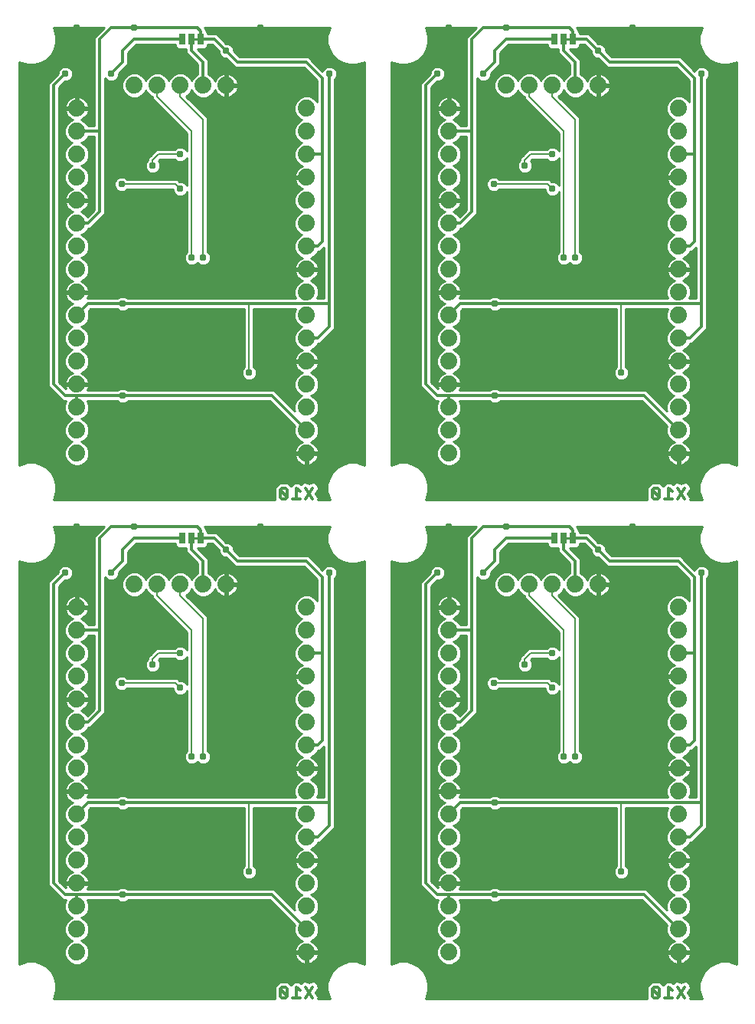
<source format=gbl>
G75*
%MOIN*%
%OFA0B0*%
%FSLAX25Y25*%
%IPPOS*%
%LPD*%
%AMOC8*
5,1,8,0,0,1.08239X$1,22.5*
%
%ADD10C,0.01200*%
%ADD11C,0.07400*%
%ADD12R,0.02500X0.05000*%
%ADD13C,0.01000*%
%ADD14C,0.03100*%
%ADD15C,0.00700*%
D10*
X0083333Y0078333D02*
X0083333Y0208333D01*
X0088333Y0213333D01*
X0103333Y0228333D02*
X0108333Y0233333D01*
X0118333Y0233333D01*
X0145833Y0233333D01*
X0147333Y0231833D01*
X0147333Y0228333D01*
X0153333Y0228333D01*
X0158333Y0223333D01*
X0163333Y0218333D01*
X0193333Y0218333D01*
X0200333Y0211333D01*
X0200333Y0177833D01*
X0199833Y0178333D01*
X0193333Y0178333D01*
X0200333Y0177833D02*
X0200333Y0140333D01*
X0198333Y0138333D01*
X0193333Y0138333D01*
X0203333Y0113333D02*
X0168333Y0113333D01*
X0113333Y0113333D01*
X0098333Y0113333D01*
X0093333Y0108333D01*
X0083333Y0078333D02*
X0088333Y0073333D01*
X0093333Y0073333D01*
X0093333Y0068333D01*
X0093333Y0073333D02*
X0113333Y0073333D01*
X0178333Y0073333D01*
X0193333Y0058333D01*
X0192818Y0033237D02*
X0196020Y0028433D01*
X0192818Y0028433D02*
X0196020Y0033237D01*
X0190496Y0031636D02*
X0188894Y0033237D01*
X0188894Y0028433D01*
X0187293Y0028433D02*
X0190496Y0028433D01*
X0184971Y0029234D02*
X0181768Y0032437D01*
X0181768Y0029234D01*
X0182569Y0028433D01*
X0184170Y0028433D01*
X0184971Y0029234D01*
X0184971Y0032437D01*
X0184170Y0033237D01*
X0182569Y0033237D01*
X0181768Y0032437D01*
X0193333Y0098333D02*
X0198333Y0098333D01*
X0203333Y0103333D01*
X0203333Y0113333D01*
X0203333Y0213333D01*
X0196020Y0245433D02*
X0192818Y0250237D01*
X0190496Y0248636D02*
X0188894Y0250237D01*
X0188894Y0245433D01*
X0187293Y0245433D02*
X0190496Y0245433D01*
X0192818Y0245433D02*
X0196020Y0250237D01*
X0184971Y0249437D02*
X0184170Y0250237D01*
X0182569Y0250237D01*
X0181768Y0249437D01*
X0184971Y0246234D01*
X0184170Y0245433D01*
X0182569Y0245433D01*
X0181768Y0246234D01*
X0181768Y0249437D01*
X0184971Y0249437D02*
X0184971Y0246234D01*
X0193333Y0275333D02*
X0178333Y0290333D01*
X0113333Y0290333D01*
X0093333Y0290333D01*
X0093333Y0285333D01*
X0093333Y0290333D02*
X0088333Y0290333D01*
X0083333Y0295333D01*
X0083333Y0425333D01*
X0088333Y0430333D01*
X0103333Y0445333D02*
X0108333Y0450333D01*
X0118333Y0450333D01*
X0145833Y0450333D01*
X0147333Y0448833D01*
X0147333Y0445333D01*
X0153333Y0445333D01*
X0158333Y0440333D01*
X0163333Y0435333D01*
X0193333Y0435333D01*
X0200333Y0428333D01*
X0200333Y0394833D01*
X0199833Y0395333D01*
X0193333Y0395333D01*
X0200333Y0394833D02*
X0200333Y0357333D01*
X0198333Y0355333D01*
X0193333Y0355333D01*
X0203333Y0330333D02*
X0168333Y0330333D01*
X0113333Y0330333D01*
X0098333Y0330333D01*
X0093333Y0325333D01*
X0093333Y0365333D02*
X0098333Y0365333D01*
X0103333Y0370333D01*
X0103333Y0405333D01*
X0103333Y0445333D01*
X0113333Y0440333D02*
X0113333Y0435333D01*
X0108333Y0430333D01*
X0113333Y0440333D02*
X0118333Y0445333D01*
X0139333Y0445333D01*
X0143333Y0445333D02*
X0143333Y0440333D01*
X0148333Y0435333D01*
X0148333Y0425333D01*
X0103333Y0405333D02*
X0093333Y0405333D01*
X0193333Y0315333D02*
X0198333Y0315333D01*
X0203333Y0320333D01*
X0203333Y0330333D01*
X0203333Y0430333D01*
X0245333Y0425333D02*
X0250333Y0430333D01*
X0245333Y0425333D02*
X0245333Y0295333D01*
X0250333Y0290333D01*
X0255333Y0290333D01*
X0255333Y0285333D01*
X0255333Y0290333D02*
X0275333Y0290333D01*
X0340333Y0290333D01*
X0355333Y0275333D01*
X0354818Y0250237D02*
X0358020Y0245433D01*
X0354818Y0245433D02*
X0358020Y0250237D01*
X0352496Y0248636D02*
X0350894Y0250237D01*
X0350894Y0245433D01*
X0349293Y0245433D02*
X0352496Y0245433D01*
X0346971Y0246234D02*
X0343768Y0249437D01*
X0343768Y0246234D01*
X0344569Y0245433D01*
X0346170Y0245433D01*
X0346971Y0246234D01*
X0346971Y0249437D01*
X0346170Y0250237D01*
X0344569Y0250237D01*
X0343768Y0249437D01*
X0320333Y0223333D02*
X0325333Y0218333D01*
X0355333Y0218333D01*
X0362333Y0211333D01*
X0362333Y0177833D01*
X0361833Y0178333D01*
X0355333Y0178333D01*
X0362333Y0177833D02*
X0362333Y0140333D01*
X0360333Y0138333D01*
X0355333Y0138333D01*
X0365333Y0113333D02*
X0330333Y0113333D01*
X0275333Y0113333D01*
X0260333Y0113333D01*
X0255333Y0108333D01*
X0245333Y0078333D02*
X0245333Y0208333D01*
X0250333Y0213333D01*
X0265333Y0228333D02*
X0270333Y0233333D01*
X0280333Y0233333D01*
X0307833Y0233333D01*
X0309333Y0231833D01*
X0309333Y0228333D01*
X0315333Y0228333D01*
X0320333Y0223333D01*
X0310333Y0218333D02*
X0310333Y0208333D01*
X0310333Y0218333D02*
X0305333Y0223333D01*
X0305333Y0228333D01*
X0301333Y0228333D02*
X0280333Y0228333D01*
X0275333Y0223333D01*
X0275333Y0218333D01*
X0270333Y0213333D01*
X0265333Y0228333D02*
X0265333Y0188333D01*
X0255333Y0188333D01*
X0265333Y0188333D02*
X0265333Y0153333D01*
X0260333Y0148333D01*
X0255333Y0148333D01*
X0245333Y0078333D02*
X0250333Y0073333D01*
X0255333Y0073333D01*
X0255333Y0068333D01*
X0255333Y0073333D02*
X0275333Y0073333D01*
X0340333Y0073333D01*
X0355333Y0058333D01*
X0354818Y0033237D02*
X0358020Y0028433D01*
X0354818Y0028433D02*
X0358020Y0033237D01*
X0352496Y0031636D02*
X0350894Y0033237D01*
X0350894Y0028433D01*
X0349293Y0028433D02*
X0352496Y0028433D01*
X0346971Y0029234D02*
X0343768Y0032437D01*
X0343768Y0029234D01*
X0344569Y0028433D01*
X0346170Y0028433D01*
X0346971Y0029234D01*
X0346971Y0032437D01*
X0346170Y0033237D01*
X0344569Y0033237D01*
X0343768Y0032437D01*
X0355333Y0098333D02*
X0360333Y0098333D01*
X0365333Y0103333D01*
X0365333Y0113333D01*
X0365333Y0213333D01*
X0360333Y0315333D02*
X0355333Y0315333D01*
X0360333Y0315333D02*
X0365333Y0320333D01*
X0365333Y0330333D01*
X0330333Y0330333D01*
X0275333Y0330333D01*
X0260333Y0330333D01*
X0255333Y0325333D01*
X0255333Y0365333D02*
X0260333Y0365333D01*
X0265333Y0370333D01*
X0265333Y0405333D01*
X0265333Y0445333D01*
X0270333Y0450333D01*
X0280333Y0450333D01*
X0307833Y0450333D01*
X0309333Y0448833D01*
X0309333Y0445333D01*
X0315333Y0445333D01*
X0320333Y0440333D01*
X0325333Y0435333D01*
X0355333Y0435333D01*
X0362333Y0428333D01*
X0362333Y0394833D01*
X0361833Y0395333D01*
X0355333Y0395333D01*
X0362333Y0394833D02*
X0362333Y0357333D01*
X0360333Y0355333D01*
X0355333Y0355333D01*
X0365333Y0330333D02*
X0365333Y0430333D01*
X0310333Y0435333D02*
X0310333Y0425333D01*
X0310333Y0435333D02*
X0305333Y0440333D01*
X0305333Y0445333D01*
X0301333Y0445333D02*
X0280333Y0445333D01*
X0275333Y0440333D01*
X0275333Y0435333D01*
X0270333Y0430333D01*
X0265333Y0405333D02*
X0255333Y0405333D01*
X0143333Y0228333D02*
X0143333Y0223333D01*
X0148333Y0218333D01*
X0148333Y0208333D01*
X0139333Y0228333D02*
X0118333Y0228333D01*
X0113333Y0223333D01*
X0113333Y0218333D01*
X0108333Y0213333D01*
X0103333Y0228333D02*
X0103333Y0188333D01*
X0093333Y0188333D01*
X0103333Y0188333D02*
X0103333Y0153333D01*
X0098333Y0148333D01*
X0093333Y0148333D01*
D11*
X0093333Y0148333D03*
X0093333Y0138333D03*
X0093333Y0128333D03*
X0093333Y0118333D03*
X0093333Y0108333D03*
X0093333Y0098333D03*
X0093333Y0088333D03*
X0093333Y0078333D03*
X0093333Y0068333D03*
X0093333Y0058333D03*
X0093333Y0048333D03*
X0093333Y0158333D03*
X0093333Y0168333D03*
X0093333Y0178333D03*
X0093333Y0188333D03*
X0093333Y0198333D03*
X0118334Y0208330D03*
X0128333Y0208333D03*
X0138333Y0208333D03*
X0148333Y0208333D03*
X0158333Y0208333D03*
X0193333Y0198333D03*
X0193333Y0188333D03*
X0193333Y0178333D03*
X0193333Y0168333D03*
X0193333Y0158333D03*
X0193333Y0148333D03*
X0193333Y0138333D03*
X0193333Y0128333D03*
X0193333Y0118333D03*
X0193333Y0108333D03*
X0193333Y0098333D03*
X0193333Y0088333D03*
X0193333Y0078333D03*
X0193333Y0068333D03*
X0193333Y0058333D03*
X0193333Y0048333D03*
X0255333Y0048333D03*
X0255333Y0058333D03*
X0255333Y0068333D03*
X0255333Y0078333D03*
X0255333Y0088333D03*
X0255333Y0098333D03*
X0255333Y0108333D03*
X0255333Y0118333D03*
X0255333Y0128333D03*
X0255333Y0138333D03*
X0255333Y0148333D03*
X0255333Y0158333D03*
X0255333Y0168333D03*
X0255333Y0178333D03*
X0255333Y0188333D03*
X0255333Y0198333D03*
X0280334Y0208330D03*
X0290333Y0208333D03*
X0300333Y0208333D03*
X0310333Y0208333D03*
X0320333Y0208333D03*
X0355333Y0198333D03*
X0355333Y0188333D03*
X0355333Y0178333D03*
X0355333Y0168333D03*
X0355333Y0158333D03*
X0355333Y0148333D03*
X0355333Y0138333D03*
X0355333Y0128333D03*
X0355333Y0118333D03*
X0355333Y0108333D03*
X0355333Y0098333D03*
X0355333Y0088333D03*
X0355333Y0078333D03*
X0355333Y0068333D03*
X0355333Y0058333D03*
X0355333Y0048333D03*
X0355333Y0265333D03*
X0355333Y0275333D03*
X0355333Y0285333D03*
X0355333Y0295333D03*
X0355333Y0305333D03*
X0355333Y0315333D03*
X0355333Y0325333D03*
X0355333Y0335333D03*
X0355333Y0345333D03*
X0355333Y0355333D03*
X0355333Y0365333D03*
X0355333Y0375333D03*
X0355333Y0385333D03*
X0355333Y0395333D03*
X0355333Y0405333D03*
X0355333Y0415333D03*
X0320333Y0425333D03*
X0310333Y0425333D03*
X0300333Y0425333D03*
X0290333Y0425333D03*
X0280334Y0425330D03*
X0255333Y0415333D03*
X0255333Y0405333D03*
X0255333Y0395333D03*
X0255333Y0385333D03*
X0255333Y0375333D03*
X0255333Y0365333D03*
X0255333Y0355333D03*
X0255333Y0345333D03*
X0255333Y0335333D03*
X0255333Y0325333D03*
X0255333Y0315333D03*
X0255333Y0305333D03*
X0255333Y0295333D03*
X0255333Y0285333D03*
X0255333Y0275333D03*
X0255333Y0265333D03*
X0193333Y0265333D03*
X0193333Y0275333D03*
X0193333Y0285333D03*
X0193333Y0295333D03*
X0193333Y0305333D03*
X0193333Y0315333D03*
X0193333Y0325333D03*
X0193333Y0335333D03*
X0193333Y0345333D03*
X0193333Y0355333D03*
X0193333Y0365333D03*
X0193333Y0375333D03*
X0193333Y0385333D03*
X0193333Y0395333D03*
X0193333Y0405333D03*
X0193333Y0415333D03*
X0158333Y0425333D03*
X0148333Y0425333D03*
X0138333Y0425333D03*
X0128333Y0425333D03*
X0118334Y0425330D03*
X0093333Y0415333D03*
X0093333Y0405333D03*
X0093333Y0395333D03*
X0093333Y0385333D03*
X0093333Y0375333D03*
X0093333Y0365333D03*
X0093333Y0355333D03*
X0093333Y0345333D03*
X0093333Y0335333D03*
X0093333Y0325333D03*
X0093333Y0315333D03*
X0093333Y0305333D03*
X0093333Y0295333D03*
X0093333Y0285333D03*
X0093333Y0275333D03*
X0093333Y0265333D03*
D12*
X0139333Y0228333D03*
X0143333Y0228333D03*
X0147333Y0228333D03*
X0301333Y0228333D03*
X0305333Y0228333D03*
X0309333Y0228333D03*
X0309333Y0445333D03*
X0305333Y0445333D03*
X0301333Y0445333D03*
X0147333Y0445333D03*
X0143333Y0445333D03*
X0139333Y0445333D03*
D13*
X0068233Y0218576D02*
X0068233Y0043091D01*
X0069087Y0043584D01*
X0071885Y0044333D01*
X0074782Y0044333D01*
X0077579Y0043584D01*
X0080087Y0042136D01*
X0082136Y0040087D01*
X0083584Y0037579D01*
X0084333Y0034782D01*
X0084333Y0031885D01*
X0083584Y0029087D01*
X0083091Y0028233D01*
X0179516Y0028233D01*
X0179468Y0028281D01*
X0179468Y0028281D01*
X0179468Y0028281D01*
X0179468Y0029224D01*
X0179468Y0030187D01*
X0179468Y0030187D01*
X0179468Y0031484D01*
X0179468Y0031484D01*
X0179468Y0032388D01*
X0179468Y0033389D01*
X0180816Y0034737D01*
X0180816Y0034737D01*
X0181616Y0035537D01*
X0182579Y0035537D01*
X0185123Y0035537D01*
X0186470Y0034190D01*
X0186594Y0034066D01*
X0186594Y0034190D01*
X0187942Y0035537D01*
X0189847Y0035537D01*
X0190757Y0034628D01*
X0192335Y0035680D01*
X0194203Y0035306D01*
X0194419Y0034982D01*
X0194635Y0035306D01*
X0196504Y0035680D01*
X0198089Y0034623D01*
X0198463Y0032754D01*
X0197183Y0030835D01*
X0198463Y0028916D01*
X0198326Y0028233D01*
X0203576Y0028233D01*
X0203083Y0029087D01*
X0202333Y0031885D01*
X0202333Y0034782D01*
X0203083Y0037579D01*
X0204531Y0040087D01*
X0206579Y0042136D01*
X0209087Y0043584D01*
X0211885Y0044333D01*
X0214782Y0044333D01*
X0217579Y0043584D01*
X0218433Y0043091D01*
X0218433Y0218576D01*
X0217579Y0218083D01*
X0214782Y0217333D01*
X0211885Y0217333D01*
X0209087Y0218083D01*
X0206579Y0219531D01*
X0204531Y0221579D01*
X0203083Y0224087D01*
X0202333Y0226885D01*
X0202333Y0229782D01*
X0203083Y0232579D01*
X0203576Y0233433D01*
X0148986Y0233433D01*
X0149633Y0232786D01*
X0149633Y0232187D01*
X0150283Y0231537D01*
X0150283Y0230633D01*
X0154286Y0230633D01*
X0158336Y0226583D01*
X0158980Y0226583D01*
X0160174Y0226089D01*
X0161089Y0225174D01*
X0161583Y0223980D01*
X0161583Y0223336D01*
X0164286Y0220633D01*
X0194286Y0220633D01*
X0200334Y0214585D01*
X0200578Y0215174D01*
X0201492Y0216089D01*
X0202687Y0216583D01*
X0203980Y0216583D01*
X0205174Y0216089D01*
X0206089Y0215174D01*
X0206583Y0213980D01*
X0206583Y0212687D01*
X0206089Y0211492D01*
X0205633Y0211037D01*
X0205633Y0114286D01*
X0205633Y0102381D01*
X0200633Y0097381D01*
X0199286Y0096033D01*
X0198226Y0096033D01*
X0197911Y0095274D01*
X0196392Y0093755D01*
X0195109Y0093224D01*
X0195329Y0093152D01*
X0196059Y0092781D01*
X0196721Y0092300D01*
X0197300Y0091721D01*
X0197781Y0091059D01*
X0198152Y0090329D01*
X0198405Y0089551D01*
X0198519Y0088833D01*
X0193833Y0088833D01*
X0193833Y0087833D01*
X0198519Y0087833D01*
X0198405Y0087116D01*
X0198152Y0086337D01*
X0197781Y0085608D01*
X0197300Y0084946D01*
X0196721Y0084367D01*
X0196059Y0083886D01*
X0195329Y0083514D01*
X0195109Y0083443D01*
X0196392Y0082911D01*
X0197911Y0081392D01*
X0198733Y0079407D01*
X0198733Y0077259D01*
X0197911Y0075274D01*
X0196392Y0073755D01*
X0195373Y0073333D01*
X0196392Y0072911D01*
X0197911Y0071392D01*
X0198733Y0069407D01*
X0198733Y0067259D01*
X0197911Y0065274D01*
X0196392Y0063755D01*
X0195373Y0063333D01*
X0196392Y0062911D01*
X0197911Y0061392D01*
X0198733Y0059407D01*
X0198733Y0057259D01*
X0197911Y0055274D01*
X0196392Y0053755D01*
X0195109Y0053224D01*
X0195329Y0053152D01*
X0196059Y0052781D01*
X0196721Y0052300D01*
X0197300Y0051721D01*
X0197781Y0051059D01*
X0198152Y0050329D01*
X0198405Y0049551D01*
X0198519Y0048833D01*
X0193833Y0048833D01*
X0193833Y0047833D01*
X0193833Y0043148D01*
X0194551Y0043261D01*
X0195329Y0043514D01*
X0196059Y0043886D01*
X0196721Y0044367D01*
X0197300Y0044946D01*
X0197781Y0045608D01*
X0198152Y0046337D01*
X0198405Y0047116D01*
X0198519Y0047833D01*
X0193833Y0047833D01*
X0192833Y0047833D01*
X0192833Y0043148D01*
X0192116Y0043261D01*
X0191337Y0043514D01*
X0190608Y0043886D01*
X0189946Y0044367D01*
X0189367Y0044946D01*
X0188886Y0045608D01*
X0188514Y0046337D01*
X0188261Y0047116D01*
X0188148Y0047833D01*
X0192833Y0047833D01*
X0192833Y0048833D01*
X0188148Y0048833D01*
X0188261Y0049551D01*
X0188514Y0050329D01*
X0188886Y0051059D01*
X0189367Y0051721D01*
X0189946Y0052300D01*
X0190608Y0052781D01*
X0191337Y0053152D01*
X0191558Y0053224D01*
X0190274Y0053755D01*
X0188755Y0055274D01*
X0187933Y0057259D01*
X0187933Y0059407D01*
X0188248Y0060166D01*
X0177381Y0071033D01*
X0115630Y0071033D01*
X0115174Y0070578D01*
X0113980Y0070083D01*
X0112687Y0070083D01*
X0111492Y0070578D01*
X0111037Y0071033D01*
X0098060Y0071033D01*
X0098733Y0069407D01*
X0098733Y0067259D01*
X0097911Y0065274D01*
X0096392Y0063755D01*
X0095373Y0063333D01*
X0096392Y0062911D01*
X0097911Y0061392D01*
X0098733Y0059407D01*
X0098733Y0057259D01*
X0097911Y0055274D01*
X0096392Y0053755D01*
X0095373Y0053333D01*
X0096392Y0052911D01*
X0097911Y0051392D01*
X0098733Y0049407D01*
X0098733Y0047259D01*
X0097911Y0045274D01*
X0096392Y0043755D01*
X0094407Y0042933D01*
X0092259Y0042933D01*
X0090274Y0043755D01*
X0088755Y0045274D01*
X0087933Y0047259D01*
X0087933Y0049407D01*
X0088755Y0051392D01*
X0090274Y0052911D01*
X0091294Y0053333D01*
X0090274Y0053755D01*
X0088755Y0055274D01*
X0087933Y0057259D01*
X0087933Y0059407D01*
X0088755Y0061392D01*
X0090274Y0062911D01*
X0091294Y0063333D01*
X0090274Y0063755D01*
X0088755Y0065274D01*
X0087933Y0067259D01*
X0087933Y0069407D01*
X0088607Y0071033D01*
X0087381Y0071033D01*
X0082381Y0076033D01*
X0081033Y0077381D01*
X0081033Y0209286D01*
X0082381Y0210633D01*
X0082381Y0210633D01*
X0085083Y0213336D01*
X0085083Y0213980D01*
X0085578Y0215174D01*
X0086492Y0216089D01*
X0087687Y0216583D01*
X0088980Y0216583D01*
X0090174Y0216089D01*
X0091089Y0215174D01*
X0091583Y0213980D01*
X0091583Y0212687D01*
X0091089Y0211492D01*
X0090174Y0210578D01*
X0088980Y0210083D01*
X0088336Y0210083D01*
X0085633Y0207381D01*
X0085633Y0079286D01*
X0088482Y0076438D01*
X0088261Y0077116D01*
X0088148Y0077833D01*
X0092833Y0077833D01*
X0092833Y0078833D01*
X0088148Y0078833D01*
X0088261Y0079551D01*
X0088514Y0080329D01*
X0088886Y0081059D01*
X0089367Y0081721D01*
X0089946Y0082300D01*
X0090608Y0082781D01*
X0091337Y0083152D01*
X0091558Y0083224D01*
X0090274Y0083755D01*
X0088755Y0085274D01*
X0087933Y0087259D01*
X0087933Y0089407D01*
X0088755Y0091392D01*
X0090274Y0092911D01*
X0091294Y0093333D01*
X0090274Y0093755D01*
X0088755Y0095274D01*
X0087933Y0097259D01*
X0087933Y0099407D01*
X0088755Y0101392D01*
X0090274Y0102911D01*
X0091294Y0103333D01*
X0090274Y0103755D01*
X0088755Y0105274D01*
X0087933Y0107259D01*
X0087933Y0109407D01*
X0088755Y0111392D01*
X0090274Y0112911D01*
X0091558Y0113443D01*
X0091337Y0113514D01*
X0090608Y0113886D01*
X0089946Y0114367D01*
X0089367Y0114946D01*
X0088886Y0115608D01*
X0088514Y0116337D01*
X0088261Y0117116D01*
X0088148Y0117833D01*
X0092833Y0117833D01*
X0092833Y0118833D01*
X0088148Y0118833D01*
X0088261Y0119551D01*
X0088514Y0120329D01*
X0088886Y0121059D01*
X0089367Y0121721D01*
X0089946Y0122300D01*
X0090608Y0122781D01*
X0091337Y0123152D01*
X0091558Y0123224D01*
X0090274Y0123755D01*
X0088755Y0125274D01*
X0087933Y0127259D01*
X0087933Y0129407D01*
X0088755Y0131392D01*
X0090274Y0132911D01*
X0091294Y0133333D01*
X0090274Y0133755D01*
X0088755Y0135274D01*
X0087933Y0137259D01*
X0087933Y0139407D01*
X0088755Y0141392D01*
X0090274Y0142911D01*
X0091294Y0143333D01*
X0090274Y0143755D01*
X0088755Y0145274D01*
X0087933Y0147259D01*
X0087933Y0149407D01*
X0088755Y0151392D01*
X0090274Y0152911D01*
X0091558Y0153443D01*
X0091337Y0153514D01*
X0090608Y0153886D01*
X0089946Y0154367D01*
X0089367Y0154946D01*
X0088886Y0155608D01*
X0088514Y0156337D01*
X0088261Y0157116D01*
X0088148Y0157833D01*
X0092833Y0157833D01*
X0092833Y0158833D01*
X0088148Y0158833D01*
X0088261Y0159551D01*
X0088514Y0160329D01*
X0088886Y0161059D01*
X0089367Y0161721D01*
X0089946Y0162300D01*
X0090608Y0162781D01*
X0091337Y0163152D01*
X0091558Y0163224D01*
X0090274Y0163755D01*
X0088755Y0165274D01*
X0087933Y0167259D01*
X0087933Y0169407D01*
X0088755Y0171392D01*
X0090274Y0172911D01*
X0091294Y0173333D01*
X0090274Y0173755D01*
X0088755Y0175274D01*
X0087933Y0177259D01*
X0087933Y0179407D01*
X0088755Y0181392D01*
X0090274Y0182911D01*
X0091294Y0183333D01*
X0090274Y0183755D01*
X0088755Y0185274D01*
X0087933Y0187259D01*
X0087933Y0189407D01*
X0088755Y0191392D01*
X0090274Y0192911D01*
X0091558Y0193443D01*
X0091337Y0193514D01*
X0090608Y0193886D01*
X0089946Y0194367D01*
X0089367Y0194946D01*
X0088886Y0195608D01*
X0088514Y0196337D01*
X0088261Y0197116D01*
X0088148Y0197833D01*
X0092833Y0197833D01*
X0092833Y0198833D01*
X0088148Y0198833D01*
X0088261Y0199551D01*
X0088514Y0200329D01*
X0088886Y0201059D01*
X0089367Y0201721D01*
X0089946Y0202300D01*
X0090608Y0202781D01*
X0091337Y0203152D01*
X0092116Y0203405D01*
X0092833Y0203519D01*
X0092833Y0198833D01*
X0093833Y0198833D01*
X0093833Y0203519D01*
X0094551Y0203405D01*
X0095329Y0203152D01*
X0096059Y0202781D01*
X0096721Y0202300D01*
X0097300Y0201721D01*
X0097781Y0201059D01*
X0098152Y0200329D01*
X0098405Y0199551D01*
X0098519Y0198833D01*
X0093833Y0198833D01*
X0093833Y0197833D01*
X0098519Y0197833D01*
X0098405Y0197116D01*
X0098152Y0196337D01*
X0097781Y0195608D01*
X0097300Y0194946D01*
X0096721Y0194367D01*
X0096059Y0193886D01*
X0095329Y0193514D01*
X0095109Y0193443D01*
X0096392Y0192911D01*
X0097911Y0191392D01*
X0098226Y0190633D01*
X0101033Y0190633D01*
X0101033Y0229286D01*
X0105181Y0233433D01*
X0083091Y0233433D01*
X0083584Y0232579D01*
X0084333Y0229782D01*
X0084333Y0226885D01*
X0083584Y0224087D01*
X0082136Y0221579D01*
X0080087Y0219531D01*
X0077579Y0218083D01*
X0074782Y0217333D01*
X0071885Y0217333D01*
X0069087Y0218083D01*
X0068233Y0218576D01*
X0068233Y0218043D02*
X0069236Y0218043D01*
X0068233Y0217045D02*
X0101033Y0217045D01*
X0101033Y0218043D02*
X0077430Y0218043D01*
X0079239Y0219042D02*
X0101033Y0219042D01*
X0101033Y0220040D02*
X0080596Y0220040D01*
X0081595Y0221039D02*
X0101033Y0221039D01*
X0101033Y0222037D02*
X0082400Y0222037D01*
X0082976Y0223036D02*
X0101033Y0223036D01*
X0101033Y0224034D02*
X0083553Y0224034D01*
X0083837Y0225033D02*
X0101033Y0225033D01*
X0101033Y0226031D02*
X0084104Y0226031D01*
X0084333Y0227030D02*
X0101033Y0227030D01*
X0101033Y0228028D02*
X0084333Y0228028D01*
X0084333Y0229027D02*
X0101033Y0229027D01*
X0101773Y0230025D02*
X0084268Y0230025D01*
X0084000Y0231024D02*
X0102771Y0231024D01*
X0103770Y0232022D02*
X0083733Y0232022D01*
X0083329Y0233021D02*
X0104768Y0233021D01*
X0115633Y0222381D02*
X0119286Y0226033D01*
X0136383Y0226033D01*
X0136383Y0225129D01*
X0137379Y0224133D01*
X0141033Y0224133D01*
X0141033Y0222381D01*
X0146033Y0217381D01*
X0146033Y0213226D01*
X0145274Y0212911D01*
X0143755Y0211392D01*
X0143333Y0210373D01*
X0142911Y0211392D01*
X0141392Y0212911D01*
X0139407Y0213733D01*
X0137259Y0213733D01*
X0135274Y0212911D01*
X0133755Y0211392D01*
X0133333Y0210373D01*
X0132911Y0211392D01*
X0131392Y0212911D01*
X0129407Y0213733D01*
X0127259Y0213733D01*
X0125274Y0212911D01*
X0123755Y0211392D01*
X0123333Y0210372D01*
X0122912Y0211389D01*
X0121393Y0212908D01*
X0119408Y0213730D01*
X0117260Y0213730D01*
X0115275Y0212908D01*
X0113756Y0211389D01*
X0112934Y0209404D01*
X0112934Y0207256D01*
X0113756Y0205271D01*
X0115275Y0203752D01*
X0117260Y0202930D01*
X0119408Y0202930D01*
X0121393Y0203752D01*
X0122912Y0205271D01*
X0123334Y0206291D01*
X0123755Y0205274D01*
X0125274Y0203755D01*
X0126283Y0203338D01*
X0126283Y0202484D01*
X0127484Y0201283D01*
X0141283Y0187484D01*
X0141283Y0179702D01*
X0141089Y0180171D01*
X0140175Y0181085D01*
X0138980Y0181580D01*
X0137687Y0181580D01*
X0136493Y0181085D01*
X0135788Y0180380D01*
X0127985Y0180380D01*
X0125485Y0177880D01*
X0124284Y0176679D01*
X0124284Y0175876D01*
X0123579Y0175171D01*
X0123084Y0173977D01*
X0123084Y0172684D01*
X0123579Y0171489D01*
X0124493Y0170575D01*
X0125687Y0170080D01*
X0126980Y0170080D01*
X0128175Y0170575D01*
X0129089Y0171489D01*
X0129584Y0172684D01*
X0129584Y0173977D01*
X0129089Y0175171D01*
X0128831Y0175429D01*
X0129683Y0176280D01*
X0135788Y0176280D01*
X0136493Y0175575D01*
X0137687Y0175080D01*
X0138980Y0175080D01*
X0140175Y0175575D01*
X0141089Y0176489D01*
X0141283Y0176958D01*
X0141283Y0164705D01*
X0141089Y0165174D01*
X0140175Y0166089D01*
X0138980Y0166583D01*
X0137983Y0166583D01*
X0137183Y0167383D01*
X0115380Y0167383D01*
X0114674Y0168089D01*
X0113480Y0168583D01*
X0112187Y0168583D01*
X0110992Y0168089D01*
X0110078Y0167174D01*
X0109583Y0165980D01*
X0109583Y0164687D01*
X0110078Y0163492D01*
X0110992Y0162578D01*
X0112187Y0162083D01*
X0113480Y0162083D01*
X0114674Y0162578D01*
X0115380Y0163283D01*
X0135084Y0163283D01*
X0135084Y0162687D01*
X0135579Y0161492D01*
X0136493Y0160578D01*
X0137687Y0160083D01*
X0138980Y0160083D01*
X0140175Y0160578D01*
X0141089Y0161492D01*
X0141283Y0161962D01*
X0141283Y0135880D01*
X0140578Y0135174D01*
X0140083Y0133980D01*
X0140083Y0132687D01*
X0140578Y0131492D01*
X0141492Y0130578D01*
X0142687Y0130083D01*
X0143980Y0130083D01*
X0145174Y0130578D01*
X0145833Y0131237D01*
X0146492Y0130578D01*
X0147687Y0130083D01*
X0148980Y0130083D01*
X0150174Y0130578D01*
X0151089Y0131492D01*
X0151583Y0132687D01*
X0151583Y0133980D01*
X0151089Y0135174D01*
X0150383Y0135880D01*
X0150383Y0194182D01*
X0149182Y0195383D01*
X0140981Y0203585D01*
X0141392Y0203755D01*
X0142911Y0205274D01*
X0143333Y0206294D01*
X0143755Y0205274D01*
X0145274Y0203755D01*
X0147259Y0202933D01*
X0149407Y0202933D01*
X0151392Y0203755D01*
X0152911Y0205274D01*
X0153443Y0206558D01*
X0153514Y0206337D01*
X0153886Y0205608D01*
X0154367Y0204946D01*
X0154946Y0204367D01*
X0155608Y0203886D01*
X0156337Y0203514D01*
X0157116Y0203261D01*
X0157833Y0203148D01*
X0157833Y0207833D01*
X0158833Y0207833D01*
X0158833Y0203148D01*
X0159551Y0203261D01*
X0160329Y0203514D01*
X0161059Y0203886D01*
X0161721Y0204367D01*
X0162300Y0204946D01*
X0162781Y0205608D01*
X0163152Y0206337D01*
X0163405Y0207116D01*
X0163519Y0207833D01*
X0158833Y0207833D01*
X0158833Y0208833D01*
X0157833Y0208833D01*
X0157833Y0213519D01*
X0157116Y0213405D01*
X0156337Y0213152D01*
X0155608Y0212781D01*
X0154946Y0212300D01*
X0154367Y0211721D01*
X0153886Y0211059D01*
X0153514Y0210329D01*
X0153443Y0210109D01*
X0152911Y0211392D01*
X0151392Y0212911D01*
X0150633Y0213226D01*
X0150633Y0219286D01*
X0149286Y0220633D01*
X0145786Y0224133D01*
X0149287Y0224133D01*
X0150283Y0225129D01*
X0150283Y0226033D01*
X0152381Y0226033D01*
X0155083Y0223331D01*
X0155083Y0222687D01*
X0155578Y0221492D01*
X0156492Y0220578D01*
X0157687Y0220083D01*
X0158331Y0220083D01*
X0162381Y0216033D01*
X0192381Y0216033D01*
X0198033Y0210381D01*
X0198033Y0201097D01*
X0197911Y0201392D01*
X0196392Y0202911D01*
X0194407Y0203733D01*
X0192259Y0203733D01*
X0190274Y0202911D01*
X0188755Y0201392D01*
X0187933Y0199407D01*
X0187933Y0197259D01*
X0188755Y0195274D01*
X0190274Y0193755D01*
X0191294Y0193333D01*
X0190274Y0192911D01*
X0188755Y0191392D01*
X0187933Y0189407D01*
X0187933Y0187259D01*
X0188755Y0185274D01*
X0190274Y0183755D01*
X0191294Y0183333D01*
X0190274Y0182911D01*
X0188755Y0181392D01*
X0187933Y0179407D01*
X0187933Y0177259D01*
X0188755Y0175274D01*
X0190274Y0173755D01*
X0191558Y0173224D01*
X0191337Y0173152D01*
X0190608Y0172781D01*
X0189946Y0172300D01*
X0189367Y0171721D01*
X0188886Y0171059D01*
X0188514Y0170329D01*
X0188261Y0169551D01*
X0188148Y0168833D01*
X0192833Y0168833D01*
X0192833Y0167833D01*
X0188148Y0167833D01*
X0188261Y0167116D01*
X0188514Y0166337D01*
X0188886Y0165608D01*
X0189367Y0164946D01*
X0189946Y0164367D01*
X0190608Y0163886D01*
X0191337Y0163514D01*
X0191558Y0163443D01*
X0190274Y0162911D01*
X0188755Y0161392D01*
X0187933Y0159407D01*
X0187933Y0157259D01*
X0188755Y0155274D01*
X0190274Y0153755D01*
X0191294Y0153333D01*
X0190274Y0152911D01*
X0188755Y0151392D01*
X0187933Y0149407D01*
X0187933Y0147259D01*
X0188755Y0145274D01*
X0190274Y0143755D01*
X0191294Y0143333D01*
X0190274Y0142911D01*
X0188755Y0141392D01*
X0187933Y0139407D01*
X0187933Y0137259D01*
X0188755Y0135274D01*
X0190274Y0133755D01*
X0191558Y0133224D01*
X0191337Y0133152D01*
X0190608Y0132781D01*
X0189946Y0132300D01*
X0189367Y0131721D01*
X0188886Y0131059D01*
X0188514Y0130329D01*
X0188261Y0129551D01*
X0188148Y0128833D01*
X0192833Y0128833D01*
X0192833Y0127833D01*
X0188148Y0127833D01*
X0188261Y0127116D01*
X0188514Y0126337D01*
X0188886Y0125608D01*
X0189367Y0124946D01*
X0189946Y0124367D01*
X0190608Y0123886D01*
X0191337Y0123514D01*
X0191558Y0123443D01*
X0190274Y0122911D01*
X0188755Y0121392D01*
X0187933Y0119407D01*
X0187933Y0117259D01*
X0188607Y0115633D01*
X0115630Y0115633D01*
X0115174Y0116089D01*
X0113980Y0116583D01*
X0112687Y0116583D01*
X0111492Y0116089D01*
X0111037Y0115633D01*
X0097794Y0115633D01*
X0098152Y0116337D01*
X0098405Y0117116D01*
X0098519Y0117833D01*
X0093833Y0117833D01*
X0093833Y0118833D01*
X0098519Y0118833D01*
X0098405Y0119551D01*
X0098152Y0120329D01*
X0097781Y0121059D01*
X0097300Y0121721D01*
X0096721Y0122300D01*
X0096059Y0122781D01*
X0095329Y0123152D01*
X0095109Y0123224D01*
X0096392Y0123755D01*
X0097911Y0125274D01*
X0098733Y0127259D01*
X0098733Y0129407D01*
X0097911Y0131392D01*
X0096392Y0132911D01*
X0095373Y0133333D01*
X0096392Y0133755D01*
X0097911Y0135274D01*
X0098733Y0137259D01*
X0098733Y0139407D01*
X0097911Y0141392D01*
X0096392Y0142911D01*
X0095373Y0143333D01*
X0096392Y0143755D01*
X0097911Y0145274D01*
X0098226Y0146033D01*
X0099286Y0146033D01*
X0100633Y0147381D01*
X0105633Y0152381D01*
X0105633Y0211437D01*
X0106492Y0210578D01*
X0107687Y0210083D01*
X0108980Y0210083D01*
X0110174Y0210578D01*
X0111089Y0211492D01*
X0111583Y0212687D01*
X0111583Y0213331D01*
X0115633Y0217381D01*
X0115633Y0222381D01*
X0115633Y0222037D02*
X0141377Y0222037D01*
X0141033Y0223036D02*
X0116288Y0223036D01*
X0117287Y0224034D02*
X0141033Y0224034D01*
X0142375Y0221039D02*
X0115633Y0221039D01*
X0115633Y0220040D02*
X0143374Y0220040D01*
X0144372Y0219042D02*
X0115633Y0219042D01*
X0115633Y0218043D02*
X0145371Y0218043D01*
X0146033Y0217045D02*
X0115297Y0217045D01*
X0114299Y0216046D02*
X0146033Y0216046D01*
X0146033Y0215048D02*
X0113300Y0215048D01*
X0112302Y0214049D02*
X0146033Y0214049D01*
X0145611Y0213050D02*
X0141056Y0213050D01*
X0142251Y0212052D02*
X0144415Y0212052D01*
X0143615Y0211053D02*
X0143052Y0211053D01*
X0143237Y0206061D02*
X0143430Y0206061D01*
X0143968Y0205062D02*
X0142699Y0205062D01*
X0141701Y0204064D02*
X0144966Y0204064D01*
X0146940Y0203065D02*
X0141500Y0203065D01*
X0142499Y0202067D02*
X0189430Y0202067D01*
X0188621Y0201068D02*
X0143497Y0201068D01*
X0144496Y0200070D02*
X0188208Y0200070D01*
X0187933Y0199071D02*
X0145494Y0199071D01*
X0146493Y0198073D02*
X0187933Y0198073D01*
X0188010Y0197074D02*
X0147491Y0197074D01*
X0148490Y0196076D02*
X0188423Y0196076D01*
X0188953Y0195077D02*
X0149489Y0195077D01*
X0150383Y0194079D02*
X0189951Y0194079D01*
X0190683Y0193080D02*
X0150383Y0193080D01*
X0150383Y0192082D02*
X0189445Y0192082D01*
X0188627Y0191083D02*
X0150383Y0191083D01*
X0150383Y0190085D02*
X0188214Y0190085D01*
X0187933Y0189086D02*
X0150383Y0189086D01*
X0150383Y0188088D02*
X0187933Y0188088D01*
X0188004Y0187089D02*
X0150383Y0187089D01*
X0150383Y0186091D02*
X0188417Y0186091D01*
X0188938Y0185092D02*
X0150383Y0185092D01*
X0150383Y0184094D02*
X0189936Y0184094D01*
X0190719Y0183095D02*
X0150383Y0183095D01*
X0150383Y0182097D02*
X0189460Y0182097D01*
X0188634Y0181098D02*
X0150383Y0181098D01*
X0150383Y0180100D02*
X0188220Y0180100D01*
X0187933Y0179101D02*
X0150383Y0179101D01*
X0150383Y0178103D02*
X0187933Y0178103D01*
X0187998Y0177104D02*
X0150383Y0177104D01*
X0150383Y0176106D02*
X0188411Y0176106D01*
X0188923Y0175107D02*
X0150383Y0175107D01*
X0150383Y0174109D02*
X0189921Y0174109D01*
X0191254Y0173110D02*
X0150383Y0173110D01*
X0150383Y0172112D02*
X0189758Y0172112D01*
X0188925Y0171113D02*
X0150383Y0171113D01*
X0150383Y0170114D02*
X0188444Y0170114D01*
X0188192Y0169116D02*
X0150383Y0169116D01*
X0150383Y0168117D02*
X0192833Y0168117D01*
X0188625Y0166120D02*
X0150383Y0166120D01*
X0150383Y0165122D02*
X0189239Y0165122D01*
X0190281Y0164123D02*
X0150383Y0164123D01*
X0150383Y0163125D02*
X0190790Y0163125D01*
X0189490Y0162126D02*
X0150383Y0162126D01*
X0150383Y0161128D02*
X0188646Y0161128D01*
X0188232Y0160129D02*
X0150383Y0160129D01*
X0150383Y0159131D02*
X0187933Y0159131D01*
X0187933Y0158132D02*
X0150383Y0158132D01*
X0150383Y0157134D02*
X0187985Y0157134D01*
X0188399Y0156135D02*
X0150383Y0156135D01*
X0150383Y0155137D02*
X0188893Y0155137D01*
X0189892Y0154138D02*
X0150383Y0154138D01*
X0150383Y0153140D02*
X0190826Y0153140D01*
X0189505Y0152141D02*
X0150383Y0152141D01*
X0150383Y0151143D02*
X0188652Y0151143D01*
X0188239Y0150144D02*
X0150383Y0150144D01*
X0150383Y0149146D02*
X0187933Y0149146D01*
X0187933Y0148147D02*
X0150383Y0148147D01*
X0150383Y0147149D02*
X0187979Y0147149D01*
X0188393Y0146150D02*
X0150383Y0146150D01*
X0150383Y0145152D02*
X0188878Y0145152D01*
X0189877Y0144153D02*
X0150383Y0144153D01*
X0150383Y0143155D02*
X0190862Y0143155D01*
X0189519Y0142156D02*
X0150383Y0142156D01*
X0150383Y0141158D02*
X0188658Y0141158D01*
X0188245Y0140159D02*
X0150383Y0140159D01*
X0150383Y0139161D02*
X0187933Y0139161D01*
X0187933Y0138162D02*
X0150383Y0138162D01*
X0150383Y0137164D02*
X0187973Y0137164D01*
X0188387Y0136165D02*
X0150383Y0136165D01*
X0151092Y0135167D02*
X0188863Y0135167D01*
X0189862Y0134168D02*
X0151505Y0134168D01*
X0151583Y0133170D02*
X0191390Y0133170D01*
X0189817Y0132171D02*
X0151370Y0132171D01*
X0150769Y0131173D02*
X0188969Y0131173D01*
X0188464Y0130174D02*
X0149199Y0130174D01*
X0147468Y0130174D02*
X0144199Y0130174D01*
X0142468Y0130174D02*
X0098416Y0130174D01*
X0098733Y0129176D02*
X0188202Y0129176D01*
X0188251Y0127179D02*
X0098700Y0127179D01*
X0098733Y0128177D02*
X0192833Y0128177D01*
X0193833Y0128177D02*
X0201033Y0128177D01*
X0201033Y0127179D02*
X0198415Y0127179D01*
X0198405Y0127116D02*
X0198519Y0127833D01*
X0193833Y0127833D01*
X0193833Y0128833D01*
X0198519Y0128833D01*
X0198405Y0129551D01*
X0198152Y0130329D01*
X0197781Y0131059D01*
X0197300Y0131721D01*
X0196721Y0132300D01*
X0196059Y0132781D01*
X0195329Y0133152D01*
X0195109Y0133224D01*
X0196392Y0133755D01*
X0197911Y0135274D01*
X0198226Y0136033D01*
X0199286Y0136033D01*
X0200633Y0137381D01*
X0201033Y0137781D01*
X0201033Y0115633D01*
X0198060Y0115633D01*
X0198733Y0117259D01*
X0198733Y0119407D01*
X0197911Y0121392D01*
X0196392Y0122911D01*
X0195109Y0123443D01*
X0195329Y0123514D01*
X0196059Y0123886D01*
X0196721Y0124367D01*
X0197300Y0124946D01*
X0197781Y0125608D01*
X0198152Y0126337D01*
X0198405Y0127116D01*
X0198072Y0126180D02*
X0201033Y0126180D01*
X0201033Y0125181D02*
X0197471Y0125181D01*
X0196468Y0124183D02*
X0201033Y0124183D01*
X0201033Y0123184D02*
X0195733Y0123184D01*
X0197117Y0122186D02*
X0201033Y0122186D01*
X0201033Y0121187D02*
X0197996Y0121187D01*
X0198410Y0120189D02*
X0201033Y0120189D01*
X0201033Y0119190D02*
X0198733Y0119190D01*
X0198733Y0118192D02*
X0201033Y0118192D01*
X0201033Y0117193D02*
X0198706Y0117193D01*
X0198292Y0116195D02*
X0201033Y0116195D01*
X0205633Y0116195D02*
X0218433Y0116195D01*
X0218433Y0117193D02*
X0205633Y0117193D01*
X0205633Y0118192D02*
X0218433Y0118192D01*
X0218433Y0119190D02*
X0205633Y0119190D01*
X0205633Y0120189D02*
X0218433Y0120189D01*
X0218433Y0121187D02*
X0205633Y0121187D01*
X0205633Y0122186D02*
X0218433Y0122186D01*
X0218433Y0123184D02*
X0205633Y0123184D01*
X0205633Y0124183D02*
X0218433Y0124183D01*
X0218433Y0125181D02*
X0205633Y0125181D01*
X0205633Y0126180D02*
X0218433Y0126180D01*
X0218433Y0127179D02*
X0205633Y0127179D01*
X0205633Y0128177D02*
X0218433Y0128177D01*
X0218433Y0129176D02*
X0205633Y0129176D01*
X0205633Y0130174D02*
X0218433Y0130174D01*
X0218433Y0131173D02*
X0205633Y0131173D01*
X0205633Y0132171D02*
X0218433Y0132171D01*
X0218433Y0133170D02*
X0205633Y0133170D01*
X0205633Y0134168D02*
X0218433Y0134168D01*
X0218433Y0135167D02*
X0205633Y0135167D01*
X0205633Y0136165D02*
X0218433Y0136165D01*
X0218433Y0137164D02*
X0205633Y0137164D01*
X0205633Y0138162D02*
X0218433Y0138162D01*
X0218433Y0139161D02*
X0205633Y0139161D01*
X0205633Y0140159D02*
X0218433Y0140159D01*
X0218433Y0141158D02*
X0205633Y0141158D01*
X0205633Y0142156D02*
X0218433Y0142156D01*
X0218433Y0143155D02*
X0205633Y0143155D01*
X0205633Y0144153D02*
X0218433Y0144153D01*
X0218433Y0145152D02*
X0205633Y0145152D01*
X0205633Y0146150D02*
X0218433Y0146150D01*
X0218433Y0147149D02*
X0205633Y0147149D01*
X0205633Y0148147D02*
X0218433Y0148147D01*
X0218433Y0149146D02*
X0205633Y0149146D01*
X0205633Y0150144D02*
X0218433Y0150144D01*
X0218433Y0151143D02*
X0205633Y0151143D01*
X0205633Y0152141D02*
X0218433Y0152141D01*
X0218433Y0153140D02*
X0205633Y0153140D01*
X0205633Y0154138D02*
X0218433Y0154138D01*
X0218433Y0155137D02*
X0205633Y0155137D01*
X0205633Y0156135D02*
X0218433Y0156135D01*
X0218433Y0157134D02*
X0205633Y0157134D01*
X0205633Y0158132D02*
X0218433Y0158132D01*
X0218433Y0159131D02*
X0205633Y0159131D01*
X0205633Y0160129D02*
X0218433Y0160129D01*
X0218433Y0161128D02*
X0205633Y0161128D01*
X0205633Y0162126D02*
X0218433Y0162126D01*
X0218433Y0163125D02*
X0205633Y0163125D01*
X0205633Y0164123D02*
X0218433Y0164123D01*
X0218433Y0165122D02*
X0205633Y0165122D01*
X0205633Y0166120D02*
X0218433Y0166120D01*
X0218433Y0167119D02*
X0205633Y0167119D01*
X0205633Y0168117D02*
X0218433Y0168117D01*
X0218433Y0169116D02*
X0205633Y0169116D01*
X0205633Y0170114D02*
X0218433Y0170114D01*
X0218433Y0171113D02*
X0205633Y0171113D01*
X0205633Y0172112D02*
X0218433Y0172112D01*
X0218433Y0173110D02*
X0205633Y0173110D01*
X0205633Y0174109D02*
X0218433Y0174109D01*
X0218433Y0175107D02*
X0205633Y0175107D01*
X0205633Y0176106D02*
X0218433Y0176106D01*
X0218433Y0177104D02*
X0205633Y0177104D01*
X0205633Y0178103D02*
X0218433Y0178103D01*
X0218433Y0179101D02*
X0205633Y0179101D01*
X0205633Y0180100D02*
X0218433Y0180100D01*
X0218433Y0181098D02*
X0205633Y0181098D01*
X0205633Y0182097D02*
X0218433Y0182097D01*
X0218433Y0183095D02*
X0205633Y0183095D01*
X0205633Y0184094D02*
X0218433Y0184094D01*
X0218433Y0185092D02*
X0205633Y0185092D01*
X0205633Y0186091D02*
X0218433Y0186091D01*
X0218433Y0187089D02*
X0205633Y0187089D01*
X0205633Y0188088D02*
X0218433Y0188088D01*
X0218433Y0189086D02*
X0205633Y0189086D01*
X0205633Y0190085D02*
X0218433Y0190085D01*
X0218433Y0191083D02*
X0205633Y0191083D01*
X0205633Y0192082D02*
X0218433Y0192082D01*
X0218433Y0193080D02*
X0205633Y0193080D01*
X0205633Y0194079D02*
X0218433Y0194079D01*
X0218433Y0195077D02*
X0205633Y0195077D01*
X0205633Y0196076D02*
X0218433Y0196076D01*
X0218433Y0197074D02*
X0205633Y0197074D01*
X0205633Y0198073D02*
X0218433Y0198073D01*
X0218433Y0199071D02*
X0205633Y0199071D01*
X0205633Y0200070D02*
X0218433Y0200070D01*
X0218433Y0201068D02*
X0205633Y0201068D01*
X0205633Y0202067D02*
X0218433Y0202067D01*
X0218433Y0203065D02*
X0205633Y0203065D01*
X0205633Y0204064D02*
X0218433Y0204064D01*
X0218433Y0205062D02*
X0205633Y0205062D01*
X0205633Y0206061D02*
X0218433Y0206061D01*
X0218433Y0207059D02*
X0205633Y0207059D01*
X0205633Y0208058D02*
X0218433Y0208058D01*
X0218433Y0209056D02*
X0205633Y0209056D01*
X0205633Y0210055D02*
X0218433Y0210055D01*
X0218433Y0211053D02*
X0205650Y0211053D01*
X0206320Y0212052D02*
X0218433Y0212052D01*
X0218433Y0213050D02*
X0206583Y0213050D01*
X0206555Y0214049D02*
X0218433Y0214049D01*
X0218433Y0215048D02*
X0206141Y0215048D01*
X0205217Y0216046D02*
X0218433Y0216046D01*
X0218433Y0217045D02*
X0197875Y0217045D01*
X0196876Y0218043D02*
X0209236Y0218043D01*
X0207427Y0219042D02*
X0195878Y0219042D01*
X0194879Y0220040D02*
X0206070Y0220040D01*
X0205072Y0221039D02*
X0163881Y0221039D01*
X0162882Y0222037D02*
X0204267Y0222037D01*
X0203690Y0223036D02*
X0161884Y0223036D01*
X0161561Y0224034D02*
X0203114Y0224034D01*
X0202830Y0225033D02*
X0161147Y0225033D01*
X0160232Y0226031D02*
X0202562Y0226031D01*
X0202333Y0227030D02*
X0157890Y0227030D01*
X0156891Y0228028D02*
X0202333Y0228028D01*
X0202333Y0229027D02*
X0155893Y0229027D01*
X0154894Y0230025D02*
X0202399Y0230025D01*
X0202666Y0231024D02*
X0150283Y0231024D01*
X0149799Y0232022D02*
X0202934Y0232022D01*
X0203338Y0233021D02*
X0149399Y0233021D01*
X0147333Y0228333D02*
X0143333Y0228333D01*
X0145885Y0224034D02*
X0154380Y0224034D01*
X0155083Y0223036D02*
X0146884Y0223036D01*
X0147882Y0222037D02*
X0155352Y0222037D01*
X0156032Y0221039D02*
X0148881Y0221039D01*
X0149879Y0220040D02*
X0158374Y0220040D01*
X0159372Y0219042D02*
X0150633Y0219042D01*
X0150633Y0218043D02*
X0160371Y0218043D01*
X0161369Y0217045D02*
X0150633Y0217045D01*
X0150633Y0216046D02*
X0162368Y0216046D01*
X0160529Y0213050D02*
X0195363Y0213050D01*
X0196362Y0212052D02*
X0161969Y0212052D01*
X0161721Y0212300D02*
X0162300Y0211721D01*
X0162781Y0211059D01*
X0163152Y0210329D01*
X0163405Y0209551D01*
X0163519Y0208833D01*
X0158833Y0208833D01*
X0158833Y0213519D01*
X0159551Y0213405D01*
X0160329Y0213152D01*
X0161059Y0212781D01*
X0161721Y0212300D01*
X0162783Y0211053D02*
X0197361Y0211053D01*
X0198033Y0210055D02*
X0163242Y0210055D01*
X0163484Y0209056D02*
X0198033Y0209056D01*
X0198033Y0208058D02*
X0158833Y0208058D01*
X0158833Y0209056D02*
X0157833Y0209056D01*
X0157833Y0210055D02*
X0158833Y0210055D01*
X0158833Y0211053D02*
X0157833Y0211053D01*
X0157833Y0212052D02*
X0158833Y0212052D01*
X0158833Y0213050D02*
X0157833Y0213050D01*
X0156137Y0213050D02*
X0151056Y0213050D01*
X0150633Y0214049D02*
X0194365Y0214049D01*
X0193366Y0215048D02*
X0150633Y0215048D01*
X0152251Y0212052D02*
X0154698Y0212052D01*
X0153883Y0211053D02*
X0153052Y0211053D01*
X0153237Y0206061D02*
X0153655Y0206061D01*
X0154282Y0205062D02*
X0152699Y0205062D01*
X0151701Y0204064D02*
X0155363Y0204064D01*
X0157833Y0204064D02*
X0158833Y0204064D01*
X0158833Y0205062D02*
X0157833Y0205062D01*
X0157833Y0206061D02*
X0158833Y0206061D01*
X0158833Y0207059D02*
X0157833Y0207059D01*
X0161304Y0204064D02*
X0198033Y0204064D01*
X0198033Y0205062D02*
X0162384Y0205062D01*
X0163012Y0206061D02*
X0198033Y0206061D01*
X0198033Y0207059D02*
X0163387Y0207059D01*
X0149726Y0203065D02*
X0190647Y0203065D01*
X0196020Y0203065D02*
X0198033Y0203065D01*
X0198033Y0202067D02*
X0197237Y0202067D01*
X0199872Y0215048D02*
X0200526Y0215048D01*
X0201450Y0216046D02*
X0198873Y0216046D01*
X0217430Y0218043D02*
X0218433Y0218043D01*
X0230233Y0218043D02*
X0231236Y0218043D01*
X0231087Y0218083D02*
X0233885Y0217333D01*
X0236782Y0217333D01*
X0239579Y0218083D01*
X0242087Y0219531D01*
X0244136Y0221579D01*
X0245584Y0224087D01*
X0246333Y0226885D01*
X0246333Y0229782D01*
X0245584Y0232579D01*
X0245091Y0233433D01*
X0267181Y0233433D01*
X0263033Y0229286D01*
X0263033Y0190633D01*
X0260226Y0190633D01*
X0259911Y0191392D01*
X0258392Y0192911D01*
X0257109Y0193443D01*
X0257329Y0193514D01*
X0258059Y0193886D01*
X0258721Y0194367D01*
X0259300Y0194946D01*
X0259781Y0195608D01*
X0260152Y0196337D01*
X0260405Y0197116D01*
X0260519Y0197833D01*
X0255833Y0197833D01*
X0255833Y0198833D01*
X0254833Y0198833D01*
X0254833Y0197833D01*
X0250148Y0197833D01*
X0250261Y0197116D01*
X0250514Y0196337D01*
X0250886Y0195608D01*
X0251367Y0194946D01*
X0251946Y0194367D01*
X0252608Y0193886D01*
X0253337Y0193514D01*
X0253558Y0193443D01*
X0252274Y0192911D01*
X0250755Y0191392D01*
X0249933Y0189407D01*
X0249933Y0187259D01*
X0250755Y0185274D01*
X0252274Y0183755D01*
X0253294Y0183333D01*
X0252274Y0182911D01*
X0250755Y0181392D01*
X0249933Y0179407D01*
X0249933Y0177259D01*
X0250755Y0175274D01*
X0252274Y0173755D01*
X0253294Y0173333D01*
X0252274Y0172911D01*
X0250755Y0171392D01*
X0249933Y0169407D01*
X0249933Y0167259D01*
X0250755Y0165274D01*
X0252274Y0163755D01*
X0253558Y0163224D01*
X0253337Y0163152D01*
X0252608Y0162781D01*
X0251946Y0162300D01*
X0251367Y0161721D01*
X0250886Y0161059D01*
X0250514Y0160329D01*
X0250261Y0159551D01*
X0250148Y0158833D01*
X0254833Y0158833D01*
X0254833Y0157833D01*
X0250148Y0157833D01*
X0250261Y0157116D01*
X0250514Y0156337D01*
X0250886Y0155608D01*
X0251367Y0154946D01*
X0251946Y0154367D01*
X0252608Y0153886D01*
X0253337Y0153514D01*
X0253558Y0153443D01*
X0252274Y0152911D01*
X0250755Y0151392D01*
X0249933Y0149407D01*
X0249933Y0147259D01*
X0250755Y0145274D01*
X0252274Y0143755D01*
X0253294Y0143333D01*
X0252274Y0142911D01*
X0250755Y0141392D01*
X0249933Y0139407D01*
X0249933Y0137259D01*
X0250755Y0135274D01*
X0252274Y0133755D01*
X0253294Y0133333D01*
X0252274Y0132911D01*
X0250755Y0131392D01*
X0249933Y0129407D01*
X0249933Y0127259D01*
X0250755Y0125274D01*
X0252274Y0123755D01*
X0253558Y0123224D01*
X0253337Y0123152D01*
X0252608Y0122781D01*
X0251946Y0122300D01*
X0251367Y0121721D01*
X0250886Y0121059D01*
X0250514Y0120329D01*
X0250261Y0119551D01*
X0250148Y0118833D01*
X0254833Y0118833D01*
X0254833Y0117833D01*
X0250148Y0117833D01*
X0250261Y0117116D01*
X0250514Y0116337D01*
X0250886Y0115608D01*
X0251367Y0114946D01*
X0251946Y0114367D01*
X0252608Y0113886D01*
X0253337Y0113514D01*
X0253558Y0113443D01*
X0252274Y0112911D01*
X0250755Y0111392D01*
X0249933Y0109407D01*
X0249933Y0107259D01*
X0250755Y0105274D01*
X0252274Y0103755D01*
X0253294Y0103333D01*
X0252274Y0102911D01*
X0250755Y0101392D01*
X0249933Y0099407D01*
X0249933Y0097259D01*
X0250755Y0095274D01*
X0252274Y0093755D01*
X0253294Y0093333D01*
X0252274Y0092911D01*
X0250755Y0091392D01*
X0249933Y0089407D01*
X0249933Y0087259D01*
X0250755Y0085274D01*
X0252274Y0083755D01*
X0253558Y0083224D01*
X0253337Y0083152D01*
X0252608Y0082781D01*
X0251946Y0082300D01*
X0251367Y0081721D01*
X0250886Y0081059D01*
X0250514Y0080329D01*
X0250261Y0079551D01*
X0250148Y0078833D01*
X0254833Y0078833D01*
X0254833Y0077833D01*
X0250148Y0077833D01*
X0250261Y0077116D01*
X0250482Y0076438D01*
X0247633Y0079286D01*
X0247633Y0207381D01*
X0250336Y0210083D01*
X0250980Y0210083D01*
X0252174Y0210578D01*
X0253089Y0211492D01*
X0253583Y0212687D01*
X0253583Y0213980D01*
X0253089Y0215174D01*
X0252174Y0216089D01*
X0250980Y0216583D01*
X0249687Y0216583D01*
X0248492Y0216089D01*
X0247578Y0215174D01*
X0247083Y0213980D01*
X0247083Y0213336D01*
X0243033Y0209286D01*
X0243033Y0077381D01*
X0244381Y0076033D01*
X0248033Y0072381D01*
X0248033Y0072381D01*
X0249381Y0071033D01*
X0250607Y0071033D01*
X0249933Y0069407D01*
X0249933Y0067259D01*
X0250755Y0065274D01*
X0252274Y0063755D01*
X0253294Y0063333D01*
X0252274Y0062911D01*
X0250755Y0061392D01*
X0249933Y0059407D01*
X0249933Y0057259D01*
X0250755Y0055274D01*
X0252274Y0053755D01*
X0253294Y0053333D01*
X0252274Y0052911D01*
X0250755Y0051392D01*
X0249933Y0049407D01*
X0249933Y0047259D01*
X0250755Y0045274D01*
X0252274Y0043755D01*
X0254259Y0042933D01*
X0256407Y0042933D01*
X0258392Y0043755D01*
X0259911Y0045274D01*
X0260733Y0047259D01*
X0260733Y0049407D01*
X0259911Y0051392D01*
X0258392Y0052911D01*
X0257373Y0053333D01*
X0258392Y0053755D01*
X0259911Y0055274D01*
X0260733Y0057259D01*
X0260733Y0059407D01*
X0259911Y0061392D01*
X0258392Y0062911D01*
X0257373Y0063333D01*
X0258392Y0063755D01*
X0259911Y0065274D01*
X0260733Y0067259D01*
X0260733Y0069407D01*
X0260060Y0071033D01*
X0273037Y0071033D01*
X0273492Y0070578D01*
X0274687Y0070083D01*
X0275980Y0070083D01*
X0277174Y0070578D01*
X0277630Y0071033D01*
X0339381Y0071033D01*
X0350248Y0060166D01*
X0349933Y0059407D01*
X0349933Y0057259D01*
X0350755Y0055274D01*
X0352274Y0053755D01*
X0353558Y0053224D01*
X0353337Y0053152D01*
X0352608Y0052781D01*
X0351946Y0052300D01*
X0351367Y0051721D01*
X0350886Y0051059D01*
X0350514Y0050329D01*
X0350261Y0049551D01*
X0350148Y0048833D01*
X0354833Y0048833D01*
X0354833Y0047833D01*
X0355833Y0047833D01*
X0355833Y0043148D01*
X0356551Y0043261D01*
X0357329Y0043514D01*
X0358059Y0043886D01*
X0358721Y0044367D01*
X0359300Y0044946D01*
X0359781Y0045608D01*
X0360152Y0046337D01*
X0360405Y0047116D01*
X0360519Y0047833D01*
X0355833Y0047833D01*
X0355833Y0048833D01*
X0360519Y0048833D01*
X0360405Y0049551D01*
X0360152Y0050329D01*
X0359781Y0051059D01*
X0359300Y0051721D01*
X0358721Y0052300D01*
X0358059Y0052781D01*
X0357329Y0053152D01*
X0357109Y0053224D01*
X0358392Y0053755D01*
X0359911Y0055274D01*
X0360733Y0057259D01*
X0360733Y0059407D01*
X0359911Y0061392D01*
X0358392Y0062911D01*
X0357373Y0063333D01*
X0358392Y0063755D01*
X0359911Y0065274D01*
X0360733Y0067259D01*
X0360733Y0069407D01*
X0359911Y0071392D01*
X0358392Y0072911D01*
X0357373Y0073333D01*
X0358392Y0073755D01*
X0359911Y0075274D01*
X0360733Y0077259D01*
X0360733Y0079407D01*
X0359911Y0081392D01*
X0358392Y0082911D01*
X0357109Y0083443D01*
X0357329Y0083514D01*
X0358059Y0083886D01*
X0358721Y0084367D01*
X0359300Y0084946D01*
X0359781Y0085608D01*
X0360152Y0086337D01*
X0360405Y0087116D01*
X0360519Y0087833D01*
X0355833Y0087833D01*
X0355833Y0088833D01*
X0360519Y0088833D01*
X0360405Y0089551D01*
X0360152Y0090329D01*
X0359781Y0091059D01*
X0359300Y0091721D01*
X0358721Y0092300D01*
X0358059Y0092781D01*
X0357329Y0093152D01*
X0357109Y0093224D01*
X0358392Y0093755D01*
X0359911Y0095274D01*
X0360226Y0096033D01*
X0361286Y0096033D01*
X0362633Y0097381D01*
X0367633Y0102381D01*
X0367633Y0104286D01*
X0367633Y0112381D01*
X0367633Y0211037D01*
X0368089Y0211492D01*
X0368583Y0212687D01*
X0368583Y0213980D01*
X0368089Y0215174D01*
X0367174Y0216089D01*
X0365980Y0216583D01*
X0364687Y0216583D01*
X0363492Y0216089D01*
X0362578Y0215174D01*
X0362334Y0214585D01*
X0357633Y0219286D01*
X0356286Y0220633D01*
X0326286Y0220633D01*
X0323583Y0223336D01*
X0323583Y0223980D01*
X0323089Y0225174D01*
X0322174Y0226089D01*
X0320980Y0226583D01*
X0320336Y0226583D01*
X0316286Y0230633D01*
X0312283Y0230633D01*
X0312283Y0231537D01*
X0311633Y0232187D01*
X0311633Y0232786D01*
X0310986Y0233433D01*
X0365576Y0233433D01*
X0365083Y0232579D01*
X0364333Y0229782D01*
X0364333Y0226885D01*
X0365083Y0224087D01*
X0366531Y0221579D01*
X0368579Y0219531D01*
X0371087Y0218083D01*
X0373885Y0217333D01*
X0376782Y0217333D01*
X0379579Y0218083D01*
X0380433Y0218576D01*
X0380433Y0043091D01*
X0379579Y0043584D01*
X0376782Y0044333D01*
X0373885Y0044333D01*
X0371087Y0043584D01*
X0368579Y0042136D01*
X0366531Y0040087D01*
X0365083Y0037579D01*
X0364333Y0034782D01*
X0364333Y0031885D01*
X0365083Y0029087D01*
X0365576Y0028233D01*
X0360326Y0028233D01*
X0360463Y0028916D01*
X0359183Y0030835D01*
X0360463Y0032754D01*
X0360089Y0034623D01*
X0358504Y0035680D01*
X0356635Y0035306D01*
X0356419Y0034982D01*
X0356203Y0035306D01*
X0354335Y0035680D01*
X0352757Y0034628D01*
X0351847Y0035537D01*
X0349942Y0035537D01*
X0348594Y0034190D01*
X0348594Y0034066D01*
X0348470Y0034190D01*
X0347123Y0035537D01*
X0344579Y0035537D01*
X0343616Y0035537D01*
X0342816Y0034737D01*
X0342816Y0034737D01*
X0341468Y0033389D01*
X0341468Y0032388D01*
X0341468Y0031484D01*
X0341468Y0031484D01*
X0341468Y0030187D01*
X0341468Y0029224D01*
X0341468Y0028281D01*
X0341516Y0028233D01*
X0245091Y0028233D01*
X0245584Y0029087D01*
X0246333Y0031885D01*
X0246333Y0034782D01*
X0245584Y0037579D01*
X0244136Y0040087D01*
X0242087Y0042136D01*
X0239579Y0043584D01*
X0236782Y0044333D01*
X0233885Y0044333D01*
X0231087Y0043584D01*
X0230233Y0043091D01*
X0230233Y0218576D01*
X0231087Y0218083D01*
X0230233Y0217045D02*
X0263033Y0217045D01*
X0263033Y0218043D02*
X0239430Y0218043D01*
X0241239Y0219042D02*
X0263033Y0219042D01*
X0263033Y0220040D02*
X0242596Y0220040D01*
X0243595Y0221039D02*
X0263033Y0221039D01*
X0263033Y0222037D02*
X0244400Y0222037D01*
X0244976Y0223036D02*
X0263033Y0223036D01*
X0263033Y0224034D02*
X0245553Y0224034D01*
X0245837Y0225033D02*
X0263033Y0225033D01*
X0263033Y0226031D02*
X0246104Y0226031D01*
X0246333Y0227030D02*
X0263033Y0227030D01*
X0263033Y0228028D02*
X0246333Y0228028D01*
X0246333Y0229027D02*
X0263033Y0229027D01*
X0263773Y0230025D02*
X0246268Y0230025D01*
X0246000Y0231024D02*
X0264771Y0231024D01*
X0265770Y0232022D02*
X0245733Y0232022D01*
X0245329Y0233021D02*
X0266768Y0233021D01*
X0277633Y0222381D02*
X0281286Y0226033D01*
X0298383Y0226033D01*
X0298383Y0225129D01*
X0299379Y0224133D01*
X0303033Y0224133D01*
X0303033Y0222381D01*
X0308033Y0217381D01*
X0308033Y0213226D01*
X0307274Y0212911D01*
X0305755Y0211392D01*
X0305333Y0210373D01*
X0304911Y0211392D01*
X0303392Y0212911D01*
X0301407Y0213733D01*
X0299259Y0213733D01*
X0297274Y0212911D01*
X0295755Y0211392D01*
X0295333Y0210373D01*
X0294911Y0211392D01*
X0293392Y0212911D01*
X0291407Y0213733D01*
X0289259Y0213733D01*
X0287274Y0212911D01*
X0285755Y0211392D01*
X0285333Y0210372D01*
X0284912Y0211389D01*
X0283393Y0212908D01*
X0281408Y0213730D01*
X0279260Y0213730D01*
X0277275Y0212908D01*
X0275756Y0211389D01*
X0274934Y0209404D01*
X0274934Y0207256D01*
X0275756Y0205271D01*
X0277275Y0203752D01*
X0279260Y0202930D01*
X0281408Y0202930D01*
X0283393Y0203752D01*
X0284912Y0205271D01*
X0285334Y0206291D01*
X0285755Y0205274D01*
X0287274Y0203755D01*
X0288283Y0203338D01*
X0288283Y0202484D01*
X0289484Y0201283D01*
X0303283Y0187484D01*
X0303283Y0179702D01*
X0303089Y0180171D01*
X0302175Y0181085D01*
X0300980Y0181580D01*
X0299687Y0181580D01*
X0298493Y0181085D01*
X0297788Y0180380D01*
X0289985Y0180380D01*
X0287485Y0177880D01*
X0286284Y0176679D01*
X0286284Y0175876D01*
X0285579Y0175171D01*
X0285084Y0173977D01*
X0285084Y0172684D01*
X0285579Y0171489D01*
X0286493Y0170575D01*
X0287687Y0170080D01*
X0288980Y0170080D01*
X0290175Y0170575D01*
X0291089Y0171489D01*
X0291584Y0172684D01*
X0291584Y0173977D01*
X0291089Y0175171D01*
X0290831Y0175429D01*
X0291683Y0176280D01*
X0297788Y0176280D01*
X0298493Y0175575D01*
X0299687Y0175080D01*
X0300980Y0175080D01*
X0302175Y0175575D01*
X0303089Y0176489D01*
X0303283Y0176958D01*
X0303283Y0164705D01*
X0303089Y0165174D01*
X0302175Y0166089D01*
X0300980Y0166583D01*
X0299983Y0166583D01*
X0299183Y0167383D01*
X0277380Y0167383D01*
X0276674Y0168089D01*
X0275480Y0168583D01*
X0274187Y0168583D01*
X0272992Y0168089D01*
X0272078Y0167174D01*
X0271583Y0165980D01*
X0271583Y0164687D01*
X0272078Y0163492D01*
X0272992Y0162578D01*
X0274187Y0162083D01*
X0275480Y0162083D01*
X0276674Y0162578D01*
X0277380Y0163283D01*
X0297084Y0163283D01*
X0297084Y0162687D01*
X0297579Y0161492D01*
X0298493Y0160578D01*
X0299687Y0160083D01*
X0300980Y0160083D01*
X0302175Y0160578D01*
X0303089Y0161492D01*
X0303283Y0161962D01*
X0303283Y0135880D01*
X0302578Y0135174D01*
X0302083Y0133980D01*
X0302083Y0132687D01*
X0302578Y0131492D01*
X0303492Y0130578D01*
X0304687Y0130083D01*
X0305980Y0130083D01*
X0307174Y0130578D01*
X0307833Y0131237D01*
X0308492Y0130578D01*
X0309687Y0130083D01*
X0310980Y0130083D01*
X0312174Y0130578D01*
X0313089Y0131492D01*
X0313583Y0132687D01*
X0313583Y0133980D01*
X0313089Y0135174D01*
X0312383Y0135880D01*
X0312383Y0194182D01*
X0302981Y0203585D01*
X0303392Y0203755D01*
X0304911Y0205274D01*
X0305333Y0206294D01*
X0305755Y0205274D01*
X0307274Y0203755D01*
X0309259Y0202933D01*
X0311407Y0202933D01*
X0313392Y0203755D01*
X0314911Y0205274D01*
X0315443Y0206558D01*
X0315514Y0206337D01*
X0315886Y0205608D01*
X0316367Y0204946D01*
X0316946Y0204367D01*
X0317608Y0203886D01*
X0318337Y0203514D01*
X0319116Y0203261D01*
X0319833Y0203148D01*
X0319833Y0207833D01*
X0320833Y0207833D01*
X0320833Y0203148D01*
X0321551Y0203261D01*
X0322329Y0203514D01*
X0323059Y0203886D01*
X0323721Y0204367D01*
X0324300Y0204946D01*
X0324781Y0205608D01*
X0325152Y0206337D01*
X0325405Y0207116D01*
X0325519Y0207833D01*
X0320833Y0207833D01*
X0320833Y0208833D01*
X0319833Y0208833D01*
X0319833Y0213519D01*
X0319116Y0213405D01*
X0318337Y0213152D01*
X0317608Y0212781D01*
X0316946Y0212300D01*
X0316367Y0211721D01*
X0315886Y0211059D01*
X0315514Y0210329D01*
X0315443Y0210109D01*
X0314911Y0211392D01*
X0313392Y0212911D01*
X0312633Y0213226D01*
X0312633Y0219286D01*
X0311286Y0220633D01*
X0307786Y0224133D01*
X0311287Y0224133D01*
X0312283Y0225129D01*
X0312283Y0226033D01*
X0314381Y0226033D01*
X0317083Y0223331D01*
X0317083Y0222687D01*
X0317578Y0221492D01*
X0318492Y0220578D01*
X0319687Y0220083D01*
X0320331Y0220083D01*
X0324381Y0216033D01*
X0354381Y0216033D01*
X0360033Y0210381D01*
X0360033Y0201097D01*
X0359911Y0201392D01*
X0358392Y0202911D01*
X0356407Y0203733D01*
X0354259Y0203733D01*
X0352274Y0202911D01*
X0350755Y0201392D01*
X0349933Y0199407D01*
X0349933Y0197259D01*
X0350755Y0195274D01*
X0352274Y0193755D01*
X0353294Y0193333D01*
X0352274Y0192911D01*
X0350755Y0191392D01*
X0349933Y0189407D01*
X0349933Y0187259D01*
X0350755Y0185274D01*
X0352274Y0183755D01*
X0353294Y0183333D01*
X0352274Y0182911D01*
X0350755Y0181392D01*
X0349933Y0179407D01*
X0349933Y0177259D01*
X0350755Y0175274D01*
X0352274Y0173755D01*
X0353558Y0173224D01*
X0353337Y0173152D01*
X0352608Y0172781D01*
X0351946Y0172300D01*
X0351367Y0171721D01*
X0350886Y0171059D01*
X0350514Y0170329D01*
X0350261Y0169551D01*
X0350148Y0168833D01*
X0354833Y0168833D01*
X0354833Y0167833D01*
X0350148Y0167833D01*
X0350261Y0167116D01*
X0350514Y0166337D01*
X0350886Y0165608D01*
X0351367Y0164946D01*
X0351946Y0164367D01*
X0352608Y0163886D01*
X0353337Y0163514D01*
X0353558Y0163443D01*
X0352274Y0162911D01*
X0350755Y0161392D01*
X0349933Y0159407D01*
X0349933Y0157259D01*
X0350755Y0155274D01*
X0352274Y0153755D01*
X0353294Y0153333D01*
X0352274Y0152911D01*
X0350755Y0151392D01*
X0349933Y0149407D01*
X0349933Y0147259D01*
X0350755Y0145274D01*
X0352274Y0143755D01*
X0353294Y0143333D01*
X0352274Y0142911D01*
X0350755Y0141392D01*
X0349933Y0139407D01*
X0349933Y0137259D01*
X0350755Y0135274D01*
X0352274Y0133755D01*
X0353558Y0133224D01*
X0353337Y0133152D01*
X0352608Y0132781D01*
X0351946Y0132300D01*
X0351367Y0131721D01*
X0350886Y0131059D01*
X0350514Y0130329D01*
X0350261Y0129551D01*
X0350148Y0128833D01*
X0354833Y0128833D01*
X0354833Y0127833D01*
X0350148Y0127833D01*
X0350261Y0127116D01*
X0350514Y0126337D01*
X0350886Y0125608D01*
X0351367Y0124946D01*
X0351946Y0124367D01*
X0352608Y0123886D01*
X0353337Y0123514D01*
X0353558Y0123443D01*
X0352274Y0122911D01*
X0350755Y0121392D01*
X0349933Y0119407D01*
X0349933Y0117259D01*
X0350607Y0115633D01*
X0277630Y0115633D01*
X0277174Y0116089D01*
X0275980Y0116583D01*
X0274687Y0116583D01*
X0273492Y0116089D01*
X0273037Y0115633D01*
X0259794Y0115633D01*
X0260152Y0116337D01*
X0260405Y0117116D01*
X0260519Y0117833D01*
X0255833Y0117833D01*
X0255833Y0118833D01*
X0260519Y0118833D01*
X0260405Y0119551D01*
X0260152Y0120329D01*
X0259781Y0121059D01*
X0259300Y0121721D01*
X0258721Y0122300D01*
X0258059Y0122781D01*
X0257329Y0123152D01*
X0257109Y0123224D01*
X0258392Y0123755D01*
X0259911Y0125274D01*
X0260733Y0127259D01*
X0260733Y0129407D01*
X0259911Y0131392D01*
X0258392Y0132911D01*
X0257373Y0133333D01*
X0258392Y0133755D01*
X0259911Y0135274D01*
X0260733Y0137259D01*
X0260733Y0139407D01*
X0259911Y0141392D01*
X0258392Y0142911D01*
X0257373Y0143333D01*
X0258392Y0143755D01*
X0259911Y0145274D01*
X0260226Y0146033D01*
X0261286Y0146033D01*
X0262633Y0147381D01*
X0267633Y0152381D01*
X0267633Y0211437D01*
X0268492Y0210578D01*
X0269687Y0210083D01*
X0270980Y0210083D01*
X0272174Y0210578D01*
X0273089Y0211492D01*
X0273583Y0212687D01*
X0273583Y0213331D01*
X0277633Y0217381D01*
X0277633Y0222381D01*
X0277633Y0222037D02*
X0303377Y0222037D01*
X0303033Y0223036D02*
X0278288Y0223036D01*
X0279287Y0224034D02*
X0303033Y0224034D01*
X0304375Y0221039D02*
X0277633Y0221039D01*
X0277633Y0220040D02*
X0305374Y0220040D01*
X0306372Y0219042D02*
X0277633Y0219042D01*
X0277633Y0218043D02*
X0307371Y0218043D01*
X0308033Y0217045D02*
X0277297Y0217045D01*
X0276299Y0216046D02*
X0308033Y0216046D01*
X0308033Y0215048D02*
X0275300Y0215048D01*
X0274302Y0214049D02*
X0308033Y0214049D01*
X0307611Y0213050D02*
X0303056Y0213050D01*
X0304251Y0212052D02*
X0306415Y0212052D01*
X0305615Y0211053D02*
X0305052Y0211053D01*
X0305237Y0206061D02*
X0305430Y0206061D01*
X0305968Y0205062D02*
X0304699Y0205062D01*
X0303701Y0204064D02*
X0306966Y0204064D01*
X0308940Y0203065D02*
X0303500Y0203065D01*
X0304499Y0202067D02*
X0351430Y0202067D01*
X0350621Y0201068D02*
X0305497Y0201068D01*
X0306496Y0200070D02*
X0350208Y0200070D01*
X0349933Y0199071D02*
X0307494Y0199071D01*
X0308493Y0198073D02*
X0349933Y0198073D01*
X0350010Y0197074D02*
X0309491Y0197074D01*
X0310490Y0196076D02*
X0350423Y0196076D01*
X0350953Y0195077D02*
X0311489Y0195077D01*
X0312383Y0194079D02*
X0351951Y0194079D01*
X0352683Y0193080D02*
X0312383Y0193080D01*
X0312383Y0192082D02*
X0351445Y0192082D01*
X0350627Y0191083D02*
X0312383Y0191083D01*
X0312383Y0190085D02*
X0350214Y0190085D01*
X0349933Y0189086D02*
X0312383Y0189086D01*
X0312383Y0188088D02*
X0349933Y0188088D01*
X0350004Y0187089D02*
X0312383Y0187089D01*
X0312383Y0186091D02*
X0350417Y0186091D01*
X0350938Y0185092D02*
X0312383Y0185092D01*
X0312383Y0184094D02*
X0351936Y0184094D01*
X0352719Y0183095D02*
X0312383Y0183095D01*
X0312383Y0182097D02*
X0351460Y0182097D01*
X0350634Y0181098D02*
X0312383Y0181098D01*
X0312383Y0180100D02*
X0350220Y0180100D01*
X0349933Y0179101D02*
X0312383Y0179101D01*
X0312383Y0178103D02*
X0349933Y0178103D01*
X0349998Y0177104D02*
X0312383Y0177104D01*
X0312383Y0176106D02*
X0350411Y0176106D01*
X0350923Y0175107D02*
X0312383Y0175107D01*
X0312383Y0174109D02*
X0351921Y0174109D01*
X0353254Y0173110D02*
X0312383Y0173110D01*
X0312383Y0172112D02*
X0351758Y0172112D01*
X0350925Y0171113D02*
X0312383Y0171113D01*
X0312383Y0170114D02*
X0350444Y0170114D01*
X0350192Y0169116D02*
X0312383Y0169116D01*
X0312383Y0168117D02*
X0354833Y0168117D01*
X0350625Y0166120D02*
X0312383Y0166120D01*
X0312383Y0165122D02*
X0351239Y0165122D01*
X0352281Y0164123D02*
X0312383Y0164123D01*
X0312383Y0163125D02*
X0352790Y0163125D01*
X0351490Y0162126D02*
X0312383Y0162126D01*
X0312383Y0161128D02*
X0350646Y0161128D01*
X0350232Y0160129D02*
X0312383Y0160129D01*
X0312383Y0159131D02*
X0349933Y0159131D01*
X0349933Y0158132D02*
X0312383Y0158132D01*
X0312383Y0157134D02*
X0349985Y0157134D01*
X0350399Y0156135D02*
X0312383Y0156135D01*
X0312383Y0155137D02*
X0350893Y0155137D01*
X0351892Y0154138D02*
X0312383Y0154138D01*
X0312383Y0153140D02*
X0352826Y0153140D01*
X0351505Y0152141D02*
X0312383Y0152141D01*
X0312383Y0151143D02*
X0350652Y0151143D01*
X0350239Y0150144D02*
X0312383Y0150144D01*
X0312383Y0149146D02*
X0349933Y0149146D01*
X0349933Y0148147D02*
X0312383Y0148147D01*
X0312383Y0147149D02*
X0349979Y0147149D01*
X0350393Y0146150D02*
X0312383Y0146150D01*
X0312383Y0145152D02*
X0350878Y0145152D01*
X0351877Y0144153D02*
X0312383Y0144153D01*
X0312383Y0143155D02*
X0352862Y0143155D01*
X0351519Y0142156D02*
X0312383Y0142156D01*
X0312383Y0141158D02*
X0350658Y0141158D01*
X0350245Y0140159D02*
X0312383Y0140159D01*
X0312383Y0139161D02*
X0349933Y0139161D01*
X0349933Y0138162D02*
X0312383Y0138162D01*
X0312383Y0137164D02*
X0349973Y0137164D01*
X0350387Y0136165D02*
X0312383Y0136165D01*
X0313092Y0135167D02*
X0350863Y0135167D01*
X0351862Y0134168D02*
X0313505Y0134168D01*
X0313583Y0133170D02*
X0353390Y0133170D01*
X0351817Y0132171D02*
X0313370Y0132171D01*
X0312769Y0131173D02*
X0350969Y0131173D01*
X0350464Y0130174D02*
X0311199Y0130174D01*
X0309468Y0130174D02*
X0306199Y0130174D01*
X0304468Y0130174D02*
X0260416Y0130174D01*
X0260733Y0129176D02*
X0350202Y0129176D01*
X0350251Y0127179D02*
X0260700Y0127179D01*
X0260733Y0128177D02*
X0354833Y0128177D01*
X0355833Y0128177D02*
X0363033Y0128177D01*
X0363033Y0127179D02*
X0360415Y0127179D01*
X0360405Y0127116D02*
X0360519Y0127833D01*
X0355833Y0127833D01*
X0355833Y0128833D01*
X0360519Y0128833D01*
X0360405Y0129551D01*
X0360152Y0130329D01*
X0359781Y0131059D01*
X0359300Y0131721D01*
X0358721Y0132300D01*
X0358059Y0132781D01*
X0357329Y0133152D01*
X0357109Y0133224D01*
X0358392Y0133755D01*
X0359911Y0135274D01*
X0360226Y0136033D01*
X0361286Y0136033D01*
X0362633Y0137381D01*
X0363033Y0137781D01*
X0363033Y0115633D01*
X0360060Y0115633D01*
X0360733Y0117259D01*
X0360733Y0119407D01*
X0359911Y0121392D01*
X0358392Y0122911D01*
X0357109Y0123443D01*
X0357329Y0123514D01*
X0358059Y0123886D01*
X0358721Y0124367D01*
X0359300Y0124946D01*
X0359781Y0125608D01*
X0360152Y0126337D01*
X0360405Y0127116D01*
X0360072Y0126180D02*
X0363033Y0126180D01*
X0363033Y0125181D02*
X0359471Y0125181D01*
X0358468Y0124183D02*
X0363033Y0124183D01*
X0363033Y0123184D02*
X0357733Y0123184D01*
X0359117Y0122186D02*
X0363033Y0122186D01*
X0363033Y0121187D02*
X0359996Y0121187D01*
X0360410Y0120189D02*
X0363033Y0120189D01*
X0363033Y0119190D02*
X0360733Y0119190D01*
X0360733Y0118192D02*
X0363033Y0118192D01*
X0363033Y0117193D02*
X0360706Y0117193D01*
X0360292Y0116195D02*
X0363033Y0116195D01*
X0367633Y0116195D02*
X0380433Y0116195D01*
X0380433Y0117193D02*
X0367633Y0117193D01*
X0367633Y0118192D02*
X0380433Y0118192D01*
X0380433Y0119190D02*
X0367633Y0119190D01*
X0367633Y0120189D02*
X0380433Y0120189D01*
X0380433Y0121187D02*
X0367633Y0121187D01*
X0367633Y0122186D02*
X0380433Y0122186D01*
X0380433Y0123184D02*
X0367633Y0123184D01*
X0367633Y0124183D02*
X0380433Y0124183D01*
X0380433Y0125181D02*
X0367633Y0125181D01*
X0367633Y0126180D02*
X0380433Y0126180D01*
X0380433Y0127179D02*
X0367633Y0127179D01*
X0367633Y0128177D02*
X0380433Y0128177D01*
X0380433Y0129176D02*
X0367633Y0129176D01*
X0367633Y0130174D02*
X0380433Y0130174D01*
X0380433Y0131173D02*
X0367633Y0131173D01*
X0367633Y0132171D02*
X0380433Y0132171D01*
X0380433Y0133170D02*
X0367633Y0133170D01*
X0367633Y0134168D02*
X0380433Y0134168D01*
X0380433Y0135167D02*
X0367633Y0135167D01*
X0367633Y0136165D02*
X0380433Y0136165D01*
X0380433Y0137164D02*
X0367633Y0137164D01*
X0367633Y0138162D02*
X0380433Y0138162D01*
X0380433Y0139161D02*
X0367633Y0139161D01*
X0367633Y0140159D02*
X0380433Y0140159D01*
X0380433Y0141158D02*
X0367633Y0141158D01*
X0367633Y0142156D02*
X0380433Y0142156D01*
X0380433Y0143155D02*
X0367633Y0143155D01*
X0367633Y0144153D02*
X0380433Y0144153D01*
X0380433Y0145152D02*
X0367633Y0145152D01*
X0367633Y0146150D02*
X0380433Y0146150D01*
X0380433Y0147149D02*
X0367633Y0147149D01*
X0367633Y0148147D02*
X0380433Y0148147D01*
X0380433Y0149146D02*
X0367633Y0149146D01*
X0367633Y0150144D02*
X0380433Y0150144D01*
X0380433Y0151143D02*
X0367633Y0151143D01*
X0367633Y0152141D02*
X0380433Y0152141D01*
X0380433Y0153140D02*
X0367633Y0153140D01*
X0367633Y0154138D02*
X0380433Y0154138D01*
X0380433Y0155137D02*
X0367633Y0155137D01*
X0367633Y0156135D02*
X0380433Y0156135D01*
X0380433Y0157134D02*
X0367633Y0157134D01*
X0367633Y0158132D02*
X0380433Y0158132D01*
X0380433Y0159131D02*
X0367633Y0159131D01*
X0367633Y0160129D02*
X0380433Y0160129D01*
X0380433Y0161128D02*
X0367633Y0161128D01*
X0367633Y0162126D02*
X0380433Y0162126D01*
X0380433Y0163125D02*
X0367633Y0163125D01*
X0367633Y0164123D02*
X0380433Y0164123D01*
X0380433Y0165122D02*
X0367633Y0165122D01*
X0367633Y0166120D02*
X0380433Y0166120D01*
X0380433Y0167119D02*
X0367633Y0167119D01*
X0367633Y0168117D02*
X0380433Y0168117D01*
X0380433Y0169116D02*
X0367633Y0169116D01*
X0367633Y0170114D02*
X0380433Y0170114D01*
X0380433Y0171113D02*
X0367633Y0171113D01*
X0367633Y0172112D02*
X0380433Y0172112D01*
X0380433Y0173110D02*
X0367633Y0173110D01*
X0367633Y0174109D02*
X0380433Y0174109D01*
X0380433Y0175107D02*
X0367633Y0175107D01*
X0367633Y0176106D02*
X0380433Y0176106D01*
X0380433Y0177104D02*
X0367633Y0177104D01*
X0367633Y0178103D02*
X0380433Y0178103D01*
X0380433Y0179101D02*
X0367633Y0179101D01*
X0367633Y0180100D02*
X0380433Y0180100D01*
X0380433Y0181098D02*
X0367633Y0181098D01*
X0367633Y0182097D02*
X0380433Y0182097D01*
X0380433Y0183095D02*
X0367633Y0183095D01*
X0367633Y0184094D02*
X0380433Y0184094D01*
X0380433Y0185092D02*
X0367633Y0185092D01*
X0367633Y0186091D02*
X0380433Y0186091D01*
X0380433Y0187089D02*
X0367633Y0187089D01*
X0367633Y0188088D02*
X0380433Y0188088D01*
X0380433Y0189086D02*
X0367633Y0189086D01*
X0367633Y0190085D02*
X0380433Y0190085D01*
X0380433Y0191083D02*
X0367633Y0191083D01*
X0367633Y0192082D02*
X0380433Y0192082D01*
X0380433Y0193080D02*
X0367633Y0193080D01*
X0367633Y0194079D02*
X0380433Y0194079D01*
X0380433Y0195077D02*
X0367633Y0195077D01*
X0367633Y0196076D02*
X0380433Y0196076D01*
X0380433Y0197074D02*
X0367633Y0197074D01*
X0367633Y0198073D02*
X0380433Y0198073D01*
X0380433Y0199071D02*
X0367633Y0199071D01*
X0367633Y0200070D02*
X0380433Y0200070D01*
X0380433Y0201068D02*
X0367633Y0201068D01*
X0367633Y0202067D02*
X0380433Y0202067D01*
X0380433Y0203065D02*
X0367633Y0203065D01*
X0367633Y0204064D02*
X0380433Y0204064D01*
X0380433Y0205062D02*
X0367633Y0205062D01*
X0367633Y0206061D02*
X0380433Y0206061D01*
X0380433Y0207059D02*
X0367633Y0207059D01*
X0367633Y0208058D02*
X0380433Y0208058D01*
X0380433Y0209056D02*
X0367633Y0209056D01*
X0367633Y0210055D02*
X0380433Y0210055D01*
X0380433Y0211053D02*
X0367650Y0211053D01*
X0368320Y0212052D02*
X0380433Y0212052D01*
X0380433Y0213050D02*
X0368583Y0213050D01*
X0368555Y0214049D02*
X0380433Y0214049D01*
X0380433Y0215048D02*
X0368141Y0215048D01*
X0367217Y0216046D02*
X0380433Y0216046D01*
X0380433Y0217045D02*
X0359875Y0217045D01*
X0358876Y0218043D02*
X0371236Y0218043D01*
X0369427Y0219042D02*
X0357878Y0219042D01*
X0357633Y0219286D02*
X0357633Y0219286D01*
X0356879Y0220040D02*
X0368070Y0220040D01*
X0367072Y0221039D02*
X0325881Y0221039D01*
X0324882Y0222037D02*
X0366267Y0222037D01*
X0365690Y0223036D02*
X0323884Y0223036D01*
X0323561Y0224034D02*
X0365114Y0224034D01*
X0364830Y0225033D02*
X0323147Y0225033D01*
X0322232Y0226031D02*
X0364562Y0226031D01*
X0364333Y0227030D02*
X0319890Y0227030D01*
X0318891Y0228028D02*
X0364333Y0228028D01*
X0364333Y0229027D02*
X0317893Y0229027D01*
X0316894Y0230025D02*
X0364399Y0230025D01*
X0364666Y0231024D02*
X0312283Y0231024D01*
X0311799Y0232022D02*
X0364934Y0232022D01*
X0365338Y0233021D02*
X0311399Y0233021D01*
X0309333Y0228333D02*
X0305333Y0228333D01*
X0307885Y0224034D02*
X0316380Y0224034D01*
X0317083Y0223036D02*
X0308884Y0223036D01*
X0309882Y0222037D02*
X0317352Y0222037D01*
X0318032Y0221039D02*
X0310881Y0221039D01*
X0311879Y0220040D02*
X0320374Y0220040D01*
X0321372Y0219042D02*
X0312633Y0219042D01*
X0312633Y0218043D02*
X0322371Y0218043D01*
X0323369Y0217045D02*
X0312633Y0217045D01*
X0312633Y0216046D02*
X0324368Y0216046D01*
X0322529Y0213050D02*
X0357363Y0213050D01*
X0356365Y0214049D02*
X0312633Y0214049D01*
X0312633Y0215048D02*
X0355366Y0215048D01*
X0358362Y0212052D02*
X0323969Y0212052D01*
X0323721Y0212300D02*
X0323059Y0212781D01*
X0322329Y0213152D01*
X0321551Y0213405D01*
X0320833Y0213519D01*
X0320833Y0208833D01*
X0325519Y0208833D01*
X0325405Y0209551D01*
X0325152Y0210329D01*
X0324781Y0211059D01*
X0324300Y0211721D01*
X0323721Y0212300D01*
X0324783Y0211053D02*
X0359361Y0211053D01*
X0360033Y0210055D02*
X0325242Y0210055D01*
X0325484Y0209056D02*
X0360033Y0209056D01*
X0360033Y0208058D02*
X0320833Y0208058D01*
X0320833Y0209056D02*
X0319833Y0209056D01*
X0319833Y0210055D02*
X0320833Y0210055D01*
X0320833Y0211053D02*
X0319833Y0211053D01*
X0319833Y0212052D02*
X0320833Y0212052D01*
X0320833Y0213050D02*
X0319833Y0213050D01*
X0318137Y0213050D02*
X0313056Y0213050D01*
X0314251Y0212052D02*
X0316698Y0212052D01*
X0315883Y0211053D02*
X0315052Y0211053D01*
X0315237Y0206061D02*
X0315655Y0206061D01*
X0316282Y0205062D02*
X0314699Y0205062D01*
X0313701Y0204064D02*
X0317363Y0204064D01*
X0319833Y0204064D02*
X0320833Y0204064D01*
X0320833Y0205062D02*
X0319833Y0205062D01*
X0319833Y0206061D02*
X0320833Y0206061D01*
X0320833Y0207059D02*
X0319833Y0207059D01*
X0323304Y0204064D02*
X0360033Y0204064D01*
X0360033Y0205062D02*
X0324384Y0205062D01*
X0325012Y0206061D02*
X0360033Y0206061D01*
X0360033Y0207059D02*
X0325387Y0207059D01*
X0311726Y0203065D02*
X0352647Y0203065D01*
X0358020Y0203065D02*
X0360033Y0203065D01*
X0360033Y0202067D02*
X0359237Y0202067D01*
X0361872Y0215048D02*
X0362526Y0215048D01*
X0363450Y0216046D02*
X0360873Y0216046D01*
X0379430Y0218043D02*
X0380433Y0218043D01*
X0365576Y0245233D02*
X0360326Y0245233D01*
X0360463Y0245916D01*
X0359183Y0247835D01*
X0360463Y0249754D01*
X0360089Y0251623D01*
X0358504Y0252680D01*
X0356635Y0252306D01*
X0356419Y0251982D01*
X0356203Y0252306D01*
X0354335Y0252680D01*
X0352757Y0251628D01*
X0351847Y0252537D01*
X0349942Y0252537D01*
X0348594Y0251190D01*
X0348594Y0251066D01*
X0348470Y0251190D01*
X0347123Y0252537D01*
X0344579Y0252537D01*
X0343616Y0252537D01*
X0342816Y0251737D01*
X0342816Y0251737D01*
X0341468Y0250389D01*
X0341468Y0249388D01*
X0341468Y0248484D01*
X0341468Y0248484D01*
X0341468Y0247187D01*
X0341468Y0246224D01*
X0341468Y0245281D01*
X0341516Y0245233D01*
X0245091Y0245233D01*
X0245584Y0246087D01*
X0246333Y0248885D01*
X0246333Y0251782D01*
X0245584Y0254579D01*
X0244136Y0257087D01*
X0242087Y0259136D01*
X0239579Y0260584D01*
X0236782Y0261333D01*
X0233885Y0261333D01*
X0231087Y0260584D01*
X0230233Y0260091D01*
X0230233Y0435576D01*
X0231087Y0435083D01*
X0233885Y0434333D01*
X0236782Y0434333D01*
X0239579Y0435083D01*
X0242087Y0436531D01*
X0244136Y0438579D01*
X0245584Y0441087D01*
X0246333Y0443885D01*
X0246333Y0446782D01*
X0245584Y0449579D01*
X0245091Y0450433D01*
X0267181Y0450433D01*
X0263033Y0446286D01*
X0263033Y0407633D01*
X0260226Y0407633D01*
X0259911Y0408392D01*
X0258392Y0409911D01*
X0257109Y0410443D01*
X0257329Y0410514D01*
X0258059Y0410886D01*
X0258721Y0411367D01*
X0259300Y0411946D01*
X0259781Y0412608D01*
X0260152Y0413337D01*
X0260405Y0414116D01*
X0260519Y0414833D01*
X0255833Y0414833D01*
X0255833Y0415833D01*
X0254833Y0415833D01*
X0254833Y0414833D01*
X0250148Y0414833D01*
X0250261Y0414116D01*
X0250514Y0413337D01*
X0250886Y0412608D01*
X0251367Y0411946D01*
X0251946Y0411367D01*
X0252608Y0410886D01*
X0253337Y0410514D01*
X0253558Y0410443D01*
X0252274Y0409911D01*
X0250755Y0408392D01*
X0249933Y0406407D01*
X0249933Y0404259D01*
X0250755Y0402274D01*
X0252274Y0400755D01*
X0253294Y0400333D01*
X0252274Y0399911D01*
X0250755Y0398392D01*
X0249933Y0396407D01*
X0249933Y0394259D01*
X0250755Y0392274D01*
X0252274Y0390755D01*
X0253294Y0390333D01*
X0252274Y0389911D01*
X0250755Y0388392D01*
X0249933Y0386407D01*
X0249933Y0384259D01*
X0250755Y0382274D01*
X0252274Y0380755D01*
X0253558Y0380224D01*
X0253337Y0380152D01*
X0252608Y0379781D01*
X0251946Y0379300D01*
X0251367Y0378721D01*
X0250886Y0378059D01*
X0250514Y0377329D01*
X0250261Y0376551D01*
X0250148Y0375833D01*
X0254833Y0375833D01*
X0254833Y0374833D01*
X0250148Y0374833D01*
X0250261Y0374116D01*
X0250514Y0373337D01*
X0250886Y0372608D01*
X0251367Y0371946D01*
X0251946Y0371367D01*
X0252608Y0370886D01*
X0253337Y0370514D01*
X0253558Y0370443D01*
X0252274Y0369911D01*
X0250755Y0368392D01*
X0249933Y0366407D01*
X0249933Y0364259D01*
X0250755Y0362274D01*
X0252274Y0360755D01*
X0253294Y0360333D01*
X0252274Y0359911D01*
X0250755Y0358392D01*
X0249933Y0356407D01*
X0249933Y0354259D01*
X0250755Y0352274D01*
X0252274Y0350755D01*
X0253294Y0350333D01*
X0252274Y0349911D01*
X0250755Y0348392D01*
X0249933Y0346407D01*
X0249933Y0344259D01*
X0250755Y0342274D01*
X0252274Y0340755D01*
X0253558Y0340224D01*
X0253337Y0340152D01*
X0252608Y0339781D01*
X0251946Y0339300D01*
X0251367Y0338721D01*
X0250886Y0338059D01*
X0250514Y0337329D01*
X0250261Y0336551D01*
X0250148Y0335833D01*
X0254833Y0335833D01*
X0254833Y0334833D01*
X0250148Y0334833D01*
X0250261Y0334116D01*
X0250514Y0333337D01*
X0250886Y0332608D01*
X0251367Y0331946D01*
X0251946Y0331367D01*
X0252608Y0330886D01*
X0253337Y0330514D01*
X0253558Y0330443D01*
X0252274Y0329911D01*
X0250755Y0328392D01*
X0249933Y0326407D01*
X0249933Y0324259D01*
X0250755Y0322274D01*
X0252274Y0320755D01*
X0253294Y0320333D01*
X0252274Y0319911D01*
X0250755Y0318392D01*
X0249933Y0316407D01*
X0249933Y0314259D01*
X0250755Y0312274D01*
X0252274Y0310755D01*
X0253294Y0310333D01*
X0252274Y0309911D01*
X0250755Y0308392D01*
X0249933Y0306407D01*
X0249933Y0304259D01*
X0250755Y0302274D01*
X0252274Y0300755D01*
X0253558Y0300224D01*
X0253337Y0300152D01*
X0252608Y0299781D01*
X0251946Y0299300D01*
X0251367Y0298721D01*
X0250886Y0298059D01*
X0250514Y0297329D01*
X0250261Y0296551D01*
X0250148Y0295833D01*
X0254833Y0295833D01*
X0254833Y0294833D01*
X0250148Y0294833D01*
X0250261Y0294116D01*
X0250482Y0293438D01*
X0247633Y0296286D01*
X0247633Y0424381D01*
X0250336Y0427083D01*
X0250980Y0427083D01*
X0252174Y0427578D01*
X0253089Y0428492D01*
X0253583Y0429687D01*
X0253583Y0430980D01*
X0253089Y0432174D01*
X0252174Y0433089D01*
X0250980Y0433583D01*
X0249687Y0433583D01*
X0248492Y0433089D01*
X0247578Y0432174D01*
X0247083Y0430980D01*
X0247083Y0430336D01*
X0243033Y0426286D01*
X0243033Y0294381D01*
X0249381Y0288033D01*
X0250607Y0288033D01*
X0249933Y0286407D01*
X0249933Y0284259D01*
X0250755Y0282274D01*
X0252274Y0280755D01*
X0253294Y0280333D01*
X0252274Y0279911D01*
X0250755Y0278392D01*
X0249933Y0276407D01*
X0249933Y0274259D01*
X0250755Y0272274D01*
X0252274Y0270755D01*
X0253294Y0270333D01*
X0252274Y0269911D01*
X0250755Y0268392D01*
X0249933Y0266407D01*
X0249933Y0264259D01*
X0250755Y0262274D01*
X0252274Y0260755D01*
X0254259Y0259933D01*
X0256407Y0259933D01*
X0258392Y0260755D01*
X0259911Y0262274D01*
X0260733Y0264259D01*
X0260733Y0266407D01*
X0259911Y0268392D01*
X0258392Y0269911D01*
X0257373Y0270333D01*
X0258392Y0270755D01*
X0259911Y0272274D01*
X0260733Y0274259D01*
X0260733Y0276407D01*
X0259911Y0278392D01*
X0258392Y0279911D01*
X0257373Y0280333D01*
X0258392Y0280755D01*
X0259911Y0282274D01*
X0260733Y0284259D01*
X0260733Y0286407D01*
X0260060Y0288033D01*
X0273037Y0288033D01*
X0273492Y0287578D01*
X0274687Y0287083D01*
X0275980Y0287083D01*
X0277174Y0287578D01*
X0277630Y0288033D01*
X0339381Y0288033D01*
X0350248Y0277166D01*
X0349933Y0276407D01*
X0349933Y0274259D01*
X0350755Y0272274D01*
X0352274Y0270755D01*
X0353558Y0270224D01*
X0353337Y0270152D01*
X0352608Y0269781D01*
X0351946Y0269300D01*
X0351367Y0268721D01*
X0350886Y0268059D01*
X0350514Y0267329D01*
X0350261Y0266551D01*
X0350148Y0265833D01*
X0354833Y0265833D01*
X0354833Y0264833D01*
X0355833Y0264833D01*
X0355833Y0260148D01*
X0356551Y0260261D01*
X0357329Y0260514D01*
X0358059Y0260886D01*
X0358721Y0261367D01*
X0359300Y0261946D01*
X0359781Y0262608D01*
X0360152Y0263337D01*
X0360405Y0264116D01*
X0360519Y0264833D01*
X0355833Y0264833D01*
X0355833Y0265833D01*
X0360519Y0265833D01*
X0360405Y0266551D01*
X0360152Y0267329D01*
X0359781Y0268059D01*
X0359300Y0268721D01*
X0358721Y0269300D01*
X0358059Y0269781D01*
X0357329Y0270152D01*
X0357109Y0270224D01*
X0358392Y0270755D01*
X0359911Y0272274D01*
X0360733Y0274259D01*
X0360733Y0276407D01*
X0359911Y0278392D01*
X0358392Y0279911D01*
X0357373Y0280333D01*
X0358392Y0280755D01*
X0359911Y0282274D01*
X0360733Y0284259D01*
X0360733Y0286407D01*
X0359911Y0288392D01*
X0358392Y0289911D01*
X0357373Y0290333D01*
X0358392Y0290755D01*
X0359911Y0292274D01*
X0360733Y0294259D01*
X0360733Y0296407D01*
X0359911Y0298392D01*
X0358392Y0299911D01*
X0357109Y0300443D01*
X0357329Y0300514D01*
X0358059Y0300886D01*
X0358721Y0301367D01*
X0359300Y0301946D01*
X0359781Y0302608D01*
X0360152Y0303337D01*
X0360405Y0304116D01*
X0360519Y0304833D01*
X0355833Y0304833D01*
X0355833Y0305833D01*
X0360519Y0305833D01*
X0360405Y0306551D01*
X0360152Y0307329D01*
X0359781Y0308059D01*
X0359300Y0308721D01*
X0358721Y0309300D01*
X0358059Y0309781D01*
X0357329Y0310152D01*
X0357109Y0310224D01*
X0358392Y0310755D01*
X0359911Y0312274D01*
X0360226Y0313033D01*
X0361286Y0313033D01*
X0362633Y0314381D01*
X0367633Y0319381D01*
X0367633Y0331286D01*
X0367633Y0428037D01*
X0368089Y0428492D01*
X0368583Y0429687D01*
X0368583Y0430980D01*
X0368089Y0432174D01*
X0367174Y0433089D01*
X0365980Y0433583D01*
X0364687Y0433583D01*
X0363492Y0433089D01*
X0362578Y0432174D01*
X0362334Y0431585D01*
X0356286Y0437633D01*
X0326286Y0437633D01*
X0323583Y0440336D01*
X0323583Y0440980D01*
X0323089Y0442174D01*
X0322174Y0443089D01*
X0320980Y0443583D01*
X0320336Y0443583D01*
X0316286Y0447633D01*
X0312283Y0447633D01*
X0312283Y0448537D01*
X0311633Y0449187D01*
X0311633Y0449786D01*
X0310986Y0450433D01*
X0365576Y0450433D01*
X0365083Y0449579D01*
X0364333Y0446782D01*
X0364333Y0443885D01*
X0365083Y0441087D01*
X0366531Y0438579D01*
X0368579Y0436531D01*
X0371087Y0435083D01*
X0373885Y0434333D01*
X0376782Y0434333D01*
X0379579Y0435083D01*
X0380433Y0435576D01*
X0380433Y0260091D01*
X0379579Y0260584D01*
X0376782Y0261333D01*
X0373885Y0261333D01*
X0371087Y0260584D01*
X0368579Y0259136D01*
X0366531Y0257087D01*
X0365083Y0254579D01*
X0364333Y0251782D01*
X0364333Y0248885D01*
X0365083Y0246087D01*
X0365576Y0245233D01*
X0365133Y0246001D02*
X0360406Y0246001D01*
X0359740Y0247000D02*
X0364838Y0247000D01*
X0364571Y0247998D02*
X0359292Y0247998D01*
X0359958Y0248997D02*
X0364333Y0248997D01*
X0364333Y0249995D02*
X0360414Y0249995D01*
X0360215Y0250994D02*
X0364333Y0250994D01*
X0364390Y0251992D02*
X0359534Y0251992D01*
X0356426Y0251992D02*
X0356412Y0251992D01*
X0353304Y0251992D02*
X0352392Y0251992D01*
X0349397Y0251992D02*
X0347668Y0251992D01*
X0343071Y0251992D02*
X0246277Y0251992D01*
X0246333Y0250994D02*
X0342073Y0250994D01*
X0341468Y0249995D02*
X0246333Y0249995D01*
X0246333Y0248997D02*
X0341468Y0248997D01*
X0341468Y0247998D02*
X0246096Y0247998D01*
X0245828Y0247000D02*
X0341468Y0247000D01*
X0341468Y0247187D02*
X0341468Y0247187D01*
X0341468Y0246001D02*
X0245534Y0246001D01*
X0246009Y0252991D02*
X0364657Y0252991D01*
X0364925Y0253989D02*
X0245742Y0253989D01*
X0245348Y0254988D02*
X0365319Y0254988D01*
X0365895Y0255986D02*
X0244771Y0255986D01*
X0244195Y0256985D02*
X0366472Y0256985D01*
X0367427Y0257983D02*
X0243239Y0257983D01*
X0242241Y0258982D02*
X0368426Y0258982D01*
X0370043Y0259981D02*
X0256521Y0259981D01*
X0258616Y0260979D02*
X0352480Y0260979D01*
X0352608Y0260886D02*
X0351946Y0261367D01*
X0351367Y0261946D01*
X0350886Y0262608D01*
X0350514Y0263337D01*
X0350261Y0264116D01*
X0350148Y0264833D01*
X0354833Y0264833D01*
X0354833Y0260148D01*
X0354116Y0260261D01*
X0353337Y0260514D01*
X0352608Y0260886D01*
X0351344Y0261978D02*
X0259614Y0261978D01*
X0260202Y0262976D02*
X0350698Y0262976D01*
X0350307Y0263975D02*
X0260615Y0263975D01*
X0260733Y0264973D02*
X0354833Y0264973D01*
X0354833Y0263975D02*
X0355833Y0263975D01*
X0355833Y0264973D02*
X0380433Y0264973D01*
X0380433Y0263975D02*
X0360359Y0263975D01*
X0359968Y0262976D02*
X0380433Y0262976D01*
X0380433Y0261978D02*
X0359323Y0261978D01*
X0358187Y0260979D02*
X0372563Y0260979D01*
X0378104Y0260979D02*
X0380433Y0260979D01*
X0380433Y0265972D02*
X0360497Y0265972D01*
X0360269Y0266970D02*
X0380433Y0266970D01*
X0380433Y0267969D02*
X0359827Y0267969D01*
X0359053Y0268967D02*
X0380433Y0268967D01*
X0380433Y0269966D02*
X0357696Y0269966D01*
X0358601Y0270964D02*
X0380433Y0270964D01*
X0380433Y0271963D02*
X0359599Y0271963D01*
X0360196Y0272961D02*
X0380433Y0272961D01*
X0380433Y0273960D02*
X0360609Y0273960D01*
X0360733Y0274958D02*
X0380433Y0274958D01*
X0380433Y0275957D02*
X0360733Y0275957D01*
X0360506Y0276955D02*
X0380433Y0276955D01*
X0380433Y0277954D02*
X0360093Y0277954D01*
X0359351Y0278952D02*
X0380433Y0278952D01*
X0380433Y0279951D02*
X0358297Y0279951D01*
X0358586Y0280949D02*
X0380433Y0280949D01*
X0380433Y0281948D02*
X0359585Y0281948D01*
X0360189Y0282946D02*
X0380433Y0282946D01*
X0380433Y0283945D02*
X0360603Y0283945D01*
X0360733Y0284943D02*
X0380433Y0284943D01*
X0380433Y0285942D02*
X0360733Y0285942D01*
X0360513Y0286940D02*
X0380433Y0286940D01*
X0380433Y0287939D02*
X0360099Y0287939D01*
X0359366Y0288937D02*
X0380433Y0288937D01*
X0380433Y0289936D02*
X0358333Y0289936D01*
X0358571Y0290934D02*
X0380433Y0290934D01*
X0380433Y0291933D02*
X0359570Y0291933D01*
X0360183Y0292931D02*
X0380433Y0292931D01*
X0380433Y0293930D02*
X0360597Y0293930D01*
X0360733Y0294928D02*
X0380433Y0294928D01*
X0380433Y0295927D02*
X0360733Y0295927D01*
X0360519Y0296925D02*
X0380433Y0296925D01*
X0380433Y0297924D02*
X0360105Y0297924D01*
X0359381Y0298922D02*
X0380433Y0298922D01*
X0380433Y0299921D02*
X0358369Y0299921D01*
X0358105Y0300919D02*
X0380433Y0300919D01*
X0380433Y0301918D02*
X0359272Y0301918D01*
X0359938Y0302916D02*
X0380433Y0302916D01*
X0380433Y0303915D02*
X0360340Y0303915D01*
X0360506Y0305912D02*
X0380433Y0305912D01*
X0380433Y0304914D02*
X0355833Y0304914D01*
X0354833Y0304914D02*
X0332383Y0304914D01*
X0332383Y0305912D02*
X0350160Y0305912D01*
X0350148Y0305833D02*
X0354833Y0305833D01*
X0354833Y0304833D01*
X0350148Y0304833D01*
X0350261Y0304116D01*
X0350514Y0303337D01*
X0350886Y0302608D01*
X0351367Y0301946D01*
X0351946Y0301367D01*
X0352608Y0300886D01*
X0353337Y0300514D01*
X0353558Y0300443D01*
X0352274Y0299911D01*
X0350755Y0298392D01*
X0349933Y0296407D01*
X0349933Y0294259D01*
X0350755Y0292274D01*
X0352274Y0290755D01*
X0353294Y0290333D01*
X0352274Y0289911D01*
X0350755Y0288392D01*
X0349933Y0286407D01*
X0349933Y0284259D01*
X0350127Y0283793D01*
X0341286Y0292633D01*
X0277630Y0292633D01*
X0277174Y0293089D01*
X0275980Y0293583D01*
X0274687Y0293583D01*
X0273492Y0293089D01*
X0273037Y0292633D01*
X0259794Y0292633D01*
X0260152Y0293337D01*
X0260405Y0294116D01*
X0260519Y0294833D01*
X0255833Y0294833D01*
X0255833Y0295833D01*
X0260519Y0295833D01*
X0260405Y0296551D01*
X0260152Y0297329D01*
X0259781Y0298059D01*
X0259300Y0298721D01*
X0258721Y0299300D01*
X0258059Y0299781D01*
X0257329Y0300152D01*
X0257109Y0300224D01*
X0258392Y0300755D01*
X0259911Y0302274D01*
X0260733Y0304259D01*
X0260733Y0306407D01*
X0259911Y0308392D01*
X0258392Y0309911D01*
X0257373Y0310333D01*
X0258392Y0310755D01*
X0259911Y0312274D01*
X0260733Y0314259D01*
X0260733Y0316407D01*
X0259911Y0318392D01*
X0258392Y0319911D01*
X0257373Y0320333D01*
X0258392Y0320755D01*
X0259911Y0322274D01*
X0260733Y0324259D01*
X0260733Y0326407D01*
X0260419Y0327166D01*
X0261286Y0328033D01*
X0273037Y0328033D01*
X0273492Y0327578D01*
X0274687Y0327083D01*
X0275980Y0327083D01*
X0277174Y0327578D01*
X0277630Y0328033D01*
X0328283Y0328033D01*
X0328283Y0302880D01*
X0327578Y0302174D01*
X0327083Y0300980D01*
X0327083Y0299687D01*
X0327578Y0298492D01*
X0328492Y0297578D01*
X0329687Y0297083D01*
X0330980Y0297083D01*
X0332174Y0297578D01*
X0333089Y0298492D01*
X0333583Y0299687D01*
X0333583Y0300980D01*
X0333089Y0302174D01*
X0332383Y0302880D01*
X0332383Y0328033D01*
X0350607Y0328033D01*
X0349933Y0326407D01*
X0349933Y0324259D01*
X0350755Y0322274D01*
X0352274Y0320755D01*
X0353294Y0320333D01*
X0352274Y0319911D01*
X0350755Y0318392D01*
X0349933Y0316407D01*
X0349933Y0314259D01*
X0350755Y0312274D01*
X0352274Y0310755D01*
X0353558Y0310224D01*
X0353337Y0310152D01*
X0352608Y0309781D01*
X0351946Y0309300D01*
X0351367Y0308721D01*
X0350886Y0308059D01*
X0350514Y0307329D01*
X0350261Y0306551D01*
X0350148Y0305833D01*
X0350378Y0306911D02*
X0332383Y0306911D01*
X0332383Y0307909D02*
X0350810Y0307909D01*
X0351554Y0308908D02*
X0332383Y0308908D01*
X0332383Y0309906D02*
X0352854Y0309906D01*
X0352125Y0310905D02*
X0332383Y0310905D01*
X0332383Y0311903D02*
X0351127Y0311903D01*
X0350496Y0312902D02*
X0332383Y0312902D01*
X0332383Y0313900D02*
X0350082Y0313900D01*
X0349933Y0314899D02*
X0332383Y0314899D01*
X0332383Y0315897D02*
X0349933Y0315897D01*
X0350136Y0316896D02*
X0332383Y0316896D01*
X0332383Y0317894D02*
X0350549Y0317894D01*
X0351256Y0318893D02*
X0332383Y0318893D01*
X0332383Y0319891D02*
X0352254Y0319891D01*
X0352140Y0320890D02*
X0332383Y0320890D01*
X0332383Y0321888D02*
X0351142Y0321888D01*
X0350502Y0322887D02*
X0332383Y0322887D01*
X0332383Y0323885D02*
X0350088Y0323885D01*
X0349933Y0324884D02*
X0332383Y0324884D01*
X0332383Y0325882D02*
X0349933Y0325882D01*
X0350129Y0326881D02*
X0332383Y0326881D01*
X0332383Y0327879D02*
X0350543Y0327879D01*
X0350607Y0332633D02*
X0277630Y0332633D01*
X0277174Y0333089D01*
X0275980Y0333583D01*
X0274687Y0333583D01*
X0273492Y0333089D01*
X0273037Y0332633D01*
X0259794Y0332633D01*
X0260152Y0333337D01*
X0260405Y0334116D01*
X0260519Y0334833D01*
X0255833Y0334833D01*
X0255833Y0335833D01*
X0260519Y0335833D01*
X0260405Y0336551D01*
X0260152Y0337329D01*
X0259781Y0338059D01*
X0259300Y0338721D01*
X0258721Y0339300D01*
X0258059Y0339781D01*
X0257329Y0340152D01*
X0257109Y0340224D01*
X0258392Y0340755D01*
X0259911Y0342274D01*
X0260733Y0344259D01*
X0260733Y0346407D01*
X0259911Y0348392D01*
X0258392Y0349911D01*
X0257373Y0350333D01*
X0258392Y0350755D01*
X0259911Y0352274D01*
X0260733Y0354259D01*
X0260733Y0356407D01*
X0259911Y0358392D01*
X0258392Y0359911D01*
X0257373Y0360333D01*
X0258392Y0360755D01*
X0259911Y0362274D01*
X0260226Y0363033D01*
X0261286Y0363033D01*
X0262633Y0364381D01*
X0267633Y0369381D01*
X0267633Y0428437D01*
X0268492Y0427578D01*
X0269687Y0427083D01*
X0270980Y0427083D01*
X0272174Y0427578D01*
X0273089Y0428492D01*
X0273583Y0429687D01*
X0273583Y0430331D01*
X0277633Y0434381D01*
X0277633Y0439381D01*
X0281286Y0443033D01*
X0298383Y0443033D01*
X0298383Y0442129D01*
X0299379Y0441133D01*
X0303033Y0441133D01*
X0303033Y0439381D01*
X0308033Y0434381D01*
X0308033Y0430226D01*
X0307274Y0429911D01*
X0305755Y0428392D01*
X0305333Y0427373D01*
X0304911Y0428392D01*
X0303392Y0429911D01*
X0301407Y0430733D01*
X0299259Y0430733D01*
X0297274Y0429911D01*
X0295755Y0428392D01*
X0295333Y0427373D01*
X0294911Y0428392D01*
X0293392Y0429911D01*
X0291407Y0430733D01*
X0289259Y0430733D01*
X0287274Y0429911D01*
X0285755Y0428392D01*
X0285333Y0427372D01*
X0284912Y0428389D01*
X0283393Y0429908D01*
X0281408Y0430730D01*
X0279260Y0430730D01*
X0277275Y0429908D01*
X0275756Y0428389D01*
X0274934Y0426404D01*
X0274934Y0424256D01*
X0275756Y0422271D01*
X0277275Y0420752D01*
X0279260Y0419930D01*
X0281408Y0419930D01*
X0283393Y0420752D01*
X0284912Y0422271D01*
X0285334Y0423291D01*
X0285755Y0422274D01*
X0287274Y0420755D01*
X0288283Y0420338D01*
X0288283Y0419484D01*
X0289484Y0418283D01*
X0303283Y0404484D01*
X0303283Y0396702D01*
X0303089Y0397171D01*
X0302175Y0398085D01*
X0300980Y0398580D01*
X0299687Y0398580D01*
X0298493Y0398085D01*
X0297788Y0397380D01*
X0289985Y0397380D01*
X0287485Y0394880D01*
X0286284Y0393679D01*
X0286284Y0392876D01*
X0285579Y0392171D01*
X0285084Y0390977D01*
X0285084Y0389684D01*
X0285579Y0388489D01*
X0286493Y0387575D01*
X0287687Y0387080D01*
X0288980Y0387080D01*
X0290175Y0387575D01*
X0291089Y0388489D01*
X0291584Y0389684D01*
X0291584Y0390977D01*
X0291089Y0392171D01*
X0290831Y0392429D01*
X0291683Y0393280D01*
X0297788Y0393280D01*
X0298493Y0392575D01*
X0299687Y0392080D01*
X0300980Y0392080D01*
X0302175Y0392575D01*
X0303089Y0393489D01*
X0303283Y0393958D01*
X0303283Y0381705D01*
X0303089Y0382174D01*
X0302175Y0383089D01*
X0300980Y0383583D01*
X0299983Y0383583D01*
X0299183Y0384383D01*
X0277380Y0384383D01*
X0276674Y0385089D01*
X0275480Y0385583D01*
X0274187Y0385583D01*
X0272992Y0385089D01*
X0272078Y0384174D01*
X0271583Y0382980D01*
X0271583Y0381687D01*
X0272078Y0380492D01*
X0272992Y0379578D01*
X0274187Y0379083D01*
X0275480Y0379083D01*
X0276674Y0379578D01*
X0277380Y0380283D01*
X0297084Y0380283D01*
X0297084Y0379687D01*
X0297579Y0378492D01*
X0298493Y0377578D01*
X0299687Y0377083D01*
X0300980Y0377083D01*
X0302175Y0377578D01*
X0303089Y0378492D01*
X0303283Y0378962D01*
X0303283Y0352880D01*
X0302578Y0352174D01*
X0302083Y0350980D01*
X0302083Y0349687D01*
X0302578Y0348492D01*
X0303492Y0347578D01*
X0304687Y0347083D01*
X0305980Y0347083D01*
X0307174Y0347578D01*
X0307833Y0348237D01*
X0308492Y0347578D01*
X0309687Y0347083D01*
X0310980Y0347083D01*
X0312174Y0347578D01*
X0313089Y0348492D01*
X0313583Y0349687D01*
X0313583Y0350980D01*
X0313089Y0352174D01*
X0312383Y0352880D01*
X0312383Y0411182D01*
X0311182Y0412383D01*
X0302981Y0420585D01*
X0303392Y0420755D01*
X0304911Y0422274D01*
X0305333Y0423294D01*
X0305755Y0422274D01*
X0307274Y0420755D01*
X0309259Y0419933D01*
X0311407Y0419933D01*
X0313392Y0420755D01*
X0314911Y0422274D01*
X0315443Y0423558D01*
X0315514Y0423337D01*
X0315886Y0422608D01*
X0316367Y0421946D01*
X0316946Y0421367D01*
X0317608Y0420886D01*
X0318337Y0420514D01*
X0319116Y0420261D01*
X0319833Y0420148D01*
X0319833Y0424833D01*
X0320833Y0424833D01*
X0320833Y0420148D01*
X0321551Y0420261D01*
X0322329Y0420514D01*
X0323059Y0420886D01*
X0323721Y0421367D01*
X0324300Y0421946D01*
X0324781Y0422608D01*
X0325152Y0423337D01*
X0325405Y0424116D01*
X0325519Y0424833D01*
X0320833Y0424833D01*
X0320833Y0425833D01*
X0319833Y0425833D01*
X0319833Y0430519D01*
X0319116Y0430405D01*
X0318337Y0430152D01*
X0317608Y0429781D01*
X0316946Y0429300D01*
X0316367Y0428721D01*
X0315886Y0428059D01*
X0315514Y0427329D01*
X0315443Y0427109D01*
X0314911Y0428392D01*
X0313392Y0429911D01*
X0312633Y0430226D01*
X0312633Y0436286D01*
X0311286Y0437633D01*
X0307786Y0441133D01*
X0311287Y0441133D01*
X0312283Y0442129D01*
X0312283Y0443033D01*
X0314381Y0443033D01*
X0317083Y0440331D01*
X0317083Y0439687D01*
X0317578Y0438492D01*
X0318492Y0437578D01*
X0319687Y0437083D01*
X0320331Y0437083D01*
X0324381Y0433033D01*
X0354381Y0433033D01*
X0360033Y0427381D01*
X0360033Y0418097D01*
X0359911Y0418392D01*
X0358392Y0419911D01*
X0356407Y0420733D01*
X0354259Y0420733D01*
X0352274Y0419911D01*
X0350755Y0418392D01*
X0349933Y0416407D01*
X0349933Y0414259D01*
X0350755Y0412274D01*
X0352274Y0410755D01*
X0353294Y0410333D01*
X0352274Y0409911D01*
X0350755Y0408392D01*
X0349933Y0406407D01*
X0349933Y0404259D01*
X0350755Y0402274D01*
X0352274Y0400755D01*
X0353294Y0400333D01*
X0352274Y0399911D01*
X0350755Y0398392D01*
X0349933Y0396407D01*
X0349933Y0394259D01*
X0350755Y0392274D01*
X0352274Y0390755D01*
X0353558Y0390224D01*
X0353337Y0390152D01*
X0352608Y0389781D01*
X0351946Y0389300D01*
X0351367Y0388721D01*
X0350886Y0388059D01*
X0350514Y0387329D01*
X0350261Y0386551D01*
X0350148Y0385833D01*
X0354833Y0385833D01*
X0354833Y0384833D01*
X0350148Y0384833D01*
X0350261Y0384116D01*
X0350514Y0383337D01*
X0350886Y0382608D01*
X0351367Y0381946D01*
X0351946Y0381367D01*
X0352608Y0380886D01*
X0353337Y0380514D01*
X0353558Y0380443D01*
X0352274Y0379911D01*
X0350755Y0378392D01*
X0349933Y0376407D01*
X0349933Y0374259D01*
X0350755Y0372274D01*
X0352274Y0370755D01*
X0353294Y0370333D01*
X0352274Y0369911D01*
X0350755Y0368392D01*
X0349933Y0366407D01*
X0349933Y0364259D01*
X0350755Y0362274D01*
X0352274Y0360755D01*
X0353294Y0360333D01*
X0352274Y0359911D01*
X0350755Y0358392D01*
X0349933Y0356407D01*
X0349933Y0354259D01*
X0350755Y0352274D01*
X0352274Y0350755D01*
X0353558Y0350224D01*
X0353337Y0350152D01*
X0352608Y0349781D01*
X0351946Y0349300D01*
X0351367Y0348721D01*
X0350886Y0348059D01*
X0350514Y0347329D01*
X0350261Y0346551D01*
X0350148Y0345833D01*
X0354833Y0345833D01*
X0354833Y0344833D01*
X0350148Y0344833D01*
X0350261Y0344116D01*
X0350514Y0343337D01*
X0350886Y0342608D01*
X0351367Y0341946D01*
X0351946Y0341367D01*
X0352608Y0340886D01*
X0353337Y0340514D01*
X0353558Y0340443D01*
X0352274Y0339911D01*
X0350755Y0338392D01*
X0349933Y0336407D01*
X0349933Y0334259D01*
X0350607Y0332633D01*
X0350508Y0332872D02*
X0277391Y0332872D01*
X0273276Y0332872D02*
X0259915Y0332872D01*
X0260326Y0333870D02*
X0350094Y0333870D01*
X0349933Y0334869D02*
X0255833Y0334869D01*
X0254833Y0334869D02*
X0247633Y0334869D01*
X0247633Y0335867D02*
X0250153Y0335867D01*
X0250364Y0336866D02*
X0247633Y0336866D01*
X0247633Y0337864D02*
X0250787Y0337864D01*
X0251509Y0338863D02*
X0247633Y0338863D01*
X0247633Y0339861D02*
X0252766Y0339861D01*
X0252170Y0340860D02*
X0247633Y0340860D01*
X0247633Y0341858D02*
X0251171Y0341858D01*
X0250514Y0342857D02*
X0247633Y0342857D01*
X0247633Y0343855D02*
X0250101Y0343855D01*
X0249933Y0344854D02*
X0247633Y0344854D01*
X0247633Y0345852D02*
X0249933Y0345852D01*
X0250117Y0346851D02*
X0247633Y0346851D01*
X0247633Y0347850D02*
X0250531Y0347850D01*
X0251211Y0348848D02*
X0247633Y0348848D01*
X0247633Y0349847D02*
X0252210Y0349847D01*
X0252185Y0350845D02*
X0247633Y0350845D01*
X0247633Y0351844D02*
X0251186Y0351844D01*
X0250520Y0352842D02*
X0247633Y0352842D01*
X0247633Y0353841D02*
X0250107Y0353841D01*
X0249933Y0354839D02*
X0247633Y0354839D01*
X0247633Y0355838D02*
X0249933Y0355838D01*
X0250111Y0356836D02*
X0247633Y0356836D01*
X0247633Y0357835D02*
X0250524Y0357835D01*
X0251196Y0358833D02*
X0247633Y0358833D01*
X0247633Y0359832D02*
X0252195Y0359832D01*
X0252200Y0360830D02*
X0247633Y0360830D01*
X0247633Y0361829D02*
X0251201Y0361829D01*
X0250526Y0362827D02*
X0247633Y0362827D01*
X0247633Y0363826D02*
X0250113Y0363826D01*
X0249933Y0364824D02*
X0247633Y0364824D01*
X0247633Y0365823D02*
X0249933Y0365823D01*
X0250105Y0366821D02*
X0247633Y0366821D01*
X0247633Y0367820D02*
X0250518Y0367820D01*
X0251181Y0368818D02*
X0247633Y0368818D01*
X0247633Y0369817D02*
X0252180Y0369817D01*
X0252747Y0370815D02*
X0247633Y0370815D01*
X0247633Y0371814D02*
X0251499Y0371814D01*
X0250782Y0372812D02*
X0247633Y0372812D01*
X0247633Y0373811D02*
X0250360Y0373811D01*
X0250152Y0374809D02*
X0247633Y0374809D01*
X0247633Y0375808D02*
X0254833Y0375808D01*
X0255833Y0375808D02*
X0263033Y0375808D01*
X0263033Y0376806D02*
X0260322Y0376806D01*
X0260405Y0376551D02*
X0260152Y0377329D01*
X0259781Y0378059D01*
X0259300Y0378721D01*
X0258721Y0379300D01*
X0258059Y0379781D01*
X0257329Y0380152D01*
X0257109Y0380224D01*
X0258392Y0380755D01*
X0259911Y0382274D01*
X0260733Y0384259D01*
X0260733Y0386407D01*
X0259911Y0388392D01*
X0258392Y0389911D01*
X0257373Y0390333D01*
X0258392Y0390755D01*
X0259911Y0392274D01*
X0260733Y0394259D01*
X0260733Y0396407D01*
X0259911Y0398392D01*
X0258392Y0399911D01*
X0257373Y0400333D01*
X0258392Y0400755D01*
X0259911Y0402274D01*
X0260226Y0403033D01*
X0263033Y0403033D01*
X0263033Y0371286D01*
X0259978Y0368231D01*
X0259911Y0368392D01*
X0258392Y0369911D01*
X0257109Y0370443D01*
X0257329Y0370514D01*
X0258059Y0370886D01*
X0258721Y0371367D01*
X0259300Y0371946D01*
X0259781Y0372608D01*
X0260152Y0373337D01*
X0260405Y0374116D01*
X0260519Y0374833D01*
X0255833Y0374833D01*
X0255833Y0375833D01*
X0260519Y0375833D01*
X0260405Y0376551D01*
X0259910Y0377805D02*
X0263033Y0377805D01*
X0263033Y0378803D02*
X0259217Y0378803D01*
X0258017Y0379802D02*
X0263033Y0379802D01*
X0263033Y0380800D02*
X0258437Y0380800D01*
X0259436Y0381799D02*
X0263033Y0381799D01*
X0263033Y0382797D02*
X0260128Y0382797D01*
X0260541Y0383796D02*
X0263033Y0383796D01*
X0263033Y0384794D02*
X0260733Y0384794D01*
X0260733Y0385793D02*
X0263033Y0385793D01*
X0263033Y0386791D02*
X0260574Y0386791D01*
X0260161Y0387790D02*
X0263033Y0387790D01*
X0263033Y0388788D02*
X0259515Y0388788D01*
X0258516Y0389787D02*
X0263033Y0389787D01*
X0263033Y0390785D02*
X0258422Y0390785D01*
X0259421Y0391784D02*
X0263033Y0391784D01*
X0263033Y0392783D02*
X0260122Y0392783D01*
X0260535Y0393781D02*
X0263033Y0393781D01*
X0263033Y0394780D02*
X0260733Y0394780D01*
X0260733Y0395778D02*
X0263033Y0395778D01*
X0263033Y0396777D02*
X0260580Y0396777D01*
X0260167Y0397775D02*
X0263033Y0397775D01*
X0263033Y0398774D02*
X0259530Y0398774D01*
X0258531Y0399772D02*
X0263033Y0399772D01*
X0263033Y0400771D02*
X0258407Y0400771D01*
X0259406Y0401769D02*
X0263033Y0401769D01*
X0263033Y0402768D02*
X0260115Y0402768D01*
X0260173Y0407760D02*
X0263033Y0407760D01*
X0263033Y0408759D02*
X0259545Y0408759D01*
X0258546Y0409757D02*
X0263033Y0409757D01*
X0263033Y0410756D02*
X0257803Y0410756D01*
X0259108Y0411754D02*
X0263033Y0411754D01*
X0263033Y0412753D02*
X0259855Y0412753D01*
X0260287Y0413751D02*
X0263033Y0413751D01*
X0263033Y0414750D02*
X0260506Y0414750D01*
X0260519Y0415833D02*
X0255833Y0415833D01*
X0255833Y0420519D01*
X0256551Y0420405D01*
X0257329Y0420152D01*
X0258059Y0419781D01*
X0258721Y0419300D01*
X0259300Y0418721D01*
X0259781Y0418059D01*
X0260152Y0417329D01*
X0260405Y0416551D01*
X0260519Y0415833D01*
X0260342Y0416747D02*
X0263033Y0416747D01*
X0263033Y0417745D02*
X0259940Y0417745D01*
X0259277Y0418744D02*
X0263033Y0418744D01*
X0263033Y0419742D02*
X0258112Y0419742D01*
X0255833Y0419742D02*
X0254833Y0419742D01*
X0254833Y0420519D02*
X0254833Y0415833D01*
X0250148Y0415833D01*
X0250261Y0416551D01*
X0250514Y0417329D01*
X0250886Y0418059D01*
X0251367Y0418721D01*
X0251946Y0419300D01*
X0252608Y0419781D01*
X0253337Y0420152D01*
X0254116Y0420405D01*
X0254833Y0420519D01*
X0254833Y0418744D02*
X0255833Y0418744D01*
X0255833Y0417745D02*
X0254833Y0417745D01*
X0254833Y0416747D02*
X0255833Y0416747D01*
X0255833Y0415748D02*
X0263033Y0415748D01*
X0267633Y0415748D02*
X0292019Y0415748D01*
X0293018Y0414750D02*
X0267633Y0414750D01*
X0267633Y0413751D02*
X0294016Y0413751D01*
X0295015Y0412753D02*
X0267633Y0412753D01*
X0267633Y0411754D02*
X0296013Y0411754D01*
X0297012Y0410756D02*
X0267633Y0410756D01*
X0267633Y0409757D02*
X0298010Y0409757D01*
X0299009Y0408759D02*
X0267633Y0408759D01*
X0267633Y0407760D02*
X0300007Y0407760D01*
X0301006Y0406762D02*
X0267633Y0406762D01*
X0267633Y0405763D02*
X0302004Y0405763D01*
X0303003Y0404765D02*
X0267633Y0404765D01*
X0267633Y0403766D02*
X0303283Y0403766D01*
X0303283Y0402768D02*
X0267633Y0402768D01*
X0267633Y0401769D02*
X0303283Y0401769D01*
X0303283Y0400771D02*
X0267633Y0400771D01*
X0267633Y0399772D02*
X0303283Y0399772D01*
X0303283Y0398774D02*
X0267633Y0398774D01*
X0267633Y0397775D02*
X0298182Y0397775D01*
X0302485Y0397775D02*
X0303283Y0397775D01*
X0303252Y0396777D02*
X0303283Y0396777D01*
X0303210Y0393781D02*
X0303283Y0393781D01*
X0303283Y0392783D02*
X0302382Y0392783D01*
X0303283Y0391784D02*
X0291249Y0391784D01*
X0291185Y0392783D02*
X0298285Y0392783D01*
X0303283Y0390785D02*
X0291584Y0390785D01*
X0291584Y0389787D02*
X0303283Y0389787D01*
X0303283Y0388788D02*
X0291213Y0388788D01*
X0290390Y0387790D02*
X0303283Y0387790D01*
X0303283Y0386791D02*
X0267633Y0386791D01*
X0267633Y0385793D02*
X0303283Y0385793D01*
X0303283Y0384794D02*
X0276968Y0384794D01*
X0272698Y0384794D02*
X0267633Y0384794D01*
X0267633Y0383796D02*
X0271921Y0383796D01*
X0271583Y0382797D02*
X0267633Y0382797D01*
X0267633Y0381799D02*
X0271583Y0381799D01*
X0271951Y0380800D02*
X0267633Y0380800D01*
X0267633Y0379802D02*
X0272769Y0379802D01*
X0276898Y0379802D02*
X0297084Y0379802D01*
X0297450Y0378803D02*
X0267633Y0378803D01*
X0267633Y0377805D02*
X0298266Y0377805D01*
X0302402Y0377805D02*
X0303283Y0377805D01*
X0303283Y0378803D02*
X0303218Y0378803D01*
X0303283Y0376806D02*
X0267633Y0376806D01*
X0267633Y0375808D02*
X0303283Y0375808D01*
X0303283Y0374809D02*
X0267633Y0374809D01*
X0267633Y0373811D02*
X0303283Y0373811D01*
X0303283Y0372812D02*
X0267633Y0372812D01*
X0267633Y0371814D02*
X0303283Y0371814D01*
X0303283Y0370815D02*
X0267633Y0370815D01*
X0267633Y0369817D02*
X0303283Y0369817D01*
X0303283Y0368818D02*
X0267071Y0368818D01*
X0266072Y0367820D02*
X0303283Y0367820D01*
X0303283Y0366821D02*
X0265074Y0366821D01*
X0264075Y0365823D02*
X0303283Y0365823D01*
X0303283Y0364824D02*
X0263077Y0364824D01*
X0262633Y0364381D02*
X0262633Y0364381D01*
X0262078Y0363826D02*
X0303283Y0363826D01*
X0303283Y0362827D02*
X0260140Y0362827D01*
X0259465Y0361829D02*
X0303283Y0361829D01*
X0303283Y0360830D02*
X0258467Y0360830D01*
X0258472Y0359832D02*
X0303283Y0359832D01*
X0303283Y0358833D02*
X0259470Y0358833D01*
X0260142Y0357835D02*
X0303283Y0357835D01*
X0303283Y0356836D02*
X0260556Y0356836D01*
X0260733Y0355838D02*
X0303283Y0355838D01*
X0303283Y0354839D02*
X0260733Y0354839D01*
X0260560Y0353841D02*
X0303283Y0353841D01*
X0303246Y0352842D02*
X0260146Y0352842D01*
X0259480Y0351844D02*
X0302441Y0351844D01*
X0302083Y0350845D02*
X0258482Y0350845D01*
X0258457Y0349847D02*
X0302083Y0349847D01*
X0302431Y0348848D02*
X0259455Y0348848D01*
X0260136Y0347850D02*
X0303221Y0347850D01*
X0307446Y0347850D02*
X0308221Y0347850D01*
X0312446Y0347850D02*
X0350779Y0347850D01*
X0350359Y0346851D02*
X0260550Y0346851D01*
X0260733Y0345852D02*
X0350151Y0345852D01*
X0350346Y0343855D02*
X0260566Y0343855D01*
X0260733Y0344854D02*
X0354833Y0344854D01*
X0355833Y0344854D02*
X0363033Y0344854D01*
X0363033Y0345852D02*
X0360516Y0345852D01*
X0360519Y0345833D02*
X0360405Y0346551D01*
X0360152Y0347329D01*
X0359781Y0348059D01*
X0359300Y0348721D01*
X0358721Y0349300D01*
X0358059Y0349781D01*
X0357329Y0350152D01*
X0357109Y0350224D01*
X0358392Y0350755D01*
X0359911Y0352274D01*
X0360226Y0353033D01*
X0361286Y0353033D01*
X0362633Y0354381D01*
X0363033Y0354781D01*
X0363033Y0332633D01*
X0360060Y0332633D01*
X0360733Y0334259D01*
X0360733Y0336407D01*
X0359911Y0338392D01*
X0358392Y0339911D01*
X0357109Y0340443D01*
X0357329Y0340514D01*
X0358059Y0340886D01*
X0358721Y0341367D01*
X0359300Y0341946D01*
X0359781Y0342608D01*
X0360152Y0343337D01*
X0360405Y0344116D01*
X0360519Y0344833D01*
X0355833Y0344833D01*
X0355833Y0345833D01*
X0360519Y0345833D01*
X0360308Y0346851D02*
X0363033Y0346851D01*
X0363033Y0347850D02*
X0359887Y0347850D01*
X0359173Y0348848D02*
X0363033Y0348848D01*
X0363033Y0349847D02*
X0357930Y0349847D01*
X0358482Y0350845D02*
X0363033Y0350845D01*
X0363033Y0351844D02*
X0359480Y0351844D01*
X0360146Y0352842D02*
X0363033Y0352842D01*
X0363033Y0353841D02*
X0362093Y0353841D01*
X0367633Y0353841D02*
X0380433Y0353841D01*
X0380433Y0354839D02*
X0367633Y0354839D01*
X0367633Y0355838D02*
X0380433Y0355838D01*
X0380433Y0356836D02*
X0367633Y0356836D01*
X0367633Y0357835D02*
X0380433Y0357835D01*
X0380433Y0358833D02*
X0367633Y0358833D01*
X0367633Y0359832D02*
X0380433Y0359832D01*
X0380433Y0360830D02*
X0367633Y0360830D01*
X0367633Y0361829D02*
X0380433Y0361829D01*
X0380433Y0362827D02*
X0367633Y0362827D01*
X0367633Y0363826D02*
X0380433Y0363826D01*
X0380433Y0364824D02*
X0367633Y0364824D01*
X0367633Y0365823D02*
X0380433Y0365823D01*
X0380433Y0366821D02*
X0367633Y0366821D01*
X0367633Y0367820D02*
X0380433Y0367820D01*
X0380433Y0368818D02*
X0367633Y0368818D01*
X0367633Y0369817D02*
X0380433Y0369817D01*
X0380433Y0370815D02*
X0367633Y0370815D01*
X0367633Y0371814D02*
X0380433Y0371814D01*
X0380433Y0372812D02*
X0367633Y0372812D01*
X0367633Y0373811D02*
X0380433Y0373811D01*
X0380433Y0374809D02*
X0367633Y0374809D01*
X0367633Y0375808D02*
X0380433Y0375808D01*
X0380433Y0376806D02*
X0367633Y0376806D01*
X0367633Y0377805D02*
X0380433Y0377805D01*
X0380433Y0378803D02*
X0367633Y0378803D01*
X0367633Y0379802D02*
X0380433Y0379802D01*
X0380433Y0380800D02*
X0367633Y0380800D01*
X0367633Y0381799D02*
X0380433Y0381799D01*
X0380433Y0382797D02*
X0367633Y0382797D01*
X0367633Y0383796D02*
X0380433Y0383796D01*
X0380433Y0384794D02*
X0367633Y0384794D01*
X0367633Y0385793D02*
X0380433Y0385793D01*
X0380433Y0386791D02*
X0367633Y0386791D01*
X0367633Y0387790D02*
X0380433Y0387790D01*
X0380433Y0388788D02*
X0367633Y0388788D01*
X0367633Y0389787D02*
X0380433Y0389787D01*
X0380433Y0390785D02*
X0367633Y0390785D01*
X0367633Y0391784D02*
X0380433Y0391784D01*
X0380433Y0392783D02*
X0367633Y0392783D01*
X0367633Y0393781D02*
X0380433Y0393781D01*
X0380433Y0394780D02*
X0367633Y0394780D01*
X0367633Y0395778D02*
X0380433Y0395778D01*
X0380433Y0396777D02*
X0367633Y0396777D01*
X0367633Y0397775D02*
X0380433Y0397775D01*
X0380433Y0398774D02*
X0367633Y0398774D01*
X0367633Y0399772D02*
X0380433Y0399772D01*
X0380433Y0400771D02*
X0367633Y0400771D01*
X0367633Y0401769D02*
X0380433Y0401769D01*
X0380433Y0402768D02*
X0367633Y0402768D01*
X0367633Y0403766D02*
X0380433Y0403766D01*
X0380433Y0404765D02*
X0367633Y0404765D01*
X0367633Y0405763D02*
X0380433Y0405763D01*
X0380433Y0406762D02*
X0367633Y0406762D01*
X0367633Y0407760D02*
X0380433Y0407760D01*
X0380433Y0408759D02*
X0367633Y0408759D01*
X0367633Y0409757D02*
X0380433Y0409757D01*
X0380433Y0410756D02*
X0367633Y0410756D01*
X0367633Y0411754D02*
X0380433Y0411754D01*
X0380433Y0412753D02*
X0367633Y0412753D01*
X0367633Y0413751D02*
X0380433Y0413751D01*
X0380433Y0414750D02*
X0367633Y0414750D01*
X0367633Y0415748D02*
X0380433Y0415748D01*
X0380433Y0416747D02*
X0367633Y0416747D01*
X0367633Y0417745D02*
X0380433Y0417745D01*
X0380433Y0418744D02*
X0367633Y0418744D01*
X0367633Y0419742D02*
X0380433Y0419742D01*
X0380433Y0420741D02*
X0367633Y0420741D01*
X0367633Y0421739D02*
X0380433Y0421739D01*
X0380433Y0422738D02*
X0367633Y0422738D01*
X0367633Y0423736D02*
X0380433Y0423736D01*
X0380433Y0424735D02*
X0367633Y0424735D01*
X0367633Y0425733D02*
X0380433Y0425733D01*
X0380433Y0426732D02*
X0367633Y0426732D01*
X0367633Y0427730D02*
X0380433Y0427730D01*
X0380433Y0428729D02*
X0368187Y0428729D01*
X0368583Y0429727D02*
X0380433Y0429727D01*
X0380433Y0430726D02*
X0368583Y0430726D01*
X0368275Y0431724D02*
X0380433Y0431724D01*
X0380433Y0432723D02*
X0367540Y0432723D01*
X0369987Y0435719D02*
X0358201Y0435719D01*
X0357202Y0436717D02*
X0368393Y0436717D01*
X0367395Y0437716D02*
X0326204Y0437716D01*
X0325205Y0438714D02*
X0366453Y0438714D01*
X0365877Y0439713D02*
X0324207Y0439713D01*
X0323583Y0440711D02*
X0365300Y0440711D01*
X0364916Y0441710D02*
X0323281Y0441710D01*
X0322555Y0442708D02*
X0364649Y0442708D01*
X0364381Y0443707D02*
X0320213Y0443707D01*
X0319214Y0444705D02*
X0364333Y0444705D01*
X0364333Y0445704D02*
X0318216Y0445704D01*
X0317217Y0446702D02*
X0364333Y0446702D01*
X0364580Y0447701D02*
X0312283Y0447701D01*
X0312122Y0448699D02*
X0364847Y0448699D01*
X0365151Y0449698D02*
X0311633Y0449698D01*
X0309333Y0445333D02*
X0305333Y0445333D01*
X0303033Y0440711D02*
X0278964Y0440711D01*
X0279962Y0441710D02*
X0298803Y0441710D01*
X0298383Y0442708D02*
X0280961Y0442708D01*
X0277965Y0439713D02*
X0303033Y0439713D01*
X0303700Y0438714D02*
X0277633Y0438714D01*
X0277633Y0437716D02*
X0304698Y0437716D01*
X0305697Y0436717D02*
X0277633Y0436717D01*
X0277633Y0435719D02*
X0306695Y0435719D01*
X0307694Y0434720D02*
X0277633Y0434720D01*
X0276974Y0433721D02*
X0308033Y0433721D01*
X0308033Y0432723D02*
X0275976Y0432723D01*
X0274977Y0431724D02*
X0308033Y0431724D01*
X0308033Y0430726D02*
X0301425Y0430726D01*
X0299241Y0430726D02*
X0291425Y0430726D01*
X0289241Y0430726D02*
X0281418Y0430726D01*
X0279249Y0430726D02*
X0273979Y0430726D01*
X0273583Y0429727D02*
X0277094Y0429727D01*
X0276096Y0428729D02*
X0273187Y0428729D01*
X0272327Y0427730D02*
X0275483Y0427730D01*
X0275069Y0426732D02*
X0267633Y0426732D01*
X0267633Y0427730D02*
X0268340Y0427730D01*
X0267633Y0425733D02*
X0274934Y0425733D01*
X0274934Y0424735D02*
X0267633Y0424735D01*
X0267633Y0423736D02*
X0275149Y0423736D01*
X0275563Y0422738D02*
X0267633Y0422738D01*
X0267633Y0421739D02*
X0276288Y0421739D01*
X0277303Y0420741D02*
X0267633Y0420741D01*
X0267633Y0419742D02*
X0288283Y0419742D01*
X0289024Y0418744D02*
X0267633Y0418744D01*
X0267633Y0417745D02*
X0290022Y0417745D01*
X0291021Y0416747D02*
X0267633Y0416747D01*
X0263033Y0420741D02*
X0247633Y0420741D01*
X0247633Y0421739D02*
X0263033Y0421739D01*
X0263033Y0422738D02*
X0247633Y0422738D01*
X0247633Y0423736D02*
X0263033Y0423736D01*
X0263033Y0424735D02*
X0247988Y0424735D01*
X0248986Y0425733D02*
X0263033Y0425733D01*
X0263033Y0426732D02*
X0249985Y0426732D01*
X0252327Y0427730D02*
X0263033Y0427730D01*
X0263033Y0428729D02*
X0253187Y0428729D01*
X0253583Y0429727D02*
X0263033Y0429727D01*
X0263033Y0430726D02*
X0253583Y0430726D01*
X0253275Y0431724D02*
X0263033Y0431724D01*
X0263033Y0432723D02*
X0252540Y0432723D01*
X0248127Y0432723D02*
X0230233Y0432723D01*
X0230233Y0433721D02*
X0263033Y0433721D01*
X0263033Y0434720D02*
X0238225Y0434720D01*
X0240680Y0435719D02*
X0263033Y0435719D01*
X0263033Y0436717D02*
X0242273Y0436717D01*
X0243272Y0437716D02*
X0263033Y0437716D01*
X0263033Y0438714D02*
X0244213Y0438714D01*
X0244790Y0439713D02*
X0263033Y0439713D01*
X0263033Y0440711D02*
X0245366Y0440711D01*
X0245750Y0441710D02*
X0263033Y0441710D01*
X0263033Y0442708D02*
X0246018Y0442708D01*
X0246285Y0443707D02*
X0263033Y0443707D01*
X0263033Y0444705D02*
X0246333Y0444705D01*
X0246333Y0445704D02*
X0263033Y0445704D01*
X0263449Y0446702D02*
X0246333Y0446702D01*
X0246087Y0447701D02*
X0264448Y0447701D01*
X0265446Y0448699D02*
X0245819Y0448699D01*
X0245515Y0449698D02*
X0266445Y0449698D01*
X0283573Y0429727D02*
X0287091Y0429727D01*
X0286092Y0428729D02*
X0284572Y0428729D01*
X0285185Y0427730D02*
X0285481Y0427730D01*
X0285563Y0422738D02*
X0285105Y0422738D01*
X0284380Y0421739D02*
X0286291Y0421739D01*
X0287310Y0420741D02*
X0283365Y0420741D01*
X0293576Y0429727D02*
X0297091Y0429727D01*
X0296092Y0428729D02*
X0294574Y0428729D01*
X0295185Y0427730D02*
X0295481Y0427730D01*
X0303576Y0429727D02*
X0307091Y0429727D01*
X0306092Y0428729D02*
X0304574Y0428729D01*
X0305185Y0427730D02*
X0305481Y0427730D01*
X0305563Y0422738D02*
X0305103Y0422738D01*
X0304376Y0421739D02*
X0306291Y0421739D01*
X0307310Y0420741D02*
X0303357Y0420741D01*
X0303823Y0419742D02*
X0352106Y0419742D01*
X0351107Y0418744D02*
X0304822Y0418744D01*
X0305820Y0417745D02*
X0350487Y0417745D01*
X0350074Y0416747D02*
X0306819Y0416747D01*
X0307818Y0415748D02*
X0349933Y0415748D01*
X0349933Y0414750D02*
X0308816Y0414750D01*
X0309815Y0413751D02*
X0350144Y0413751D01*
X0350557Y0412753D02*
X0310813Y0412753D01*
X0311812Y0411754D02*
X0351276Y0411754D01*
X0352274Y0410756D02*
X0312383Y0410756D01*
X0312383Y0409757D02*
X0352120Y0409757D01*
X0351122Y0408759D02*
X0312383Y0408759D01*
X0312383Y0407760D02*
X0350494Y0407760D01*
X0350080Y0406762D02*
X0312383Y0406762D01*
X0312383Y0405763D02*
X0349933Y0405763D01*
X0349933Y0404765D02*
X0312383Y0404765D01*
X0312383Y0403766D02*
X0350138Y0403766D01*
X0350551Y0402768D02*
X0312383Y0402768D01*
X0312383Y0401769D02*
X0351261Y0401769D01*
X0352259Y0400771D02*
X0312383Y0400771D01*
X0312383Y0399772D02*
X0352135Y0399772D01*
X0351137Y0398774D02*
X0312383Y0398774D01*
X0312383Y0397775D02*
X0350500Y0397775D01*
X0350086Y0396777D02*
X0312383Y0396777D01*
X0312383Y0395778D02*
X0349933Y0395778D01*
X0349933Y0394780D02*
X0312383Y0394780D01*
X0312383Y0393781D02*
X0350131Y0393781D01*
X0350545Y0392783D02*
X0312383Y0392783D01*
X0312383Y0391784D02*
X0351246Y0391784D01*
X0352244Y0390785D02*
X0312383Y0390785D01*
X0312383Y0389787D02*
X0352620Y0389787D01*
X0351435Y0388788D02*
X0312383Y0388788D01*
X0312383Y0387790D02*
X0350749Y0387790D01*
X0350340Y0386791D02*
X0312383Y0386791D01*
X0312383Y0385793D02*
X0354833Y0385793D01*
X0350154Y0384794D02*
X0312383Y0384794D01*
X0312383Y0383796D02*
X0350365Y0383796D01*
X0350789Y0382797D02*
X0312383Y0382797D01*
X0312383Y0381799D02*
X0351514Y0381799D01*
X0352776Y0380800D02*
X0312383Y0380800D01*
X0312383Y0379802D02*
X0352165Y0379802D01*
X0351167Y0378803D02*
X0312383Y0378803D01*
X0312383Y0377805D02*
X0350512Y0377805D01*
X0350099Y0376806D02*
X0312383Y0376806D01*
X0312383Y0375808D02*
X0349933Y0375808D01*
X0349933Y0374809D02*
X0312383Y0374809D01*
X0312383Y0373811D02*
X0350119Y0373811D01*
X0350533Y0372812D02*
X0312383Y0372812D01*
X0312383Y0371814D02*
X0351216Y0371814D01*
X0352215Y0370815D02*
X0312383Y0370815D01*
X0312383Y0369817D02*
X0352180Y0369817D01*
X0351181Y0368818D02*
X0312383Y0368818D01*
X0312383Y0367820D02*
X0350518Y0367820D01*
X0350105Y0366821D02*
X0312383Y0366821D01*
X0312383Y0365823D02*
X0349933Y0365823D01*
X0349933Y0364824D02*
X0312383Y0364824D01*
X0312383Y0363826D02*
X0350113Y0363826D01*
X0350526Y0362827D02*
X0312383Y0362827D01*
X0312383Y0361829D02*
X0351201Y0361829D01*
X0352200Y0360830D02*
X0312383Y0360830D01*
X0312383Y0359832D02*
X0352195Y0359832D01*
X0351196Y0358833D02*
X0312383Y0358833D01*
X0312383Y0357835D02*
X0350524Y0357835D01*
X0350111Y0356836D02*
X0312383Y0356836D01*
X0312383Y0355838D02*
X0349933Y0355838D01*
X0349933Y0354839D02*
X0312383Y0354839D01*
X0312383Y0353841D02*
X0350107Y0353841D01*
X0350520Y0352842D02*
X0312421Y0352842D01*
X0313226Y0351844D02*
X0351186Y0351844D01*
X0352185Y0350845D02*
X0313583Y0350845D01*
X0313583Y0349847D02*
X0352737Y0349847D01*
X0351494Y0348848D02*
X0313236Y0348848D01*
X0328283Y0327879D02*
X0277475Y0327879D01*
X0273191Y0327879D02*
X0261132Y0327879D01*
X0260537Y0326881D02*
X0328283Y0326881D01*
X0328283Y0325882D02*
X0260733Y0325882D01*
X0260733Y0324884D02*
X0328283Y0324884D01*
X0328283Y0323885D02*
X0260578Y0323885D01*
X0260165Y0322887D02*
X0328283Y0322887D01*
X0328283Y0321888D02*
X0259525Y0321888D01*
X0258526Y0320890D02*
X0328283Y0320890D01*
X0328283Y0319891D02*
X0258412Y0319891D01*
X0259411Y0318893D02*
X0328283Y0318893D01*
X0328283Y0317894D02*
X0260118Y0317894D01*
X0260531Y0316896D02*
X0328283Y0316896D01*
X0328283Y0315897D02*
X0260733Y0315897D01*
X0260733Y0314899D02*
X0328283Y0314899D01*
X0328283Y0313900D02*
X0260585Y0313900D01*
X0260171Y0312902D02*
X0328283Y0312902D01*
X0328283Y0311903D02*
X0259540Y0311903D01*
X0258541Y0310905D02*
X0328283Y0310905D01*
X0328283Y0309906D02*
X0258397Y0309906D01*
X0259396Y0308908D02*
X0328283Y0308908D01*
X0328283Y0307909D02*
X0260111Y0307909D01*
X0260525Y0306911D02*
X0328283Y0306911D01*
X0328283Y0305912D02*
X0260733Y0305912D01*
X0260733Y0304914D02*
X0328283Y0304914D01*
X0328283Y0303915D02*
X0260591Y0303915D01*
X0260177Y0302916D02*
X0328283Y0302916D01*
X0327472Y0301918D02*
X0259555Y0301918D01*
X0258556Y0300919D02*
X0327083Y0300919D01*
X0327083Y0299921D02*
X0257784Y0299921D01*
X0259098Y0298922D02*
X0327400Y0298922D01*
X0328147Y0297924D02*
X0259849Y0297924D01*
X0260284Y0296925D02*
X0350148Y0296925D01*
X0349933Y0295927D02*
X0260504Y0295927D01*
X0260345Y0293930D02*
X0350070Y0293930D01*
X0349933Y0294928D02*
X0255833Y0294928D01*
X0254833Y0294928D02*
X0248991Y0294928D01*
X0249989Y0293930D02*
X0250322Y0293930D01*
X0250163Y0295927D02*
X0247992Y0295927D01*
X0247633Y0296925D02*
X0250383Y0296925D01*
X0250817Y0297924D02*
X0247633Y0297924D01*
X0247633Y0298922D02*
X0251569Y0298922D01*
X0252883Y0299921D02*
X0247633Y0299921D01*
X0247633Y0300919D02*
X0252110Y0300919D01*
X0251112Y0301918D02*
X0247633Y0301918D01*
X0247633Y0302916D02*
X0250489Y0302916D01*
X0250076Y0303915D02*
X0247633Y0303915D01*
X0247633Y0304914D02*
X0249933Y0304914D01*
X0249933Y0305912D02*
X0247633Y0305912D01*
X0247633Y0306911D02*
X0250142Y0306911D01*
X0250555Y0307909D02*
X0247633Y0307909D01*
X0247633Y0308908D02*
X0251271Y0308908D01*
X0252269Y0309906D02*
X0247633Y0309906D01*
X0247633Y0310905D02*
X0252125Y0310905D01*
X0251127Y0311903D02*
X0247633Y0311903D01*
X0247633Y0312902D02*
X0250496Y0312902D01*
X0250082Y0313900D02*
X0247633Y0313900D01*
X0247633Y0314899D02*
X0249933Y0314899D01*
X0249933Y0315897D02*
X0247633Y0315897D01*
X0247633Y0316896D02*
X0250136Y0316896D01*
X0250549Y0317894D02*
X0247633Y0317894D01*
X0247633Y0318893D02*
X0251256Y0318893D01*
X0252254Y0319891D02*
X0247633Y0319891D01*
X0247633Y0320890D02*
X0252140Y0320890D01*
X0251142Y0321888D02*
X0247633Y0321888D01*
X0247633Y0322887D02*
X0250502Y0322887D01*
X0250088Y0323885D02*
X0247633Y0323885D01*
X0247633Y0324884D02*
X0249933Y0324884D01*
X0249933Y0325882D02*
X0247633Y0325882D01*
X0247633Y0326881D02*
X0250129Y0326881D01*
X0250543Y0327879D02*
X0247633Y0327879D01*
X0247633Y0328878D02*
X0251241Y0328878D01*
X0252240Y0329876D02*
X0247633Y0329876D01*
X0247633Y0330875D02*
X0252630Y0330875D01*
X0251439Y0331873D02*
X0247633Y0331873D01*
X0247633Y0332872D02*
X0250751Y0332872D01*
X0250341Y0333870D02*
X0247633Y0333870D01*
X0243033Y0333870D02*
X0230233Y0333870D01*
X0230233Y0332872D02*
X0243033Y0332872D01*
X0243033Y0331873D02*
X0230233Y0331873D01*
X0230233Y0330875D02*
X0243033Y0330875D01*
X0243033Y0329876D02*
X0230233Y0329876D01*
X0230233Y0328878D02*
X0243033Y0328878D01*
X0243033Y0327879D02*
X0230233Y0327879D01*
X0230233Y0326881D02*
X0243033Y0326881D01*
X0243033Y0325882D02*
X0230233Y0325882D01*
X0230233Y0324884D02*
X0243033Y0324884D01*
X0243033Y0323885D02*
X0230233Y0323885D01*
X0230233Y0322887D02*
X0243033Y0322887D01*
X0243033Y0321888D02*
X0230233Y0321888D01*
X0230233Y0320890D02*
X0243033Y0320890D01*
X0243033Y0319891D02*
X0230233Y0319891D01*
X0230233Y0318893D02*
X0243033Y0318893D01*
X0243033Y0317894D02*
X0230233Y0317894D01*
X0230233Y0316896D02*
X0243033Y0316896D01*
X0243033Y0315897D02*
X0230233Y0315897D01*
X0230233Y0314899D02*
X0243033Y0314899D01*
X0243033Y0313900D02*
X0230233Y0313900D01*
X0230233Y0312902D02*
X0243033Y0312902D01*
X0243033Y0311903D02*
X0230233Y0311903D01*
X0230233Y0310905D02*
X0243033Y0310905D01*
X0243033Y0309906D02*
X0230233Y0309906D01*
X0230233Y0308908D02*
X0243033Y0308908D01*
X0243033Y0307909D02*
X0230233Y0307909D01*
X0230233Y0306911D02*
X0243033Y0306911D01*
X0243033Y0305912D02*
X0230233Y0305912D01*
X0230233Y0304914D02*
X0243033Y0304914D01*
X0243033Y0303915D02*
X0230233Y0303915D01*
X0230233Y0302916D02*
X0243033Y0302916D01*
X0243033Y0301918D02*
X0230233Y0301918D01*
X0230233Y0300919D02*
X0243033Y0300919D01*
X0243033Y0299921D02*
X0230233Y0299921D01*
X0230233Y0298922D02*
X0243033Y0298922D01*
X0243033Y0297924D02*
X0230233Y0297924D01*
X0230233Y0296925D02*
X0243033Y0296925D01*
X0243033Y0295927D02*
X0230233Y0295927D01*
X0230233Y0294928D02*
X0243033Y0294928D01*
X0243484Y0293930D02*
X0230233Y0293930D01*
X0230233Y0292931D02*
X0244483Y0292931D01*
X0245481Y0291933D02*
X0230233Y0291933D01*
X0230233Y0290934D02*
X0246480Y0290934D01*
X0247478Y0289936D02*
X0230233Y0289936D01*
X0230233Y0288937D02*
X0248477Y0288937D01*
X0250568Y0287939D02*
X0230233Y0287939D01*
X0230233Y0286940D02*
X0250154Y0286940D01*
X0249933Y0285942D02*
X0230233Y0285942D01*
X0230233Y0284943D02*
X0249933Y0284943D01*
X0250064Y0283945D02*
X0230233Y0283945D01*
X0230233Y0282946D02*
X0250477Y0282946D01*
X0251082Y0281948D02*
X0230233Y0281948D01*
X0230233Y0280949D02*
X0252081Y0280949D01*
X0252370Y0279951D02*
X0230233Y0279951D01*
X0230233Y0278952D02*
X0251315Y0278952D01*
X0250574Y0277954D02*
X0230233Y0277954D01*
X0230233Y0276955D02*
X0250160Y0276955D01*
X0249933Y0275957D02*
X0230233Y0275957D01*
X0230233Y0274958D02*
X0249933Y0274958D01*
X0250057Y0273960D02*
X0230233Y0273960D01*
X0230233Y0272961D02*
X0250471Y0272961D01*
X0251067Y0271963D02*
X0230233Y0271963D01*
X0230233Y0270964D02*
X0252066Y0270964D01*
X0252406Y0269966D02*
X0230233Y0269966D01*
X0230233Y0268967D02*
X0251330Y0268967D01*
X0250580Y0267969D02*
X0230233Y0267969D01*
X0230233Y0266970D02*
X0250166Y0266970D01*
X0249933Y0265972D02*
X0230233Y0265972D01*
X0230233Y0264973D02*
X0249933Y0264973D01*
X0250051Y0263975D02*
X0230233Y0263975D01*
X0230233Y0262976D02*
X0250465Y0262976D01*
X0251052Y0261978D02*
X0230233Y0261978D01*
X0230233Y0260979D02*
X0232563Y0260979D01*
X0238104Y0260979D02*
X0252051Y0260979D01*
X0254145Y0259981D02*
X0240624Y0259981D01*
X0258261Y0269966D02*
X0352971Y0269966D01*
X0352066Y0270964D02*
X0258601Y0270964D01*
X0259599Y0271963D02*
X0351067Y0271963D01*
X0350471Y0272961D02*
X0260196Y0272961D01*
X0260609Y0273960D02*
X0350057Y0273960D01*
X0349933Y0274958D02*
X0260733Y0274958D01*
X0260733Y0275957D02*
X0349933Y0275957D01*
X0350160Y0276955D02*
X0260506Y0276955D01*
X0260093Y0277954D02*
X0349460Y0277954D01*
X0348462Y0278952D02*
X0259351Y0278952D01*
X0258297Y0279951D02*
X0347463Y0279951D01*
X0346465Y0280949D02*
X0258586Y0280949D01*
X0259585Y0281948D02*
X0345466Y0281948D01*
X0344468Y0282946D02*
X0260189Y0282946D01*
X0260603Y0283945D02*
X0343469Y0283945D01*
X0342471Y0284943D02*
X0260733Y0284943D01*
X0260733Y0285942D02*
X0341472Y0285942D01*
X0340474Y0286940D02*
X0260513Y0286940D01*
X0260099Y0287939D02*
X0273132Y0287939D01*
X0277535Y0287939D02*
X0339475Y0287939D01*
X0342985Y0290934D02*
X0352096Y0290934D01*
X0352334Y0289936D02*
X0343983Y0289936D01*
X0344982Y0288937D02*
X0351301Y0288937D01*
X0350568Y0287939D02*
X0345980Y0287939D01*
X0346979Y0286940D02*
X0350154Y0286940D01*
X0349933Y0285942D02*
X0347978Y0285942D01*
X0348976Y0284943D02*
X0349933Y0284943D01*
X0349975Y0283945D02*
X0350064Y0283945D01*
X0351097Y0291933D02*
X0341986Y0291933D01*
X0350483Y0292931D02*
X0277331Y0292931D01*
X0273335Y0292931D02*
X0259946Y0292931D01*
X0259336Y0268967D02*
X0351613Y0268967D01*
X0350840Y0267969D02*
X0260087Y0267969D01*
X0260500Y0266970D02*
X0350398Y0266970D01*
X0350170Y0265972D02*
X0260733Y0265972D01*
X0281284Y0226031D02*
X0298383Y0226031D01*
X0298480Y0225033D02*
X0280285Y0225033D01*
X0277619Y0213050D02*
X0273583Y0213050D01*
X0273320Y0212052D02*
X0276419Y0212052D01*
X0275617Y0211053D02*
X0272650Y0211053D01*
X0275203Y0210055D02*
X0267633Y0210055D01*
X0267633Y0211053D02*
X0268017Y0211053D01*
X0267633Y0209056D02*
X0274934Y0209056D01*
X0274934Y0208058D02*
X0267633Y0208058D01*
X0267633Y0207059D02*
X0275015Y0207059D01*
X0275429Y0206061D02*
X0267633Y0206061D01*
X0267633Y0205062D02*
X0275965Y0205062D01*
X0276963Y0204064D02*
X0267633Y0204064D01*
X0267633Y0203065D02*
X0278933Y0203065D01*
X0281734Y0203065D02*
X0288283Y0203065D01*
X0288701Y0202067D02*
X0267633Y0202067D01*
X0267633Y0201068D02*
X0289699Y0201068D01*
X0290698Y0200070D02*
X0267633Y0200070D01*
X0267633Y0199071D02*
X0291696Y0199071D01*
X0292695Y0198073D02*
X0267633Y0198073D01*
X0267633Y0197074D02*
X0293693Y0197074D01*
X0294692Y0196076D02*
X0267633Y0196076D01*
X0267633Y0195077D02*
X0295690Y0195077D01*
X0296689Y0194079D02*
X0267633Y0194079D01*
X0267633Y0193080D02*
X0297687Y0193080D01*
X0298686Y0192082D02*
X0267633Y0192082D01*
X0267633Y0191083D02*
X0299684Y0191083D01*
X0300683Y0190085D02*
X0267633Y0190085D01*
X0267633Y0189086D02*
X0301681Y0189086D01*
X0302680Y0188088D02*
X0267633Y0188088D01*
X0267633Y0187089D02*
X0303283Y0187089D01*
X0303283Y0186091D02*
X0267633Y0186091D01*
X0267633Y0185092D02*
X0303283Y0185092D01*
X0303283Y0184094D02*
X0267633Y0184094D01*
X0267633Y0183095D02*
X0303283Y0183095D01*
X0303283Y0182097D02*
X0267633Y0182097D01*
X0267633Y0181098D02*
X0298523Y0181098D01*
X0302144Y0181098D02*
X0303283Y0181098D01*
X0303283Y0180100D02*
X0303119Y0180100D01*
X0303283Y0176106D02*
X0302705Y0176106D01*
X0303283Y0175107D02*
X0301045Y0175107D01*
X0299623Y0175107D02*
X0291116Y0175107D01*
X0291508Y0176106D02*
X0297962Y0176106D01*
X0303283Y0174109D02*
X0291529Y0174109D01*
X0291584Y0173110D02*
X0303283Y0173110D01*
X0303283Y0172112D02*
X0291347Y0172112D01*
X0290713Y0171113D02*
X0303283Y0171113D01*
X0303283Y0170114D02*
X0289063Y0170114D01*
X0287605Y0170114D02*
X0267633Y0170114D01*
X0267633Y0169116D02*
X0303283Y0169116D01*
X0303283Y0168117D02*
X0276604Y0168117D01*
X0273062Y0168117D02*
X0267633Y0168117D01*
X0267633Y0167119D02*
X0272055Y0167119D01*
X0271642Y0166120D02*
X0267633Y0166120D01*
X0267633Y0165122D02*
X0271583Y0165122D01*
X0271817Y0164123D02*
X0267633Y0164123D01*
X0267633Y0163125D02*
X0272446Y0163125D01*
X0274083Y0162126D02*
X0267633Y0162126D01*
X0267633Y0161128D02*
X0297943Y0161128D01*
X0297316Y0162126D02*
X0275584Y0162126D01*
X0277221Y0163125D02*
X0297084Y0163125D01*
X0299576Y0160129D02*
X0267633Y0160129D01*
X0267633Y0159131D02*
X0303283Y0159131D01*
X0303283Y0160129D02*
X0301091Y0160129D01*
X0302725Y0161128D02*
X0303283Y0161128D01*
X0303283Y0158132D02*
X0267633Y0158132D01*
X0267633Y0157134D02*
X0303283Y0157134D01*
X0303283Y0156135D02*
X0267633Y0156135D01*
X0267633Y0155137D02*
X0303283Y0155137D01*
X0303283Y0154138D02*
X0267633Y0154138D01*
X0267633Y0153140D02*
X0303283Y0153140D01*
X0303283Y0152141D02*
X0267394Y0152141D01*
X0266395Y0151143D02*
X0303283Y0151143D01*
X0303283Y0150144D02*
X0265397Y0150144D01*
X0264398Y0149146D02*
X0303283Y0149146D01*
X0303283Y0148147D02*
X0263400Y0148147D01*
X0262401Y0147149D02*
X0303283Y0147149D01*
X0303283Y0146150D02*
X0261403Y0146150D01*
X0259788Y0145152D02*
X0303283Y0145152D01*
X0303283Y0144153D02*
X0258790Y0144153D01*
X0257804Y0143155D02*
X0303283Y0143155D01*
X0303283Y0142156D02*
X0259147Y0142156D01*
X0260008Y0141158D02*
X0303283Y0141158D01*
X0303283Y0140159D02*
X0260422Y0140159D01*
X0260733Y0139161D02*
X0303283Y0139161D01*
X0303283Y0138162D02*
X0260733Y0138162D01*
X0260694Y0137164D02*
X0303283Y0137164D01*
X0303283Y0136165D02*
X0260280Y0136165D01*
X0259803Y0135167D02*
X0302575Y0135167D01*
X0302161Y0134168D02*
X0258805Y0134168D01*
X0257768Y0133170D02*
X0302083Y0133170D01*
X0302297Y0132171D02*
X0259132Y0132171D01*
X0260002Y0131173D02*
X0302898Y0131173D01*
X0307769Y0131173D02*
X0307898Y0131173D01*
X0328283Y0111033D02*
X0328283Y0085880D01*
X0327578Y0085174D01*
X0327083Y0083980D01*
X0327083Y0082687D01*
X0327578Y0081492D01*
X0328492Y0080578D01*
X0329687Y0080083D01*
X0330980Y0080083D01*
X0332174Y0080578D01*
X0333089Y0081492D01*
X0333583Y0082687D01*
X0333583Y0083980D01*
X0333089Y0085174D01*
X0332383Y0085880D01*
X0332383Y0111033D01*
X0350607Y0111033D01*
X0349933Y0109407D01*
X0349933Y0107259D01*
X0350755Y0105274D01*
X0352274Y0103755D01*
X0353294Y0103333D01*
X0352274Y0102911D01*
X0350755Y0101392D01*
X0349933Y0099407D01*
X0349933Y0097259D01*
X0350755Y0095274D01*
X0352274Y0093755D01*
X0353558Y0093224D01*
X0353337Y0093152D01*
X0352608Y0092781D01*
X0351946Y0092300D01*
X0351367Y0091721D01*
X0350886Y0091059D01*
X0350514Y0090329D01*
X0350261Y0089551D01*
X0350148Y0088833D01*
X0354833Y0088833D01*
X0354833Y0087833D01*
X0350148Y0087833D01*
X0350261Y0087116D01*
X0350514Y0086337D01*
X0350886Y0085608D01*
X0351367Y0084946D01*
X0351946Y0084367D01*
X0352608Y0083886D01*
X0353337Y0083514D01*
X0353558Y0083443D01*
X0352274Y0082911D01*
X0350755Y0081392D01*
X0349933Y0079407D01*
X0349933Y0077259D01*
X0350755Y0075274D01*
X0352274Y0073755D01*
X0353294Y0073333D01*
X0352274Y0072911D01*
X0350755Y0071392D01*
X0349933Y0069407D01*
X0349933Y0067259D01*
X0350127Y0066793D01*
X0341286Y0075633D01*
X0277630Y0075633D01*
X0277174Y0076089D01*
X0275980Y0076583D01*
X0274687Y0076583D01*
X0273492Y0076089D01*
X0273037Y0075633D01*
X0259794Y0075633D01*
X0260152Y0076337D01*
X0260405Y0077116D01*
X0260519Y0077833D01*
X0255833Y0077833D01*
X0255833Y0078833D01*
X0260519Y0078833D01*
X0260405Y0079551D01*
X0260152Y0080329D01*
X0259781Y0081059D01*
X0259300Y0081721D01*
X0258721Y0082300D01*
X0258059Y0082781D01*
X0257329Y0083152D01*
X0257109Y0083224D01*
X0258392Y0083755D01*
X0259911Y0085274D01*
X0260733Y0087259D01*
X0260733Y0089407D01*
X0259911Y0091392D01*
X0258392Y0092911D01*
X0257373Y0093333D01*
X0258392Y0093755D01*
X0259911Y0095274D01*
X0260733Y0097259D01*
X0260733Y0099407D01*
X0259911Y0101392D01*
X0258392Y0102911D01*
X0257373Y0103333D01*
X0258392Y0103755D01*
X0259911Y0105274D01*
X0260733Y0107259D01*
X0260733Y0109407D01*
X0260419Y0110166D01*
X0261286Y0111033D01*
X0273037Y0111033D01*
X0273492Y0110578D01*
X0274687Y0110083D01*
X0275980Y0110083D01*
X0277174Y0110578D01*
X0277630Y0111033D01*
X0328283Y0111033D01*
X0328283Y0110204D02*
X0276271Y0110204D01*
X0274396Y0110204D02*
X0260456Y0110204D01*
X0260733Y0109205D02*
X0328283Y0109205D01*
X0328283Y0108207D02*
X0260733Y0108207D01*
X0260712Y0107208D02*
X0328283Y0107208D01*
X0328283Y0106210D02*
X0260299Y0106210D01*
X0259848Y0105211D02*
X0328283Y0105211D01*
X0328283Y0104213D02*
X0258849Y0104213D01*
X0257661Y0103214D02*
X0328283Y0103214D01*
X0328283Y0102216D02*
X0259088Y0102216D01*
X0259984Y0101217D02*
X0328283Y0101217D01*
X0328283Y0100219D02*
X0260397Y0100219D01*
X0260733Y0099220D02*
X0328283Y0099220D01*
X0328283Y0098222D02*
X0260733Y0098222D01*
X0260718Y0097223D02*
X0328283Y0097223D01*
X0328283Y0096225D02*
X0260305Y0096225D01*
X0259863Y0095226D02*
X0328283Y0095226D01*
X0328283Y0094228D02*
X0258864Y0094228D01*
X0257625Y0093229D02*
X0328283Y0093229D01*
X0328283Y0092231D02*
X0259073Y0092231D01*
X0259978Y0091232D02*
X0328283Y0091232D01*
X0328283Y0090234D02*
X0260391Y0090234D01*
X0260733Y0089235D02*
X0328283Y0089235D01*
X0328283Y0088237D02*
X0260733Y0088237D01*
X0260725Y0087238D02*
X0328283Y0087238D01*
X0328283Y0086240D02*
X0260311Y0086240D01*
X0259878Y0085241D02*
X0327645Y0085241D01*
X0327192Y0084243D02*
X0258879Y0084243D01*
X0257157Y0083244D02*
X0327083Y0083244D01*
X0327266Y0082245D02*
X0258775Y0082245D01*
X0259644Y0081247D02*
X0327823Y0081247D01*
X0329288Y0080248D02*
X0260179Y0080248D01*
X0260453Y0079250D02*
X0349933Y0079250D01*
X0349933Y0078251D02*
X0255833Y0078251D01*
X0254833Y0078251D02*
X0248668Y0078251D01*
X0249666Y0077253D02*
X0250240Y0077253D01*
X0250214Y0079250D02*
X0247669Y0079250D01*
X0247633Y0080248D02*
X0250488Y0080248D01*
X0251023Y0081247D02*
X0247633Y0081247D01*
X0247633Y0082245D02*
X0251892Y0082245D01*
X0253509Y0083244D02*
X0247633Y0083244D01*
X0247633Y0084243D02*
X0251787Y0084243D01*
X0250789Y0085241D02*
X0247633Y0085241D01*
X0247633Y0086240D02*
X0250356Y0086240D01*
X0249942Y0087238D02*
X0247633Y0087238D01*
X0247633Y0088237D02*
X0249933Y0088237D01*
X0249933Y0089235D02*
X0247633Y0089235D01*
X0247633Y0090234D02*
X0250276Y0090234D01*
X0250689Y0091232D02*
X0247633Y0091232D01*
X0247633Y0092231D02*
X0251594Y0092231D01*
X0253042Y0093229D02*
X0247633Y0093229D01*
X0247633Y0094228D02*
X0251802Y0094228D01*
X0250804Y0095226D02*
X0247633Y0095226D01*
X0247633Y0096225D02*
X0250362Y0096225D01*
X0249948Y0097223D02*
X0247633Y0097223D01*
X0247633Y0098222D02*
X0249933Y0098222D01*
X0249933Y0099220D02*
X0247633Y0099220D01*
X0247633Y0100219D02*
X0250269Y0100219D01*
X0250683Y0101217D02*
X0247633Y0101217D01*
X0247633Y0102216D02*
X0251579Y0102216D01*
X0253006Y0103214D02*
X0247633Y0103214D01*
X0247633Y0104213D02*
X0251817Y0104213D01*
X0250819Y0105211D02*
X0247633Y0105211D01*
X0247633Y0106210D02*
X0250368Y0106210D01*
X0249954Y0107208D02*
X0247633Y0107208D01*
X0247633Y0108207D02*
X0249933Y0108207D01*
X0249933Y0109205D02*
X0247633Y0109205D01*
X0247633Y0110204D02*
X0250263Y0110204D01*
X0250677Y0111202D02*
X0247633Y0111202D01*
X0247633Y0112201D02*
X0251564Y0112201D01*
X0252970Y0113199D02*
X0247633Y0113199D01*
X0247633Y0114198D02*
X0252179Y0114198D01*
X0251185Y0115196D02*
X0247633Y0115196D01*
X0247633Y0116195D02*
X0250587Y0116195D01*
X0250249Y0117193D02*
X0247633Y0117193D01*
X0247633Y0118192D02*
X0254833Y0118192D01*
X0255833Y0118192D02*
X0349933Y0118192D01*
X0349933Y0119190D02*
X0260462Y0119190D01*
X0260198Y0120189D02*
X0350257Y0120189D01*
X0350671Y0121187D02*
X0259687Y0121187D01*
X0258835Y0122186D02*
X0351549Y0122186D01*
X0352934Y0123184D02*
X0257231Y0123184D01*
X0258820Y0124183D02*
X0352199Y0124183D01*
X0351196Y0125181D02*
X0259818Y0125181D01*
X0260286Y0126180D02*
X0350594Y0126180D01*
X0349961Y0117193D02*
X0260418Y0117193D01*
X0260080Y0116195D02*
X0273749Y0116195D01*
X0276918Y0116195D02*
X0350374Y0116195D01*
X0350263Y0110204D02*
X0332383Y0110204D01*
X0332383Y0109205D02*
X0349933Y0109205D01*
X0349933Y0108207D02*
X0332383Y0108207D01*
X0332383Y0107208D02*
X0349954Y0107208D01*
X0350368Y0106210D02*
X0332383Y0106210D01*
X0332383Y0105211D02*
X0350819Y0105211D01*
X0351817Y0104213D02*
X0332383Y0104213D01*
X0332383Y0103214D02*
X0353006Y0103214D01*
X0351579Y0102216D02*
X0332383Y0102216D01*
X0332383Y0101217D02*
X0350683Y0101217D01*
X0350269Y0100219D02*
X0332383Y0100219D01*
X0332383Y0099220D02*
X0349933Y0099220D01*
X0349933Y0098222D02*
X0332383Y0098222D01*
X0332383Y0097223D02*
X0349948Y0097223D01*
X0350362Y0096225D02*
X0332383Y0096225D01*
X0332383Y0095226D02*
X0350804Y0095226D01*
X0351802Y0094228D02*
X0332383Y0094228D01*
X0332383Y0093229D02*
X0353545Y0093229D01*
X0351877Y0092231D02*
X0332383Y0092231D01*
X0332383Y0091232D02*
X0351012Y0091232D01*
X0350483Y0090234D02*
X0332383Y0090234D01*
X0332383Y0089235D02*
X0350211Y0089235D01*
X0350242Y0087238D02*
X0332383Y0087238D01*
X0332383Y0086240D02*
X0350564Y0086240D01*
X0351152Y0085241D02*
X0333022Y0085241D01*
X0333474Y0084243D02*
X0352117Y0084243D01*
X0353078Y0083244D02*
X0333583Y0083244D01*
X0333400Y0082245D02*
X0351609Y0082245D01*
X0350695Y0081247D02*
X0332843Y0081247D01*
X0331378Y0080248D02*
X0350282Y0080248D01*
X0349936Y0077253D02*
X0260427Y0077253D01*
X0260110Y0076254D02*
X0273893Y0076254D01*
X0276774Y0076254D02*
X0350350Y0076254D01*
X0350774Y0075256D02*
X0341663Y0075256D01*
X0342662Y0074257D02*
X0351772Y0074257D01*
X0353114Y0073259D02*
X0343660Y0073259D01*
X0344659Y0072260D02*
X0351624Y0072260D01*
X0350701Y0071262D02*
X0345657Y0071262D01*
X0346656Y0070263D02*
X0350288Y0070263D01*
X0349933Y0069265D02*
X0347654Y0069265D01*
X0348653Y0068266D02*
X0349933Y0068266D01*
X0349933Y0067268D02*
X0349652Y0067268D01*
X0346142Y0064272D02*
X0258909Y0064272D01*
X0259908Y0065271D02*
X0345143Y0065271D01*
X0344145Y0066269D02*
X0260323Y0066269D01*
X0260733Y0067268D02*
X0343146Y0067268D01*
X0342148Y0068266D02*
X0260733Y0068266D01*
X0260733Y0069265D02*
X0341149Y0069265D01*
X0340151Y0070263D02*
X0276414Y0070263D01*
X0274252Y0070263D02*
X0260379Y0070263D01*
X0257517Y0063274D02*
X0347140Y0063274D01*
X0348139Y0062275D02*
X0259028Y0062275D01*
X0259959Y0061277D02*
X0349137Y0061277D01*
X0350136Y0060278D02*
X0260373Y0060278D01*
X0260733Y0059280D02*
X0349933Y0059280D01*
X0349933Y0058281D02*
X0260733Y0058281D01*
X0260733Y0057283D02*
X0349933Y0057283D01*
X0350337Y0056284D02*
X0260329Y0056284D01*
X0259916Y0055286D02*
X0350751Y0055286D01*
X0351743Y0054287D02*
X0258924Y0054287D01*
X0257481Y0053289D02*
X0353401Y0053289D01*
X0351936Y0052290D02*
X0259013Y0052290D01*
X0259953Y0051292D02*
X0351055Y0051292D01*
X0350503Y0050293D02*
X0260366Y0050293D01*
X0260733Y0049295D02*
X0350221Y0049295D01*
X0350148Y0047833D02*
X0350261Y0047116D01*
X0350514Y0046337D01*
X0350886Y0045608D01*
X0351367Y0044946D01*
X0351946Y0044367D01*
X0352608Y0043886D01*
X0353337Y0043514D01*
X0354116Y0043261D01*
X0354833Y0043148D01*
X0354833Y0047833D01*
X0350148Y0047833D01*
X0350233Y0047298D02*
X0260733Y0047298D01*
X0260733Y0048296D02*
X0354833Y0048296D01*
X0354833Y0047298D02*
X0355833Y0047298D01*
X0355833Y0048296D02*
X0380433Y0048296D01*
X0380433Y0047298D02*
X0360434Y0047298D01*
X0360133Y0046299D02*
X0380433Y0046299D01*
X0380433Y0045301D02*
X0359557Y0045301D01*
X0358632Y0044302D02*
X0373769Y0044302D01*
X0376898Y0044302D02*
X0380433Y0044302D01*
X0380433Y0043304D02*
X0380064Y0043304D01*
X0380433Y0049295D02*
X0360446Y0049295D01*
X0360164Y0050293D02*
X0380433Y0050293D01*
X0380433Y0051292D02*
X0359612Y0051292D01*
X0358730Y0052290D02*
X0380433Y0052290D01*
X0380433Y0053289D02*
X0357265Y0053289D01*
X0358924Y0054287D02*
X0380433Y0054287D01*
X0380433Y0055286D02*
X0359916Y0055286D01*
X0360329Y0056284D02*
X0380433Y0056284D01*
X0380433Y0057283D02*
X0360733Y0057283D01*
X0360733Y0058281D02*
X0380433Y0058281D01*
X0380433Y0059280D02*
X0360733Y0059280D01*
X0360373Y0060278D02*
X0380433Y0060278D01*
X0380433Y0061277D02*
X0359959Y0061277D01*
X0359028Y0062275D02*
X0380433Y0062275D01*
X0380433Y0063274D02*
X0357517Y0063274D01*
X0358909Y0064272D02*
X0380433Y0064272D01*
X0380433Y0065271D02*
X0359908Y0065271D01*
X0360323Y0066269D02*
X0380433Y0066269D01*
X0380433Y0067268D02*
X0360733Y0067268D01*
X0360733Y0068266D02*
X0380433Y0068266D01*
X0380433Y0069265D02*
X0360733Y0069265D01*
X0360379Y0070263D02*
X0380433Y0070263D01*
X0380433Y0071262D02*
X0359965Y0071262D01*
X0359043Y0072260D02*
X0380433Y0072260D01*
X0380433Y0073259D02*
X0357553Y0073259D01*
X0358894Y0074257D02*
X0380433Y0074257D01*
X0380433Y0075256D02*
X0359893Y0075256D01*
X0360317Y0076254D02*
X0380433Y0076254D01*
X0380433Y0077253D02*
X0360731Y0077253D01*
X0360733Y0078251D02*
X0380433Y0078251D01*
X0380433Y0079250D02*
X0360733Y0079250D01*
X0360385Y0080248D02*
X0380433Y0080248D01*
X0380433Y0081247D02*
X0359971Y0081247D01*
X0359058Y0082245D02*
X0380433Y0082245D01*
X0380433Y0083244D02*
X0357589Y0083244D01*
X0358550Y0084243D02*
X0380433Y0084243D01*
X0380433Y0085241D02*
X0359514Y0085241D01*
X0360103Y0086240D02*
X0380433Y0086240D01*
X0380433Y0087238D02*
X0360425Y0087238D01*
X0360455Y0089235D02*
X0380433Y0089235D01*
X0380433Y0088237D02*
X0355833Y0088237D01*
X0354833Y0088237D02*
X0332383Y0088237D01*
X0357122Y0093229D02*
X0380433Y0093229D01*
X0380433Y0092231D02*
X0358790Y0092231D01*
X0359655Y0091232D02*
X0380433Y0091232D01*
X0380433Y0090234D02*
X0360184Y0090234D01*
X0358864Y0094228D02*
X0380433Y0094228D01*
X0380433Y0095226D02*
X0359863Y0095226D01*
X0361477Y0096225D02*
X0380433Y0096225D01*
X0380433Y0097223D02*
X0362476Y0097223D01*
X0363474Y0098222D02*
X0380433Y0098222D01*
X0380433Y0099220D02*
X0364473Y0099220D01*
X0365471Y0100219D02*
X0380433Y0100219D01*
X0380433Y0101217D02*
X0366470Y0101217D01*
X0367468Y0102216D02*
X0380433Y0102216D01*
X0380433Y0103214D02*
X0367633Y0103214D01*
X0367633Y0104213D02*
X0380433Y0104213D01*
X0380433Y0105211D02*
X0367633Y0105211D01*
X0367633Y0106210D02*
X0380433Y0106210D01*
X0380433Y0107208D02*
X0367633Y0107208D01*
X0367633Y0108207D02*
X0380433Y0108207D01*
X0380433Y0109205D02*
X0367633Y0109205D01*
X0367633Y0110204D02*
X0380433Y0110204D01*
X0380433Y0111202D02*
X0367633Y0111202D01*
X0367633Y0112201D02*
X0380433Y0112201D01*
X0380433Y0113199D02*
X0367633Y0113199D01*
X0367633Y0114198D02*
X0380433Y0114198D01*
X0380433Y0115196D02*
X0367633Y0115196D01*
X0363033Y0129176D02*
X0360465Y0129176D01*
X0360203Y0130174D02*
X0363033Y0130174D01*
X0363033Y0131173D02*
X0359698Y0131173D01*
X0358849Y0132171D02*
X0363033Y0132171D01*
X0363033Y0133170D02*
X0357276Y0133170D01*
X0358805Y0134168D02*
X0363033Y0134168D01*
X0363033Y0135167D02*
X0359803Y0135167D01*
X0361418Y0136165D02*
X0363033Y0136165D01*
X0363033Y0137164D02*
X0362416Y0137164D01*
X0350261Y0167119D02*
X0312383Y0167119D01*
X0303283Y0167119D02*
X0299447Y0167119D01*
X0302098Y0166120D02*
X0303283Y0166120D01*
X0303283Y0165122D02*
X0303111Y0165122D01*
X0288705Y0179101D02*
X0267633Y0179101D01*
X0267633Y0178103D02*
X0287707Y0178103D01*
X0286708Y0177104D02*
X0267633Y0177104D01*
X0267633Y0176106D02*
X0286284Y0176106D01*
X0285552Y0175107D02*
X0267633Y0175107D01*
X0267633Y0174109D02*
X0285138Y0174109D01*
X0285084Y0173110D02*
X0267633Y0173110D01*
X0267633Y0172112D02*
X0285321Y0172112D01*
X0285955Y0171113D02*
X0267633Y0171113D01*
X0263033Y0171113D02*
X0260027Y0171113D01*
X0259911Y0171392D02*
X0258392Y0172911D01*
X0257373Y0173333D01*
X0258392Y0173755D01*
X0259911Y0175274D01*
X0260733Y0177259D01*
X0260733Y0179407D01*
X0259911Y0181392D01*
X0258392Y0182911D01*
X0257373Y0183333D01*
X0258392Y0183755D01*
X0259911Y0185274D01*
X0260226Y0186033D01*
X0263033Y0186033D01*
X0263033Y0154286D01*
X0259978Y0151231D01*
X0259911Y0151392D01*
X0258392Y0152911D01*
X0257109Y0153443D01*
X0257329Y0153514D01*
X0258059Y0153886D01*
X0258721Y0154367D01*
X0259300Y0154946D01*
X0259781Y0155608D01*
X0260152Y0156337D01*
X0260405Y0157116D01*
X0260519Y0157833D01*
X0255833Y0157833D01*
X0255833Y0158833D01*
X0260519Y0158833D01*
X0260405Y0159551D01*
X0260152Y0160329D01*
X0259781Y0161059D01*
X0259300Y0161721D01*
X0258721Y0162300D01*
X0258059Y0162781D01*
X0257329Y0163152D01*
X0257109Y0163224D01*
X0258392Y0163755D01*
X0259911Y0165274D01*
X0260733Y0167259D01*
X0260733Y0169407D01*
X0259911Y0171392D01*
X0259192Y0172112D02*
X0263033Y0172112D01*
X0263033Y0173110D02*
X0257912Y0173110D01*
X0258745Y0174109D02*
X0263033Y0174109D01*
X0263033Y0175107D02*
X0259744Y0175107D01*
X0260255Y0176106D02*
X0263033Y0176106D01*
X0263033Y0177104D02*
X0260669Y0177104D01*
X0260733Y0178103D02*
X0263033Y0178103D01*
X0263033Y0179101D02*
X0260733Y0179101D01*
X0260447Y0180100D02*
X0263033Y0180100D01*
X0263033Y0181098D02*
X0260033Y0181098D01*
X0259207Y0182097D02*
X0263033Y0182097D01*
X0263033Y0183095D02*
X0257948Y0183095D01*
X0258730Y0184094D02*
X0263033Y0184094D01*
X0263033Y0185092D02*
X0259729Y0185092D01*
X0260039Y0191083D02*
X0263033Y0191083D01*
X0263033Y0192082D02*
X0259222Y0192082D01*
X0257984Y0193080D02*
X0263033Y0193080D01*
X0263033Y0194079D02*
X0258324Y0194079D01*
X0259395Y0195077D02*
X0263033Y0195077D01*
X0263033Y0196076D02*
X0260019Y0196076D01*
X0260392Y0197074D02*
X0263033Y0197074D01*
X0263033Y0198073D02*
X0255833Y0198073D01*
X0255833Y0198833D02*
X0260519Y0198833D01*
X0260405Y0199551D01*
X0260152Y0200329D01*
X0259781Y0201059D01*
X0259300Y0201721D01*
X0258721Y0202300D01*
X0258059Y0202781D01*
X0257329Y0203152D01*
X0256551Y0203405D01*
X0255833Y0203519D01*
X0255833Y0198833D01*
X0255833Y0199071D02*
X0254833Y0199071D01*
X0254833Y0198833D02*
X0254833Y0203519D01*
X0254116Y0203405D01*
X0253337Y0203152D01*
X0252608Y0202781D01*
X0251946Y0202300D01*
X0251367Y0201721D01*
X0250886Y0201059D01*
X0250514Y0200329D01*
X0250261Y0199551D01*
X0250148Y0198833D01*
X0254833Y0198833D01*
X0254833Y0198073D02*
X0247633Y0198073D01*
X0247633Y0199071D02*
X0250185Y0199071D01*
X0250430Y0200070D02*
X0247633Y0200070D01*
X0247633Y0201068D02*
X0250893Y0201068D01*
X0251713Y0202067D02*
X0247633Y0202067D01*
X0247633Y0203065D02*
X0253167Y0203065D01*
X0254833Y0203065D02*
X0255833Y0203065D01*
X0255833Y0202067D02*
X0254833Y0202067D01*
X0254833Y0201068D02*
X0255833Y0201068D01*
X0255833Y0200070D02*
X0254833Y0200070D01*
X0257500Y0203065D02*
X0263033Y0203065D01*
X0263033Y0202067D02*
X0258954Y0202067D01*
X0259774Y0201068D02*
X0263033Y0201068D01*
X0263033Y0200070D02*
X0260237Y0200070D01*
X0260481Y0199071D02*
X0263033Y0199071D01*
X0263033Y0204064D02*
X0247633Y0204064D01*
X0247633Y0205062D02*
X0263033Y0205062D01*
X0263033Y0206061D02*
X0247633Y0206061D01*
X0247633Y0207059D02*
X0263033Y0207059D01*
X0263033Y0208058D02*
X0248311Y0208058D01*
X0249309Y0209056D02*
X0263033Y0209056D01*
X0263033Y0210055D02*
X0250308Y0210055D01*
X0252650Y0211053D02*
X0263033Y0211053D01*
X0263033Y0212052D02*
X0253320Y0212052D01*
X0253583Y0213050D02*
X0263033Y0213050D01*
X0263033Y0214049D02*
X0253555Y0214049D01*
X0253141Y0215048D02*
X0263033Y0215048D01*
X0263033Y0216046D02*
X0252217Y0216046D01*
X0248450Y0216046D02*
X0230233Y0216046D01*
X0230233Y0215048D02*
X0247526Y0215048D01*
X0247112Y0214049D02*
X0230233Y0214049D01*
X0230233Y0213050D02*
X0246798Y0213050D01*
X0245799Y0212052D02*
X0230233Y0212052D01*
X0230233Y0211053D02*
X0244801Y0211053D01*
X0243802Y0210055D02*
X0230233Y0210055D01*
X0230233Y0209056D02*
X0243033Y0209056D01*
X0243033Y0208058D02*
X0230233Y0208058D01*
X0230233Y0207059D02*
X0243033Y0207059D01*
X0243033Y0206061D02*
X0230233Y0206061D01*
X0230233Y0205062D02*
X0243033Y0205062D01*
X0243033Y0204064D02*
X0230233Y0204064D01*
X0230233Y0203065D02*
X0243033Y0203065D01*
X0243033Y0202067D02*
X0230233Y0202067D01*
X0230233Y0201068D02*
X0243033Y0201068D01*
X0243033Y0200070D02*
X0230233Y0200070D01*
X0230233Y0199071D02*
X0243033Y0199071D01*
X0243033Y0198073D02*
X0230233Y0198073D01*
X0230233Y0197074D02*
X0243033Y0197074D01*
X0243033Y0196076D02*
X0230233Y0196076D01*
X0230233Y0195077D02*
X0243033Y0195077D01*
X0243033Y0194079D02*
X0230233Y0194079D01*
X0230233Y0193080D02*
X0243033Y0193080D01*
X0243033Y0192082D02*
X0230233Y0192082D01*
X0230233Y0191083D02*
X0243033Y0191083D01*
X0243033Y0190085D02*
X0230233Y0190085D01*
X0230233Y0189086D02*
X0243033Y0189086D01*
X0243033Y0188088D02*
X0230233Y0188088D01*
X0230233Y0187089D02*
X0243033Y0187089D01*
X0243033Y0186091D02*
X0230233Y0186091D01*
X0230233Y0185092D02*
X0243033Y0185092D01*
X0243033Y0184094D02*
X0230233Y0184094D01*
X0230233Y0183095D02*
X0243033Y0183095D01*
X0243033Y0182097D02*
X0230233Y0182097D01*
X0230233Y0181098D02*
X0243033Y0181098D01*
X0243033Y0180100D02*
X0230233Y0180100D01*
X0230233Y0179101D02*
X0243033Y0179101D01*
X0243033Y0178103D02*
X0230233Y0178103D01*
X0230233Y0177104D02*
X0243033Y0177104D01*
X0243033Y0176106D02*
X0230233Y0176106D01*
X0230233Y0175107D02*
X0243033Y0175107D01*
X0243033Y0174109D02*
X0230233Y0174109D01*
X0230233Y0173110D02*
X0243033Y0173110D01*
X0243033Y0172112D02*
X0230233Y0172112D01*
X0230233Y0171113D02*
X0243033Y0171113D01*
X0243033Y0170114D02*
X0230233Y0170114D01*
X0230233Y0169116D02*
X0243033Y0169116D01*
X0243033Y0168117D02*
X0230233Y0168117D01*
X0230233Y0167119D02*
X0243033Y0167119D01*
X0243033Y0166120D02*
X0230233Y0166120D01*
X0230233Y0165122D02*
X0243033Y0165122D01*
X0243033Y0164123D02*
X0230233Y0164123D01*
X0230233Y0163125D02*
X0243033Y0163125D01*
X0243033Y0162126D02*
X0230233Y0162126D01*
X0230233Y0161128D02*
X0243033Y0161128D01*
X0243033Y0160129D02*
X0230233Y0160129D01*
X0230233Y0159131D02*
X0243033Y0159131D01*
X0243033Y0158132D02*
X0230233Y0158132D01*
X0230233Y0157134D02*
X0243033Y0157134D01*
X0243033Y0156135D02*
X0230233Y0156135D01*
X0230233Y0155137D02*
X0243033Y0155137D01*
X0243033Y0154138D02*
X0230233Y0154138D01*
X0230233Y0153140D02*
X0243033Y0153140D01*
X0243033Y0152141D02*
X0230233Y0152141D01*
X0230233Y0151143D02*
X0243033Y0151143D01*
X0243033Y0150144D02*
X0230233Y0150144D01*
X0230233Y0149146D02*
X0243033Y0149146D01*
X0243033Y0148147D02*
X0230233Y0148147D01*
X0230233Y0147149D02*
X0243033Y0147149D01*
X0243033Y0146150D02*
X0230233Y0146150D01*
X0230233Y0145152D02*
X0243033Y0145152D01*
X0243033Y0144153D02*
X0230233Y0144153D01*
X0230233Y0143155D02*
X0243033Y0143155D01*
X0243033Y0142156D02*
X0230233Y0142156D01*
X0230233Y0141158D02*
X0243033Y0141158D01*
X0243033Y0140159D02*
X0230233Y0140159D01*
X0230233Y0139161D02*
X0243033Y0139161D01*
X0243033Y0138162D02*
X0230233Y0138162D01*
X0230233Y0137164D02*
X0243033Y0137164D01*
X0243033Y0136165D02*
X0230233Y0136165D01*
X0230233Y0135167D02*
X0243033Y0135167D01*
X0243033Y0134168D02*
X0230233Y0134168D01*
X0230233Y0133170D02*
X0243033Y0133170D01*
X0243033Y0132171D02*
X0230233Y0132171D01*
X0230233Y0131173D02*
X0243033Y0131173D01*
X0243033Y0130174D02*
X0230233Y0130174D01*
X0230233Y0129176D02*
X0243033Y0129176D01*
X0243033Y0128177D02*
X0230233Y0128177D01*
X0230233Y0127179D02*
X0243033Y0127179D01*
X0243033Y0126180D02*
X0230233Y0126180D01*
X0230233Y0125181D02*
X0243033Y0125181D01*
X0243033Y0124183D02*
X0230233Y0124183D01*
X0230233Y0123184D02*
X0243033Y0123184D01*
X0243033Y0122186D02*
X0230233Y0122186D01*
X0230233Y0121187D02*
X0243033Y0121187D01*
X0243033Y0120189D02*
X0230233Y0120189D01*
X0230233Y0119190D02*
X0243033Y0119190D01*
X0243033Y0118192D02*
X0230233Y0118192D01*
X0230233Y0117193D02*
X0243033Y0117193D01*
X0243033Y0116195D02*
X0230233Y0116195D01*
X0230233Y0115196D02*
X0243033Y0115196D01*
X0243033Y0114198D02*
X0230233Y0114198D01*
X0230233Y0113199D02*
X0243033Y0113199D01*
X0243033Y0112201D02*
X0230233Y0112201D01*
X0230233Y0111202D02*
X0243033Y0111202D01*
X0243033Y0110204D02*
X0230233Y0110204D01*
X0230233Y0109205D02*
X0243033Y0109205D01*
X0243033Y0108207D02*
X0230233Y0108207D01*
X0230233Y0107208D02*
X0243033Y0107208D01*
X0243033Y0106210D02*
X0230233Y0106210D01*
X0230233Y0105211D02*
X0243033Y0105211D01*
X0243033Y0104213D02*
X0230233Y0104213D01*
X0230233Y0103214D02*
X0243033Y0103214D01*
X0243033Y0102216D02*
X0230233Y0102216D01*
X0230233Y0101217D02*
X0243033Y0101217D01*
X0243033Y0100219D02*
X0230233Y0100219D01*
X0230233Y0099220D02*
X0243033Y0099220D01*
X0243033Y0098222D02*
X0230233Y0098222D01*
X0230233Y0097223D02*
X0243033Y0097223D01*
X0243033Y0096225D02*
X0230233Y0096225D01*
X0230233Y0095226D02*
X0243033Y0095226D01*
X0243033Y0094228D02*
X0230233Y0094228D01*
X0230233Y0093229D02*
X0243033Y0093229D01*
X0243033Y0092231D02*
X0230233Y0092231D01*
X0230233Y0091232D02*
X0243033Y0091232D01*
X0243033Y0090234D02*
X0230233Y0090234D01*
X0230233Y0089235D02*
X0243033Y0089235D01*
X0243033Y0088237D02*
X0230233Y0088237D01*
X0230233Y0087238D02*
X0243033Y0087238D01*
X0243033Y0086240D02*
X0230233Y0086240D01*
X0230233Y0085241D02*
X0243033Y0085241D01*
X0243033Y0084243D02*
X0230233Y0084243D01*
X0230233Y0083244D02*
X0243033Y0083244D01*
X0243033Y0082245D02*
X0230233Y0082245D01*
X0230233Y0081247D02*
X0243033Y0081247D01*
X0243033Y0080248D02*
X0230233Y0080248D01*
X0230233Y0079250D02*
X0243033Y0079250D01*
X0243033Y0078251D02*
X0230233Y0078251D01*
X0230233Y0077253D02*
X0243161Y0077253D01*
X0244160Y0076254D02*
X0230233Y0076254D01*
X0230233Y0075256D02*
X0245158Y0075256D01*
X0244381Y0076033D02*
X0244381Y0076033D01*
X0246157Y0074257D02*
X0230233Y0074257D01*
X0230233Y0073259D02*
X0247155Y0073259D01*
X0248154Y0072260D02*
X0230233Y0072260D01*
X0230233Y0071262D02*
X0249152Y0071262D01*
X0250288Y0070263D02*
X0230233Y0070263D01*
X0230233Y0069265D02*
X0249933Y0069265D01*
X0249933Y0068266D02*
X0230233Y0068266D01*
X0230233Y0067268D02*
X0249933Y0067268D01*
X0250343Y0066269D02*
X0230233Y0066269D01*
X0230233Y0065271D02*
X0250759Y0065271D01*
X0251758Y0064272D02*
X0230233Y0064272D01*
X0230233Y0063274D02*
X0253150Y0063274D01*
X0251639Y0062275D02*
X0230233Y0062275D01*
X0230233Y0061277D02*
X0250708Y0061277D01*
X0250294Y0060278D02*
X0230233Y0060278D01*
X0230233Y0059280D02*
X0249933Y0059280D01*
X0249933Y0058281D02*
X0230233Y0058281D01*
X0230233Y0057283D02*
X0249933Y0057283D01*
X0250337Y0056284D02*
X0230233Y0056284D01*
X0230233Y0055286D02*
X0250751Y0055286D01*
X0251743Y0054287D02*
X0230233Y0054287D01*
X0230233Y0053289D02*
X0253186Y0053289D01*
X0251653Y0052290D02*
X0230233Y0052290D01*
X0230233Y0051292D02*
X0250714Y0051292D01*
X0250300Y0050293D02*
X0230233Y0050293D01*
X0230233Y0049295D02*
X0249933Y0049295D01*
X0249933Y0048296D02*
X0230233Y0048296D01*
X0230233Y0047298D02*
X0249933Y0047298D01*
X0250331Y0046299D02*
X0230233Y0046299D01*
X0230233Y0045301D02*
X0250745Y0045301D01*
X0251728Y0044302D02*
X0236898Y0044302D01*
X0233769Y0044302D02*
X0230233Y0044302D01*
X0230233Y0043304D02*
X0230602Y0043304D01*
X0240064Y0043304D02*
X0253365Y0043304D01*
X0257301Y0043304D02*
X0353986Y0043304D01*
X0354833Y0043304D02*
X0355833Y0043304D01*
X0356681Y0043304D02*
X0370602Y0043304D01*
X0368873Y0042305D02*
X0241794Y0042305D01*
X0242916Y0041307D02*
X0367750Y0041307D01*
X0366752Y0040308D02*
X0243915Y0040308D01*
X0244585Y0039310D02*
X0366082Y0039310D01*
X0365505Y0038311D02*
X0245161Y0038311D01*
X0245655Y0037312D02*
X0365012Y0037312D01*
X0364744Y0036314D02*
X0245923Y0036314D01*
X0246190Y0035315D02*
X0343394Y0035315D01*
X0342396Y0034317D02*
X0246333Y0034317D01*
X0246333Y0033318D02*
X0341468Y0033318D01*
X0341468Y0032320D02*
X0246333Y0032320D01*
X0246182Y0031321D02*
X0341468Y0031321D01*
X0341468Y0030323D02*
X0245915Y0030323D01*
X0245647Y0029324D02*
X0341468Y0029324D01*
X0341468Y0030187D02*
X0341468Y0030187D01*
X0341468Y0028326D02*
X0245144Y0028326D01*
X0258939Y0044302D02*
X0352035Y0044302D01*
X0351109Y0045301D02*
X0259922Y0045301D01*
X0260336Y0046299D02*
X0350534Y0046299D01*
X0354833Y0046299D02*
X0355833Y0046299D01*
X0355833Y0045301D02*
X0354833Y0045301D01*
X0354833Y0044302D02*
X0355833Y0044302D01*
X0356155Y0035315D02*
X0356683Y0035315D01*
X0359050Y0035315D02*
X0364476Y0035315D01*
X0364333Y0034317D02*
X0360150Y0034317D01*
X0360350Y0033318D02*
X0364333Y0033318D01*
X0364333Y0032320D02*
X0360173Y0032320D01*
X0359507Y0031321D02*
X0364484Y0031321D01*
X0364752Y0030323D02*
X0359525Y0030323D01*
X0360191Y0029324D02*
X0365019Y0029324D01*
X0365523Y0028326D02*
X0360344Y0028326D01*
X0353788Y0035315D02*
X0352069Y0035315D01*
X0349720Y0035315D02*
X0347345Y0035315D01*
X0348343Y0034317D02*
X0348721Y0034317D01*
X0341468Y0028281D02*
X0341468Y0028281D01*
X0341468Y0028281D01*
X0253436Y0123184D02*
X0247633Y0123184D01*
X0247633Y0122186D02*
X0251832Y0122186D01*
X0250979Y0121187D02*
X0247633Y0121187D01*
X0247633Y0120189D02*
X0250469Y0120189D01*
X0250204Y0119190D02*
X0247633Y0119190D01*
X0247633Y0124183D02*
X0251847Y0124183D01*
X0250848Y0125181D02*
X0247633Y0125181D01*
X0247633Y0126180D02*
X0250380Y0126180D01*
X0249967Y0127179D02*
X0247633Y0127179D01*
X0247633Y0128177D02*
X0249933Y0128177D01*
X0249933Y0129176D02*
X0247633Y0129176D01*
X0247633Y0130174D02*
X0250251Y0130174D01*
X0250664Y0131173D02*
X0247633Y0131173D01*
X0247633Y0132171D02*
X0251534Y0132171D01*
X0252898Y0133170D02*
X0247633Y0133170D01*
X0247633Y0134168D02*
X0251862Y0134168D01*
X0250863Y0135167D02*
X0247633Y0135167D01*
X0247633Y0136165D02*
X0250387Y0136165D01*
X0249973Y0137164D02*
X0247633Y0137164D01*
X0247633Y0138162D02*
X0249933Y0138162D01*
X0249933Y0139161D02*
X0247633Y0139161D01*
X0247633Y0140159D02*
X0250245Y0140159D01*
X0250658Y0141158D02*
X0247633Y0141158D01*
X0247633Y0142156D02*
X0251519Y0142156D01*
X0252862Y0143155D02*
X0247633Y0143155D01*
X0247633Y0144153D02*
X0251877Y0144153D01*
X0250878Y0145152D02*
X0247633Y0145152D01*
X0247633Y0146150D02*
X0250393Y0146150D01*
X0249979Y0147149D02*
X0247633Y0147149D01*
X0247633Y0148147D02*
X0249933Y0148147D01*
X0249933Y0149146D02*
X0247633Y0149146D01*
X0247633Y0150144D02*
X0250239Y0150144D01*
X0250652Y0151143D02*
X0247633Y0151143D01*
X0247633Y0152141D02*
X0251505Y0152141D01*
X0252826Y0153140D02*
X0247633Y0153140D01*
X0247633Y0154138D02*
X0252260Y0154138D01*
X0251228Y0155137D02*
X0247633Y0155137D01*
X0247633Y0156135D02*
X0250617Y0156135D01*
X0250258Y0157134D02*
X0247633Y0157134D01*
X0247633Y0158132D02*
X0254833Y0158132D01*
X0255833Y0158132D02*
X0263033Y0158132D01*
X0263033Y0157134D02*
X0260408Y0157134D01*
X0260049Y0156135D02*
X0263033Y0156135D01*
X0263033Y0155137D02*
X0259438Y0155137D01*
X0258406Y0154138D02*
X0262886Y0154138D01*
X0261887Y0153140D02*
X0257840Y0153140D01*
X0259162Y0152141D02*
X0260889Y0152141D01*
X0260472Y0159131D02*
X0263033Y0159131D01*
X0263033Y0160129D02*
X0260217Y0160129D01*
X0259731Y0161128D02*
X0263033Y0161128D01*
X0263033Y0162126D02*
X0258894Y0162126D01*
X0257383Y0163125D02*
X0263033Y0163125D01*
X0263033Y0164123D02*
X0258760Y0164123D01*
X0259759Y0165122D02*
X0263033Y0165122D01*
X0263033Y0166120D02*
X0260262Y0166120D01*
X0260675Y0167119D02*
X0263033Y0167119D01*
X0263033Y0168117D02*
X0260733Y0168117D01*
X0260733Y0169116D02*
X0263033Y0169116D01*
X0263033Y0170114D02*
X0260440Y0170114D01*
X0252754Y0173110D02*
X0247633Y0173110D01*
X0247633Y0172112D02*
X0251475Y0172112D01*
X0250640Y0171113D02*
X0247633Y0171113D01*
X0247633Y0170114D02*
X0250226Y0170114D01*
X0249933Y0169116D02*
X0247633Y0169116D01*
X0247633Y0168117D02*
X0249933Y0168117D01*
X0249991Y0167119D02*
X0247633Y0167119D01*
X0247633Y0166120D02*
X0250405Y0166120D01*
X0250908Y0165122D02*
X0247633Y0165122D01*
X0247633Y0164123D02*
X0251906Y0164123D01*
X0253283Y0163125D02*
X0247633Y0163125D01*
X0247633Y0162126D02*
X0251773Y0162126D01*
X0250936Y0161128D02*
X0247633Y0161128D01*
X0247633Y0160129D02*
X0250449Y0160129D01*
X0250195Y0159131D02*
X0247633Y0159131D01*
X0247633Y0174109D02*
X0251921Y0174109D01*
X0250923Y0175107D02*
X0247633Y0175107D01*
X0247633Y0176106D02*
X0250411Y0176106D01*
X0249998Y0177104D02*
X0247633Y0177104D01*
X0247633Y0178103D02*
X0249933Y0178103D01*
X0249933Y0179101D02*
X0247633Y0179101D01*
X0247633Y0180100D02*
X0250220Y0180100D01*
X0250634Y0181098D02*
X0247633Y0181098D01*
X0247633Y0182097D02*
X0251460Y0182097D01*
X0252719Y0183095D02*
X0247633Y0183095D01*
X0247633Y0184094D02*
X0251936Y0184094D01*
X0250938Y0185092D02*
X0247633Y0185092D01*
X0247633Y0186091D02*
X0250417Y0186091D01*
X0250004Y0187089D02*
X0247633Y0187089D01*
X0247633Y0188088D02*
X0249933Y0188088D01*
X0249933Y0189086D02*
X0247633Y0189086D01*
X0247633Y0190085D02*
X0250214Y0190085D01*
X0250627Y0191083D02*
X0247633Y0191083D01*
X0247633Y0192082D02*
X0251445Y0192082D01*
X0252683Y0193080D02*
X0247633Y0193080D01*
X0247633Y0194079D02*
X0252342Y0194079D01*
X0251271Y0195077D02*
X0247633Y0195077D01*
X0247633Y0196076D02*
X0250647Y0196076D01*
X0250275Y0197074D02*
X0247633Y0197074D01*
X0267633Y0180100D02*
X0289704Y0180100D01*
X0286966Y0204064D02*
X0283704Y0204064D01*
X0284703Y0205062D02*
X0285968Y0205062D01*
X0285430Y0206061D02*
X0285239Y0206061D01*
X0285051Y0211053D02*
X0285615Y0211053D01*
X0286415Y0212052D02*
X0284249Y0212052D01*
X0283049Y0213050D02*
X0287611Y0213050D01*
X0293056Y0213050D02*
X0297611Y0213050D01*
X0296415Y0212052D02*
X0294251Y0212052D01*
X0295052Y0211053D02*
X0295615Y0211053D01*
X0312187Y0225033D02*
X0315381Y0225033D01*
X0314383Y0226031D02*
X0312283Y0226031D01*
X0341468Y0245281D02*
X0341468Y0245281D01*
X0341468Y0245281D01*
X0354833Y0260979D02*
X0355833Y0260979D01*
X0355833Y0261978D02*
X0354833Y0261978D01*
X0354833Y0262976D02*
X0355833Y0262976D01*
X0350561Y0297924D02*
X0332520Y0297924D01*
X0333267Y0298922D02*
X0351286Y0298922D01*
X0352298Y0299921D02*
X0333583Y0299921D01*
X0333583Y0300919D02*
X0352562Y0300919D01*
X0351395Y0301918D02*
X0333195Y0301918D01*
X0332383Y0302916D02*
X0350729Y0302916D01*
X0350327Y0303915D02*
X0332383Y0303915D01*
X0357813Y0309906D02*
X0380433Y0309906D01*
X0380433Y0308908D02*
X0359113Y0308908D01*
X0359857Y0307909D02*
X0380433Y0307909D01*
X0380433Y0306911D02*
X0360288Y0306911D01*
X0358541Y0310905D02*
X0380433Y0310905D01*
X0380433Y0311903D02*
X0359540Y0311903D01*
X0360171Y0312902D02*
X0380433Y0312902D01*
X0380433Y0313900D02*
X0362153Y0313900D01*
X0363151Y0314899D02*
X0380433Y0314899D01*
X0380433Y0315897D02*
X0364150Y0315897D01*
X0365148Y0316896D02*
X0380433Y0316896D01*
X0380433Y0317894D02*
X0366147Y0317894D01*
X0367145Y0318893D02*
X0380433Y0318893D01*
X0380433Y0319891D02*
X0367633Y0319891D01*
X0367633Y0320890D02*
X0380433Y0320890D01*
X0380433Y0321888D02*
X0367633Y0321888D01*
X0367633Y0322887D02*
X0380433Y0322887D01*
X0380433Y0323885D02*
X0367633Y0323885D01*
X0367633Y0324884D02*
X0380433Y0324884D01*
X0380433Y0325882D02*
X0367633Y0325882D01*
X0367633Y0326881D02*
X0380433Y0326881D01*
X0380433Y0327879D02*
X0367633Y0327879D01*
X0367633Y0328878D02*
X0380433Y0328878D01*
X0380433Y0329876D02*
X0367633Y0329876D01*
X0367633Y0330875D02*
X0380433Y0330875D01*
X0380433Y0331873D02*
X0367633Y0331873D01*
X0367633Y0332872D02*
X0380433Y0332872D01*
X0380433Y0333870D02*
X0367633Y0333870D01*
X0367633Y0334869D02*
X0380433Y0334869D01*
X0380433Y0335867D02*
X0367633Y0335867D01*
X0367633Y0336866D02*
X0380433Y0336866D01*
X0380433Y0337864D02*
X0367633Y0337864D01*
X0367633Y0338863D02*
X0380433Y0338863D01*
X0380433Y0339861D02*
X0367633Y0339861D01*
X0367633Y0340860D02*
X0380433Y0340860D01*
X0380433Y0341858D02*
X0367633Y0341858D01*
X0367633Y0342857D02*
X0380433Y0342857D01*
X0380433Y0343855D02*
X0367633Y0343855D01*
X0367633Y0344854D02*
X0380433Y0344854D01*
X0380433Y0345852D02*
X0367633Y0345852D01*
X0367633Y0346851D02*
X0380433Y0346851D01*
X0380433Y0347850D02*
X0367633Y0347850D01*
X0367633Y0348848D02*
X0380433Y0348848D01*
X0380433Y0349847D02*
X0367633Y0349847D01*
X0367633Y0350845D02*
X0380433Y0350845D01*
X0380433Y0351844D02*
X0367633Y0351844D01*
X0367633Y0352842D02*
X0380433Y0352842D01*
X0363033Y0343855D02*
X0360321Y0343855D01*
X0359908Y0342857D02*
X0363033Y0342857D01*
X0363033Y0341858D02*
X0359212Y0341858D01*
X0358008Y0340860D02*
X0363033Y0340860D01*
X0363033Y0339861D02*
X0358442Y0339861D01*
X0359440Y0338863D02*
X0363033Y0338863D01*
X0363033Y0337864D02*
X0360130Y0337864D01*
X0360543Y0336866D02*
X0363033Y0336866D01*
X0363033Y0335867D02*
X0360733Y0335867D01*
X0360733Y0334869D02*
X0363033Y0334869D01*
X0363033Y0333870D02*
X0360572Y0333870D01*
X0360159Y0332872D02*
X0363033Y0332872D01*
X0352659Y0340860D02*
X0258497Y0340860D01*
X0257900Y0339861D02*
X0352225Y0339861D01*
X0351226Y0338863D02*
X0259158Y0338863D01*
X0259880Y0337864D02*
X0350537Y0337864D01*
X0350123Y0336866D02*
X0260303Y0336866D01*
X0260514Y0335867D02*
X0349933Y0335867D01*
X0351454Y0341858D02*
X0259495Y0341858D01*
X0260152Y0342857D02*
X0350759Y0342857D01*
X0303283Y0381799D02*
X0303245Y0381799D01*
X0303283Y0382797D02*
X0302466Y0382797D01*
X0303283Y0383796D02*
X0299770Y0383796D01*
X0286278Y0387790D02*
X0267633Y0387790D01*
X0267633Y0388788D02*
X0285455Y0388788D01*
X0285084Y0389787D02*
X0267633Y0389787D01*
X0267633Y0390785D02*
X0285084Y0390785D01*
X0285418Y0391784D02*
X0267633Y0391784D01*
X0267633Y0392783D02*
X0286190Y0392783D01*
X0286385Y0393781D02*
X0267633Y0393781D01*
X0267633Y0394780D02*
X0287384Y0394780D01*
X0288382Y0395778D02*
X0267633Y0395778D01*
X0267633Y0396777D02*
X0289381Y0396777D01*
X0313357Y0420741D02*
X0317893Y0420741D01*
X0316573Y0421739D02*
X0314376Y0421739D01*
X0315103Y0422738D02*
X0315820Y0422738D01*
X0319833Y0422738D02*
X0320833Y0422738D01*
X0320833Y0423736D02*
X0319833Y0423736D01*
X0319833Y0424735D02*
X0320833Y0424735D01*
X0320833Y0425733D02*
X0360033Y0425733D01*
X0360033Y0424735D02*
X0325503Y0424735D01*
X0325282Y0423736D02*
X0360033Y0423736D01*
X0360033Y0422738D02*
X0324847Y0422738D01*
X0324093Y0421739D02*
X0360033Y0421739D01*
X0360033Y0420741D02*
X0322774Y0420741D01*
X0320833Y0420741D02*
X0319833Y0420741D01*
X0319833Y0421739D02*
X0320833Y0421739D01*
X0320833Y0425833D02*
X0325519Y0425833D01*
X0325405Y0426551D01*
X0325152Y0427329D01*
X0324781Y0428059D01*
X0324300Y0428721D01*
X0323721Y0429300D01*
X0323059Y0429781D01*
X0322329Y0430152D01*
X0321551Y0430405D01*
X0320833Y0430519D01*
X0320833Y0425833D01*
X0320833Y0426732D02*
X0319833Y0426732D01*
X0319833Y0427730D02*
X0320833Y0427730D01*
X0320833Y0428729D02*
X0319833Y0428729D01*
X0319833Y0429727D02*
X0320833Y0429727D01*
X0323132Y0429727D02*
X0357687Y0429727D01*
X0358685Y0428729D02*
X0324292Y0428729D01*
X0324948Y0427730D02*
X0359684Y0427730D01*
X0360033Y0426732D02*
X0325347Y0426732D01*
X0323692Y0433721D02*
X0312633Y0433721D01*
X0312633Y0432723D02*
X0354691Y0432723D01*
X0355690Y0431724D02*
X0312633Y0431724D01*
X0312633Y0430726D02*
X0356688Y0430726D01*
X0360198Y0433721D02*
X0380433Y0433721D01*
X0380433Y0434720D02*
X0378225Y0434720D01*
X0372442Y0434720D02*
X0359199Y0434720D01*
X0361196Y0432723D02*
X0363127Y0432723D01*
X0362392Y0431724D02*
X0362195Y0431724D01*
X0360033Y0419742D02*
X0358561Y0419742D01*
X0359560Y0418744D02*
X0360033Y0418744D01*
X0322694Y0434720D02*
X0312633Y0434720D01*
X0312633Y0435719D02*
X0321695Y0435719D01*
X0320697Y0436717D02*
X0312202Y0436717D01*
X0311204Y0437716D02*
X0318355Y0437716D01*
X0317486Y0438714D02*
X0310205Y0438714D01*
X0309207Y0439713D02*
X0317083Y0439713D01*
X0316703Y0440711D02*
X0308208Y0440711D01*
X0311864Y0441710D02*
X0315704Y0441710D01*
X0314706Y0442708D02*
X0312283Y0442708D01*
X0313576Y0429727D02*
X0317535Y0429727D01*
X0316375Y0428729D02*
X0314574Y0428729D01*
X0315185Y0427730D02*
X0315719Y0427730D01*
X0263033Y0374809D02*
X0260515Y0374809D01*
X0260306Y0373811D02*
X0263033Y0373811D01*
X0263033Y0372812D02*
X0259885Y0372812D01*
X0259168Y0371814D02*
X0263033Y0371814D01*
X0262563Y0370815D02*
X0257920Y0370815D01*
X0258487Y0369817D02*
X0261564Y0369817D01*
X0260566Y0368818D02*
X0259485Y0368818D01*
X0250344Y0376806D02*
X0247633Y0376806D01*
X0247633Y0377805D02*
X0250757Y0377805D01*
X0251449Y0378803D02*
X0247633Y0378803D01*
X0247633Y0379802D02*
X0252649Y0379802D01*
X0252230Y0380800D02*
X0247633Y0380800D01*
X0247633Y0381799D02*
X0251231Y0381799D01*
X0250539Y0382797D02*
X0247633Y0382797D01*
X0247633Y0383796D02*
X0250125Y0383796D01*
X0249933Y0384794D02*
X0247633Y0384794D01*
X0247633Y0385793D02*
X0249933Y0385793D01*
X0250092Y0386791D02*
X0247633Y0386791D01*
X0247633Y0387790D02*
X0250506Y0387790D01*
X0251152Y0388788D02*
X0247633Y0388788D01*
X0247633Y0389787D02*
X0252150Y0389787D01*
X0252244Y0390785D02*
X0247633Y0390785D01*
X0247633Y0391784D02*
X0251246Y0391784D01*
X0250545Y0392783D02*
X0247633Y0392783D01*
X0247633Y0393781D02*
X0250131Y0393781D01*
X0249933Y0394780D02*
X0247633Y0394780D01*
X0247633Y0395778D02*
X0249933Y0395778D01*
X0250086Y0396777D02*
X0247633Y0396777D01*
X0247633Y0397775D02*
X0250500Y0397775D01*
X0251137Y0398774D02*
X0247633Y0398774D01*
X0247633Y0399772D02*
X0252135Y0399772D01*
X0252259Y0400771D02*
X0247633Y0400771D01*
X0247633Y0401769D02*
X0251261Y0401769D01*
X0250551Y0402768D02*
X0247633Y0402768D01*
X0247633Y0403766D02*
X0250138Y0403766D01*
X0249933Y0404765D02*
X0247633Y0404765D01*
X0247633Y0405763D02*
X0249933Y0405763D01*
X0250080Y0406762D02*
X0247633Y0406762D01*
X0247633Y0407760D02*
X0250494Y0407760D01*
X0251122Y0408759D02*
X0247633Y0408759D01*
X0247633Y0409757D02*
X0252120Y0409757D01*
X0252863Y0410756D02*
X0247633Y0410756D01*
X0247633Y0411754D02*
X0251559Y0411754D01*
X0250812Y0412753D02*
X0247633Y0412753D01*
X0247633Y0413751D02*
X0250380Y0413751D01*
X0250161Y0414750D02*
X0247633Y0414750D01*
X0247633Y0415748D02*
X0254833Y0415748D01*
X0251390Y0418744D02*
X0247633Y0418744D01*
X0247633Y0419742D02*
X0252555Y0419742D01*
X0250726Y0417745D02*
X0247633Y0417745D01*
X0247633Y0416747D02*
X0250325Y0416747D01*
X0243033Y0416747D02*
X0230233Y0416747D01*
X0230233Y0417745D02*
X0243033Y0417745D01*
X0243033Y0418744D02*
X0230233Y0418744D01*
X0230233Y0419742D02*
X0243033Y0419742D01*
X0243033Y0420741D02*
X0230233Y0420741D01*
X0230233Y0421739D02*
X0243033Y0421739D01*
X0243033Y0422738D02*
X0230233Y0422738D01*
X0230233Y0423736D02*
X0243033Y0423736D01*
X0243033Y0424735D02*
X0230233Y0424735D01*
X0230233Y0425733D02*
X0243033Y0425733D01*
X0243479Y0426732D02*
X0230233Y0426732D01*
X0230233Y0427730D02*
X0244478Y0427730D01*
X0245476Y0428729D02*
X0230233Y0428729D01*
X0230233Y0429727D02*
X0246475Y0429727D01*
X0247083Y0430726D02*
X0230233Y0430726D01*
X0230233Y0431724D02*
X0247392Y0431724D01*
X0232442Y0434720D02*
X0230233Y0434720D01*
X0218433Y0434720D02*
X0216225Y0434720D01*
X0217579Y0435083D02*
X0218433Y0435576D01*
X0218433Y0260091D01*
X0217579Y0260584D01*
X0214782Y0261333D01*
X0211885Y0261333D01*
X0209087Y0260584D01*
X0206579Y0259136D01*
X0204531Y0257087D01*
X0203083Y0254579D01*
X0202333Y0251782D01*
X0202333Y0248885D01*
X0203083Y0246087D01*
X0203576Y0245233D01*
X0198326Y0245233D01*
X0198463Y0245916D01*
X0197183Y0247835D01*
X0198463Y0249754D01*
X0198089Y0251623D01*
X0196504Y0252680D01*
X0194635Y0252306D01*
X0194419Y0251982D01*
X0194203Y0252306D01*
X0192335Y0252680D01*
X0190757Y0251628D01*
X0189847Y0252537D01*
X0187942Y0252537D01*
X0186594Y0251190D01*
X0186594Y0251066D01*
X0186470Y0251190D01*
X0185123Y0252537D01*
X0182579Y0252537D01*
X0181616Y0252537D01*
X0180816Y0251737D01*
X0180816Y0251737D01*
X0179468Y0250389D01*
X0179468Y0249388D01*
X0179468Y0248484D01*
X0179468Y0248484D01*
X0179468Y0247187D01*
X0179468Y0246224D01*
X0179468Y0245281D01*
X0179516Y0245233D01*
X0083091Y0245233D01*
X0083584Y0246087D01*
X0084333Y0248885D01*
X0084333Y0251782D01*
X0083584Y0254579D01*
X0082136Y0257087D01*
X0080087Y0259136D01*
X0077579Y0260584D01*
X0074782Y0261333D01*
X0071885Y0261333D01*
X0069087Y0260584D01*
X0068233Y0260091D01*
X0068233Y0435576D01*
X0069087Y0435083D01*
X0071885Y0434333D01*
X0074782Y0434333D01*
X0077579Y0435083D01*
X0080087Y0436531D01*
X0082136Y0438579D01*
X0083584Y0441087D01*
X0084333Y0443885D01*
X0084333Y0446782D01*
X0083584Y0449579D01*
X0083091Y0450433D01*
X0105181Y0450433D01*
X0101033Y0446286D01*
X0101033Y0407633D01*
X0098226Y0407633D01*
X0097911Y0408392D01*
X0096392Y0409911D01*
X0095109Y0410443D01*
X0095329Y0410514D01*
X0096059Y0410886D01*
X0096721Y0411367D01*
X0097300Y0411946D01*
X0097781Y0412608D01*
X0098152Y0413337D01*
X0098405Y0414116D01*
X0098519Y0414833D01*
X0093833Y0414833D01*
X0093833Y0415833D01*
X0092833Y0415833D01*
X0092833Y0414833D01*
X0088148Y0414833D01*
X0088261Y0414116D01*
X0088514Y0413337D01*
X0088886Y0412608D01*
X0089367Y0411946D01*
X0089946Y0411367D01*
X0090608Y0410886D01*
X0091337Y0410514D01*
X0091558Y0410443D01*
X0090274Y0409911D01*
X0088755Y0408392D01*
X0087933Y0406407D01*
X0087933Y0404259D01*
X0088755Y0402274D01*
X0090274Y0400755D01*
X0091294Y0400333D01*
X0090274Y0399911D01*
X0088755Y0398392D01*
X0087933Y0396407D01*
X0087933Y0394259D01*
X0088755Y0392274D01*
X0090274Y0390755D01*
X0091294Y0390333D01*
X0090274Y0389911D01*
X0088755Y0388392D01*
X0087933Y0386407D01*
X0087933Y0384259D01*
X0088755Y0382274D01*
X0090274Y0380755D01*
X0091558Y0380224D01*
X0091337Y0380152D01*
X0090608Y0379781D01*
X0089946Y0379300D01*
X0089367Y0378721D01*
X0088886Y0378059D01*
X0088514Y0377329D01*
X0088261Y0376551D01*
X0088148Y0375833D01*
X0092833Y0375833D01*
X0092833Y0374833D01*
X0088148Y0374833D01*
X0088261Y0374116D01*
X0088514Y0373337D01*
X0088886Y0372608D01*
X0089367Y0371946D01*
X0089946Y0371367D01*
X0090608Y0370886D01*
X0091337Y0370514D01*
X0091558Y0370443D01*
X0090274Y0369911D01*
X0088755Y0368392D01*
X0087933Y0366407D01*
X0087933Y0364259D01*
X0088755Y0362274D01*
X0090274Y0360755D01*
X0091294Y0360333D01*
X0090274Y0359911D01*
X0088755Y0358392D01*
X0087933Y0356407D01*
X0087933Y0354259D01*
X0088755Y0352274D01*
X0090274Y0350755D01*
X0091294Y0350333D01*
X0090274Y0349911D01*
X0088755Y0348392D01*
X0087933Y0346407D01*
X0087933Y0344259D01*
X0088755Y0342274D01*
X0090274Y0340755D01*
X0091558Y0340224D01*
X0091337Y0340152D01*
X0090608Y0339781D01*
X0089946Y0339300D01*
X0089367Y0338721D01*
X0088886Y0338059D01*
X0088514Y0337329D01*
X0088261Y0336551D01*
X0088148Y0335833D01*
X0092833Y0335833D01*
X0092833Y0334833D01*
X0088148Y0334833D01*
X0088261Y0334116D01*
X0088514Y0333337D01*
X0088886Y0332608D01*
X0089367Y0331946D01*
X0089946Y0331367D01*
X0090608Y0330886D01*
X0091337Y0330514D01*
X0091558Y0330443D01*
X0090274Y0329911D01*
X0088755Y0328392D01*
X0087933Y0326407D01*
X0087933Y0324259D01*
X0088755Y0322274D01*
X0090274Y0320755D01*
X0091294Y0320333D01*
X0090274Y0319911D01*
X0088755Y0318392D01*
X0087933Y0316407D01*
X0087933Y0314259D01*
X0088755Y0312274D01*
X0090274Y0310755D01*
X0091294Y0310333D01*
X0090274Y0309911D01*
X0088755Y0308392D01*
X0087933Y0306407D01*
X0087933Y0304259D01*
X0088755Y0302274D01*
X0090274Y0300755D01*
X0091558Y0300224D01*
X0091337Y0300152D01*
X0090608Y0299781D01*
X0089946Y0299300D01*
X0089367Y0298721D01*
X0088886Y0298059D01*
X0088514Y0297329D01*
X0088261Y0296551D01*
X0088148Y0295833D01*
X0092833Y0295833D01*
X0092833Y0294833D01*
X0088148Y0294833D01*
X0088261Y0294116D01*
X0088482Y0293438D01*
X0085633Y0296286D01*
X0085633Y0424381D01*
X0088336Y0427083D01*
X0088980Y0427083D01*
X0090174Y0427578D01*
X0091089Y0428492D01*
X0091583Y0429687D01*
X0091583Y0430980D01*
X0091089Y0432174D01*
X0090174Y0433089D01*
X0088980Y0433583D01*
X0087687Y0433583D01*
X0086492Y0433089D01*
X0085578Y0432174D01*
X0085083Y0430980D01*
X0085083Y0430336D01*
X0081033Y0426286D01*
X0081033Y0294381D01*
X0082381Y0293033D01*
X0086033Y0289381D01*
X0086033Y0289381D01*
X0087381Y0288033D01*
X0088607Y0288033D01*
X0087933Y0286407D01*
X0087933Y0284259D01*
X0088755Y0282274D01*
X0090274Y0280755D01*
X0091294Y0280333D01*
X0090274Y0279911D01*
X0088755Y0278392D01*
X0087933Y0276407D01*
X0087933Y0274259D01*
X0088755Y0272274D01*
X0090274Y0270755D01*
X0091294Y0270333D01*
X0090274Y0269911D01*
X0088755Y0268392D01*
X0087933Y0266407D01*
X0087933Y0264259D01*
X0088755Y0262274D01*
X0090274Y0260755D01*
X0092259Y0259933D01*
X0094407Y0259933D01*
X0096392Y0260755D01*
X0097911Y0262274D01*
X0098733Y0264259D01*
X0098733Y0266407D01*
X0097911Y0268392D01*
X0096392Y0269911D01*
X0095373Y0270333D01*
X0096392Y0270755D01*
X0097911Y0272274D01*
X0098733Y0274259D01*
X0098733Y0276407D01*
X0097911Y0278392D01*
X0096392Y0279911D01*
X0095373Y0280333D01*
X0096392Y0280755D01*
X0097911Y0282274D01*
X0098733Y0284259D01*
X0098733Y0286407D01*
X0098060Y0288033D01*
X0111037Y0288033D01*
X0111492Y0287578D01*
X0112687Y0287083D01*
X0113980Y0287083D01*
X0115174Y0287578D01*
X0115630Y0288033D01*
X0177381Y0288033D01*
X0188248Y0277166D01*
X0187933Y0276407D01*
X0187933Y0274259D01*
X0188755Y0272274D01*
X0190274Y0270755D01*
X0191558Y0270224D01*
X0191337Y0270152D01*
X0190608Y0269781D01*
X0189946Y0269300D01*
X0189367Y0268721D01*
X0188886Y0268059D01*
X0188514Y0267329D01*
X0188261Y0266551D01*
X0188148Y0265833D01*
X0192833Y0265833D01*
X0192833Y0264833D01*
X0193833Y0264833D01*
X0193833Y0260148D01*
X0194551Y0260261D01*
X0195329Y0260514D01*
X0196059Y0260886D01*
X0196721Y0261367D01*
X0197300Y0261946D01*
X0197781Y0262608D01*
X0198152Y0263337D01*
X0198405Y0264116D01*
X0198519Y0264833D01*
X0193833Y0264833D01*
X0193833Y0265833D01*
X0198519Y0265833D01*
X0198405Y0266551D01*
X0198152Y0267329D01*
X0197781Y0268059D01*
X0197300Y0268721D01*
X0196721Y0269300D01*
X0196059Y0269781D01*
X0195329Y0270152D01*
X0195109Y0270224D01*
X0196392Y0270755D01*
X0197911Y0272274D01*
X0198733Y0274259D01*
X0198733Y0276407D01*
X0197911Y0278392D01*
X0196392Y0279911D01*
X0195373Y0280333D01*
X0196392Y0280755D01*
X0197911Y0282274D01*
X0198733Y0284259D01*
X0198733Y0286407D01*
X0197911Y0288392D01*
X0196392Y0289911D01*
X0195373Y0290333D01*
X0196392Y0290755D01*
X0197911Y0292274D01*
X0198733Y0294259D01*
X0198733Y0296407D01*
X0197911Y0298392D01*
X0196392Y0299911D01*
X0195109Y0300443D01*
X0195329Y0300514D01*
X0196059Y0300886D01*
X0196721Y0301367D01*
X0197300Y0301946D01*
X0197781Y0302608D01*
X0198152Y0303337D01*
X0198405Y0304116D01*
X0198519Y0304833D01*
X0193833Y0304833D01*
X0193833Y0305833D01*
X0198519Y0305833D01*
X0198405Y0306551D01*
X0198152Y0307329D01*
X0197781Y0308059D01*
X0197300Y0308721D01*
X0196721Y0309300D01*
X0196059Y0309781D01*
X0195329Y0310152D01*
X0195109Y0310224D01*
X0196392Y0310755D01*
X0197911Y0312274D01*
X0198226Y0313033D01*
X0199286Y0313033D01*
X0200633Y0314381D01*
X0205633Y0319381D01*
X0205633Y0331286D01*
X0205633Y0428037D01*
X0206089Y0428492D01*
X0206583Y0429687D01*
X0206583Y0430980D01*
X0206089Y0432174D01*
X0205174Y0433089D01*
X0203980Y0433583D01*
X0202687Y0433583D01*
X0201492Y0433089D01*
X0200578Y0432174D01*
X0200334Y0431585D01*
X0195633Y0436286D01*
X0194286Y0437633D01*
X0164286Y0437633D01*
X0161583Y0440336D01*
X0161583Y0440980D01*
X0161089Y0442174D01*
X0160174Y0443089D01*
X0158980Y0443583D01*
X0158336Y0443583D01*
X0154286Y0447633D01*
X0150283Y0447633D01*
X0150283Y0448537D01*
X0149633Y0449187D01*
X0149633Y0449786D01*
X0148986Y0450433D01*
X0203576Y0450433D01*
X0203083Y0449579D01*
X0202333Y0446782D01*
X0202333Y0443885D01*
X0203083Y0441087D01*
X0204531Y0438579D01*
X0206579Y0436531D01*
X0209087Y0435083D01*
X0211885Y0434333D01*
X0214782Y0434333D01*
X0217579Y0435083D01*
X0218433Y0433721D02*
X0198198Y0433721D01*
X0199196Y0432723D02*
X0201127Y0432723D01*
X0200392Y0431724D02*
X0200195Y0431724D01*
X0197199Y0434720D02*
X0210442Y0434720D01*
X0207987Y0435719D02*
X0196201Y0435719D01*
X0195633Y0436286D02*
X0195633Y0436286D01*
X0195202Y0436717D02*
X0206393Y0436717D01*
X0205395Y0437716D02*
X0164204Y0437716D01*
X0163205Y0438714D02*
X0204453Y0438714D01*
X0203877Y0439713D02*
X0162207Y0439713D01*
X0161583Y0440711D02*
X0203300Y0440711D01*
X0202916Y0441710D02*
X0161281Y0441710D01*
X0160555Y0442708D02*
X0202649Y0442708D01*
X0202381Y0443707D02*
X0158213Y0443707D01*
X0157214Y0444705D02*
X0202333Y0444705D01*
X0202333Y0445704D02*
X0156216Y0445704D01*
X0155217Y0446702D02*
X0202333Y0446702D01*
X0202580Y0447701D02*
X0150283Y0447701D01*
X0150122Y0448699D02*
X0202847Y0448699D01*
X0203151Y0449698D02*
X0149633Y0449698D01*
X0147333Y0445333D02*
X0143333Y0445333D01*
X0141033Y0441133D02*
X0141033Y0439381D01*
X0146033Y0434381D01*
X0146033Y0430226D01*
X0145274Y0429911D01*
X0143755Y0428392D01*
X0143333Y0427373D01*
X0142911Y0428392D01*
X0141392Y0429911D01*
X0139407Y0430733D01*
X0137259Y0430733D01*
X0135274Y0429911D01*
X0133755Y0428392D01*
X0133333Y0427373D01*
X0132911Y0428392D01*
X0131392Y0429911D01*
X0129407Y0430733D01*
X0127259Y0430733D01*
X0125274Y0429911D01*
X0123755Y0428392D01*
X0123333Y0427372D01*
X0122912Y0428389D01*
X0121393Y0429908D01*
X0119408Y0430730D01*
X0117260Y0430730D01*
X0115275Y0429908D01*
X0113756Y0428389D01*
X0112934Y0426404D01*
X0112934Y0424256D01*
X0113756Y0422271D01*
X0115275Y0420752D01*
X0117260Y0419930D01*
X0119408Y0419930D01*
X0121393Y0420752D01*
X0122912Y0422271D01*
X0123334Y0423291D01*
X0123755Y0422274D01*
X0125274Y0420755D01*
X0126283Y0420338D01*
X0126283Y0419484D01*
X0127484Y0418283D01*
X0141283Y0404484D01*
X0141283Y0396702D01*
X0141089Y0397171D01*
X0140175Y0398085D01*
X0138980Y0398580D01*
X0137687Y0398580D01*
X0136493Y0398085D01*
X0135788Y0397380D01*
X0127985Y0397380D01*
X0125485Y0394880D01*
X0124284Y0393679D01*
X0124284Y0392876D01*
X0123579Y0392171D01*
X0123084Y0390977D01*
X0123084Y0389684D01*
X0123579Y0388489D01*
X0124493Y0387575D01*
X0125687Y0387080D01*
X0126980Y0387080D01*
X0128175Y0387575D01*
X0129089Y0388489D01*
X0129584Y0389684D01*
X0129584Y0390977D01*
X0129089Y0392171D01*
X0128831Y0392429D01*
X0129683Y0393280D01*
X0135788Y0393280D01*
X0136493Y0392575D01*
X0137687Y0392080D01*
X0138980Y0392080D01*
X0140175Y0392575D01*
X0141089Y0393489D01*
X0141283Y0393958D01*
X0141283Y0381705D01*
X0141089Y0382174D01*
X0140175Y0383089D01*
X0138980Y0383583D01*
X0137983Y0383583D01*
X0137183Y0384383D01*
X0115380Y0384383D01*
X0114674Y0385089D01*
X0113480Y0385583D01*
X0112187Y0385583D01*
X0110992Y0385089D01*
X0110078Y0384174D01*
X0109583Y0382980D01*
X0109583Y0381687D01*
X0110078Y0380492D01*
X0110992Y0379578D01*
X0112187Y0379083D01*
X0113480Y0379083D01*
X0114674Y0379578D01*
X0115380Y0380283D01*
X0135084Y0380283D01*
X0135084Y0379687D01*
X0135579Y0378492D01*
X0136493Y0377578D01*
X0137687Y0377083D01*
X0138980Y0377083D01*
X0140175Y0377578D01*
X0141089Y0378492D01*
X0141283Y0378962D01*
X0141283Y0352880D01*
X0140578Y0352174D01*
X0140083Y0350980D01*
X0140083Y0349687D01*
X0140578Y0348492D01*
X0141492Y0347578D01*
X0142687Y0347083D01*
X0143980Y0347083D01*
X0145174Y0347578D01*
X0145833Y0348237D01*
X0146492Y0347578D01*
X0147687Y0347083D01*
X0148980Y0347083D01*
X0150174Y0347578D01*
X0151089Y0348492D01*
X0151583Y0349687D01*
X0151583Y0350980D01*
X0151089Y0352174D01*
X0150383Y0352880D01*
X0150383Y0411182D01*
X0149182Y0412383D01*
X0140981Y0420585D01*
X0141392Y0420755D01*
X0142911Y0422274D01*
X0143333Y0423294D01*
X0143755Y0422274D01*
X0145274Y0420755D01*
X0147259Y0419933D01*
X0149407Y0419933D01*
X0151392Y0420755D01*
X0152911Y0422274D01*
X0153443Y0423558D01*
X0153514Y0423337D01*
X0153886Y0422608D01*
X0154367Y0421946D01*
X0154946Y0421367D01*
X0155608Y0420886D01*
X0156337Y0420514D01*
X0157116Y0420261D01*
X0157833Y0420148D01*
X0157833Y0424833D01*
X0158833Y0424833D01*
X0158833Y0420148D01*
X0159551Y0420261D01*
X0160329Y0420514D01*
X0161059Y0420886D01*
X0161721Y0421367D01*
X0162300Y0421946D01*
X0162781Y0422608D01*
X0163152Y0423337D01*
X0163405Y0424116D01*
X0163519Y0424833D01*
X0158833Y0424833D01*
X0158833Y0425833D01*
X0157833Y0425833D01*
X0157833Y0430519D01*
X0157116Y0430405D01*
X0156337Y0430152D01*
X0155608Y0429781D01*
X0154946Y0429300D01*
X0154367Y0428721D01*
X0153886Y0428059D01*
X0153514Y0427329D01*
X0153443Y0427109D01*
X0152911Y0428392D01*
X0151392Y0429911D01*
X0150633Y0430226D01*
X0150633Y0436286D01*
X0149286Y0437633D01*
X0145786Y0441133D01*
X0149287Y0441133D01*
X0150283Y0442129D01*
X0150283Y0443033D01*
X0152381Y0443033D01*
X0155083Y0440331D01*
X0155083Y0439687D01*
X0155578Y0438492D01*
X0156492Y0437578D01*
X0157687Y0437083D01*
X0158331Y0437083D01*
X0161033Y0434381D01*
X0161033Y0434381D01*
X0162381Y0433033D01*
X0192381Y0433033D01*
X0198033Y0427381D01*
X0198033Y0418097D01*
X0197911Y0418392D01*
X0196392Y0419911D01*
X0194407Y0420733D01*
X0192259Y0420733D01*
X0190274Y0419911D01*
X0188755Y0418392D01*
X0187933Y0416407D01*
X0187933Y0414259D01*
X0188755Y0412274D01*
X0190274Y0410755D01*
X0191294Y0410333D01*
X0190274Y0409911D01*
X0188755Y0408392D01*
X0187933Y0406407D01*
X0187933Y0404259D01*
X0188755Y0402274D01*
X0190274Y0400755D01*
X0191294Y0400333D01*
X0190274Y0399911D01*
X0188755Y0398392D01*
X0187933Y0396407D01*
X0187933Y0394259D01*
X0188755Y0392274D01*
X0190274Y0390755D01*
X0191558Y0390224D01*
X0191337Y0390152D01*
X0190608Y0389781D01*
X0189946Y0389300D01*
X0189367Y0388721D01*
X0188886Y0388059D01*
X0188514Y0387329D01*
X0188261Y0386551D01*
X0188148Y0385833D01*
X0192833Y0385833D01*
X0192833Y0384833D01*
X0188148Y0384833D01*
X0188261Y0384116D01*
X0188514Y0383337D01*
X0188886Y0382608D01*
X0189367Y0381946D01*
X0189946Y0381367D01*
X0190608Y0380886D01*
X0191337Y0380514D01*
X0191558Y0380443D01*
X0190274Y0379911D01*
X0188755Y0378392D01*
X0187933Y0376407D01*
X0187933Y0374259D01*
X0188755Y0372274D01*
X0190274Y0370755D01*
X0191294Y0370333D01*
X0190274Y0369911D01*
X0188755Y0368392D01*
X0187933Y0366407D01*
X0187933Y0364259D01*
X0188755Y0362274D01*
X0190274Y0360755D01*
X0191294Y0360333D01*
X0190274Y0359911D01*
X0188755Y0358392D01*
X0187933Y0356407D01*
X0187933Y0354259D01*
X0188755Y0352274D01*
X0190274Y0350755D01*
X0191558Y0350224D01*
X0191337Y0350152D01*
X0190608Y0349781D01*
X0189946Y0349300D01*
X0189367Y0348721D01*
X0188886Y0348059D01*
X0188514Y0347329D01*
X0188261Y0346551D01*
X0188148Y0345833D01*
X0192833Y0345833D01*
X0192833Y0344833D01*
X0188148Y0344833D01*
X0188261Y0344116D01*
X0188514Y0343337D01*
X0188886Y0342608D01*
X0189367Y0341946D01*
X0189946Y0341367D01*
X0190608Y0340886D01*
X0191337Y0340514D01*
X0191558Y0340443D01*
X0190274Y0339911D01*
X0188755Y0338392D01*
X0187933Y0336407D01*
X0187933Y0334259D01*
X0188607Y0332633D01*
X0115630Y0332633D01*
X0115174Y0333089D01*
X0113980Y0333583D01*
X0112687Y0333583D01*
X0111492Y0333089D01*
X0111037Y0332633D01*
X0097794Y0332633D01*
X0098152Y0333337D01*
X0098405Y0334116D01*
X0098519Y0334833D01*
X0093833Y0334833D01*
X0093833Y0335833D01*
X0098519Y0335833D01*
X0098405Y0336551D01*
X0098152Y0337329D01*
X0097781Y0338059D01*
X0097300Y0338721D01*
X0096721Y0339300D01*
X0096059Y0339781D01*
X0095329Y0340152D01*
X0095109Y0340224D01*
X0096392Y0340755D01*
X0097911Y0342274D01*
X0098733Y0344259D01*
X0098733Y0346407D01*
X0097911Y0348392D01*
X0096392Y0349911D01*
X0095373Y0350333D01*
X0096392Y0350755D01*
X0097911Y0352274D01*
X0098733Y0354259D01*
X0098733Y0356407D01*
X0097911Y0358392D01*
X0096392Y0359911D01*
X0095373Y0360333D01*
X0096392Y0360755D01*
X0097911Y0362274D01*
X0098226Y0363033D01*
X0099286Y0363033D01*
X0100633Y0364381D01*
X0105633Y0369381D01*
X0105633Y0428437D01*
X0106492Y0427578D01*
X0107687Y0427083D01*
X0108980Y0427083D01*
X0110174Y0427578D01*
X0111089Y0428492D01*
X0111583Y0429687D01*
X0111583Y0430331D01*
X0115633Y0434381D01*
X0115633Y0439381D01*
X0119286Y0443033D01*
X0136383Y0443033D01*
X0136383Y0442129D01*
X0137379Y0441133D01*
X0141033Y0441133D01*
X0141033Y0440711D02*
X0116964Y0440711D01*
X0117962Y0441710D02*
X0136803Y0441710D01*
X0136383Y0442708D02*
X0118961Y0442708D01*
X0115965Y0439713D02*
X0141033Y0439713D01*
X0141700Y0438714D02*
X0115633Y0438714D01*
X0115633Y0437716D02*
X0142698Y0437716D01*
X0143697Y0436717D02*
X0115633Y0436717D01*
X0115633Y0435719D02*
X0144695Y0435719D01*
X0145694Y0434720D02*
X0115633Y0434720D01*
X0114974Y0433721D02*
X0146033Y0433721D01*
X0146033Y0432723D02*
X0113976Y0432723D01*
X0112977Y0431724D02*
X0146033Y0431724D01*
X0146033Y0430726D02*
X0139425Y0430726D01*
X0137241Y0430726D02*
X0129425Y0430726D01*
X0127241Y0430726D02*
X0119418Y0430726D01*
X0117249Y0430726D02*
X0111979Y0430726D01*
X0111583Y0429727D02*
X0115094Y0429727D01*
X0114096Y0428729D02*
X0111187Y0428729D01*
X0110327Y0427730D02*
X0113483Y0427730D01*
X0113069Y0426732D02*
X0105633Y0426732D01*
X0105633Y0427730D02*
X0106340Y0427730D01*
X0105633Y0425733D02*
X0112934Y0425733D01*
X0112934Y0424735D02*
X0105633Y0424735D01*
X0105633Y0423736D02*
X0113149Y0423736D01*
X0113563Y0422738D02*
X0105633Y0422738D01*
X0105633Y0421739D02*
X0114288Y0421739D01*
X0115303Y0420741D02*
X0105633Y0420741D01*
X0105633Y0419742D02*
X0126283Y0419742D01*
X0127024Y0418744D02*
X0105633Y0418744D01*
X0105633Y0417745D02*
X0128022Y0417745D01*
X0129021Y0416747D02*
X0105633Y0416747D01*
X0105633Y0415748D02*
X0130019Y0415748D01*
X0131018Y0414750D02*
X0105633Y0414750D01*
X0105633Y0413751D02*
X0132016Y0413751D01*
X0133015Y0412753D02*
X0105633Y0412753D01*
X0105633Y0411754D02*
X0134013Y0411754D01*
X0135012Y0410756D02*
X0105633Y0410756D01*
X0105633Y0409757D02*
X0136010Y0409757D01*
X0137009Y0408759D02*
X0105633Y0408759D01*
X0105633Y0407760D02*
X0138007Y0407760D01*
X0139006Y0406762D02*
X0105633Y0406762D01*
X0105633Y0405763D02*
X0140004Y0405763D01*
X0141003Y0404765D02*
X0105633Y0404765D01*
X0105633Y0403766D02*
X0141283Y0403766D01*
X0141283Y0402768D02*
X0105633Y0402768D01*
X0105633Y0401769D02*
X0141283Y0401769D01*
X0141283Y0400771D02*
X0105633Y0400771D01*
X0105633Y0399772D02*
X0141283Y0399772D01*
X0141283Y0398774D02*
X0105633Y0398774D01*
X0105633Y0397775D02*
X0136182Y0397775D01*
X0140485Y0397775D02*
X0141283Y0397775D01*
X0141252Y0396777D02*
X0141283Y0396777D01*
X0141210Y0393781D02*
X0141283Y0393781D01*
X0141283Y0392783D02*
X0140382Y0392783D01*
X0141283Y0391784D02*
X0129249Y0391784D01*
X0129185Y0392783D02*
X0136285Y0392783D01*
X0141283Y0390785D02*
X0129584Y0390785D01*
X0129584Y0389787D02*
X0141283Y0389787D01*
X0141283Y0388788D02*
X0129213Y0388788D01*
X0128390Y0387790D02*
X0141283Y0387790D01*
X0141283Y0386791D02*
X0105633Y0386791D01*
X0105633Y0385793D02*
X0141283Y0385793D01*
X0141283Y0384794D02*
X0114968Y0384794D01*
X0110698Y0384794D02*
X0105633Y0384794D01*
X0105633Y0383796D02*
X0109921Y0383796D01*
X0109583Y0382797D02*
X0105633Y0382797D01*
X0105633Y0381799D02*
X0109583Y0381799D01*
X0109951Y0380800D02*
X0105633Y0380800D01*
X0105633Y0379802D02*
X0110769Y0379802D01*
X0114898Y0379802D02*
X0135084Y0379802D01*
X0135450Y0378803D02*
X0105633Y0378803D01*
X0105633Y0377805D02*
X0136266Y0377805D01*
X0140402Y0377805D02*
X0141283Y0377805D01*
X0141283Y0378803D02*
X0141218Y0378803D01*
X0141283Y0376806D02*
X0105633Y0376806D01*
X0105633Y0375808D02*
X0141283Y0375808D01*
X0141283Y0374809D02*
X0105633Y0374809D01*
X0105633Y0373811D02*
X0141283Y0373811D01*
X0141283Y0372812D02*
X0105633Y0372812D01*
X0105633Y0371814D02*
X0141283Y0371814D01*
X0141283Y0370815D02*
X0105633Y0370815D01*
X0105633Y0369817D02*
X0141283Y0369817D01*
X0141283Y0368818D02*
X0105071Y0368818D01*
X0104072Y0367820D02*
X0141283Y0367820D01*
X0141283Y0366821D02*
X0103074Y0366821D01*
X0102075Y0365823D02*
X0141283Y0365823D01*
X0141283Y0364824D02*
X0101077Y0364824D01*
X0100078Y0363826D02*
X0141283Y0363826D01*
X0141283Y0362827D02*
X0098140Y0362827D01*
X0097465Y0361829D02*
X0141283Y0361829D01*
X0141283Y0360830D02*
X0096467Y0360830D01*
X0096472Y0359832D02*
X0141283Y0359832D01*
X0141283Y0358833D02*
X0097470Y0358833D01*
X0098142Y0357835D02*
X0141283Y0357835D01*
X0141283Y0356836D02*
X0098556Y0356836D01*
X0098733Y0355838D02*
X0141283Y0355838D01*
X0141283Y0354839D02*
X0098733Y0354839D01*
X0098560Y0353841D02*
X0141283Y0353841D01*
X0141246Y0352842D02*
X0098146Y0352842D01*
X0097480Y0351844D02*
X0140441Y0351844D01*
X0140083Y0350845D02*
X0096482Y0350845D01*
X0096457Y0349847D02*
X0140083Y0349847D01*
X0140431Y0348848D02*
X0097455Y0348848D01*
X0098136Y0347850D02*
X0141221Y0347850D01*
X0145446Y0347850D02*
X0146221Y0347850D01*
X0150446Y0347850D02*
X0188779Y0347850D01*
X0188359Y0346851D02*
X0098550Y0346851D01*
X0098733Y0345852D02*
X0188151Y0345852D01*
X0188346Y0343855D02*
X0098566Y0343855D01*
X0098733Y0344854D02*
X0192833Y0344854D01*
X0193833Y0344854D02*
X0201033Y0344854D01*
X0201033Y0345852D02*
X0198516Y0345852D01*
X0198519Y0345833D02*
X0198405Y0346551D01*
X0198152Y0347329D01*
X0197781Y0348059D01*
X0197300Y0348721D01*
X0196721Y0349300D01*
X0196059Y0349781D01*
X0195329Y0350152D01*
X0195109Y0350224D01*
X0196392Y0350755D01*
X0197911Y0352274D01*
X0198226Y0353033D01*
X0199286Y0353033D01*
X0200633Y0354381D01*
X0201033Y0354781D01*
X0201033Y0332633D01*
X0198060Y0332633D01*
X0198733Y0334259D01*
X0198733Y0336407D01*
X0197911Y0338392D01*
X0196392Y0339911D01*
X0195109Y0340443D01*
X0195329Y0340514D01*
X0196059Y0340886D01*
X0196721Y0341367D01*
X0197300Y0341946D01*
X0197781Y0342608D01*
X0198152Y0343337D01*
X0198405Y0344116D01*
X0198519Y0344833D01*
X0193833Y0344833D01*
X0193833Y0345833D01*
X0198519Y0345833D01*
X0198308Y0346851D02*
X0201033Y0346851D01*
X0201033Y0347850D02*
X0197887Y0347850D01*
X0197173Y0348848D02*
X0201033Y0348848D01*
X0201033Y0349847D02*
X0195930Y0349847D01*
X0196482Y0350845D02*
X0201033Y0350845D01*
X0201033Y0351844D02*
X0197480Y0351844D01*
X0198146Y0352842D02*
X0201033Y0352842D01*
X0201033Y0353841D02*
X0200093Y0353841D01*
X0205633Y0353841D02*
X0218433Y0353841D01*
X0218433Y0354839D02*
X0205633Y0354839D01*
X0205633Y0355838D02*
X0218433Y0355838D01*
X0218433Y0356836D02*
X0205633Y0356836D01*
X0205633Y0357835D02*
X0218433Y0357835D01*
X0218433Y0358833D02*
X0205633Y0358833D01*
X0205633Y0359832D02*
X0218433Y0359832D01*
X0218433Y0360830D02*
X0205633Y0360830D01*
X0205633Y0361829D02*
X0218433Y0361829D01*
X0218433Y0362827D02*
X0205633Y0362827D01*
X0205633Y0363826D02*
X0218433Y0363826D01*
X0218433Y0364824D02*
X0205633Y0364824D01*
X0205633Y0365823D02*
X0218433Y0365823D01*
X0218433Y0366821D02*
X0205633Y0366821D01*
X0205633Y0367820D02*
X0218433Y0367820D01*
X0218433Y0368818D02*
X0205633Y0368818D01*
X0205633Y0369817D02*
X0218433Y0369817D01*
X0218433Y0370815D02*
X0205633Y0370815D01*
X0205633Y0371814D02*
X0218433Y0371814D01*
X0218433Y0372812D02*
X0205633Y0372812D01*
X0205633Y0373811D02*
X0218433Y0373811D01*
X0218433Y0374809D02*
X0205633Y0374809D01*
X0205633Y0375808D02*
X0218433Y0375808D01*
X0218433Y0376806D02*
X0205633Y0376806D01*
X0205633Y0377805D02*
X0218433Y0377805D01*
X0218433Y0378803D02*
X0205633Y0378803D01*
X0205633Y0379802D02*
X0218433Y0379802D01*
X0218433Y0380800D02*
X0205633Y0380800D01*
X0205633Y0381799D02*
X0218433Y0381799D01*
X0218433Y0382797D02*
X0205633Y0382797D01*
X0205633Y0383796D02*
X0218433Y0383796D01*
X0218433Y0384794D02*
X0205633Y0384794D01*
X0205633Y0385793D02*
X0218433Y0385793D01*
X0218433Y0386791D02*
X0205633Y0386791D01*
X0205633Y0387790D02*
X0218433Y0387790D01*
X0218433Y0388788D02*
X0205633Y0388788D01*
X0205633Y0389787D02*
X0218433Y0389787D01*
X0218433Y0390785D02*
X0205633Y0390785D01*
X0205633Y0391784D02*
X0218433Y0391784D01*
X0218433Y0392783D02*
X0205633Y0392783D01*
X0205633Y0393781D02*
X0218433Y0393781D01*
X0218433Y0394780D02*
X0205633Y0394780D01*
X0205633Y0395778D02*
X0218433Y0395778D01*
X0218433Y0396777D02*
X0205633Y0396777D01*
X0205633Y0397775D02*
X0218433Y0397775D01*
X0218433Y0398774D02*
X0205633Y0398774D01*
X0205633Y0399772D02*
X0218433Y0399772D01*
X0218433Y0400771D02*
X0205633Y0400771D01*
X0205633Y0401769D02*
X0218433Y0401769D01*
X0218433Y0402768D02*
X0205633Y0402768D01*
X0205633Y0403766D02*
X0218433Y0403766D01*
X0218433Y0404765D02*
X0205633Y0404765D01*
X0205633Y0405763D02*
X0218433Y0405763D01*
X0218433Y0406762D02*
X0205633Y0406762D01*
X0205633Y0407760D02*
X0218433Y0407760D01*
X0218433Y0408759D02*
X0205633Y0408759D01*
X0205633Y0409757D02*
X0218433Y0409757D01*
X0218433Y0410756D02*
X0205633Y0410756D01*
X0205633Y0411754D02*
X0218433Y0411754D01*
X0218433Y0412753D02*
X0205633Y0412753D01*
X0205633Y0413751D02*
X0218433Y0413751D01*
X0218433Y0414750D02*
X0205633Y0414750D01*
X0205633Y0415748D02*
X0218433Y0415748D01*
X0218433Y0416747D02*
X0205633Y0416747D01*
X0205633Y0417745D02*
X0218433Y0417745D01*
X0218433Y0418744D02*
X0205633Y0418744D01*
X0205633Y0419742D02*
X0218433Y0419742D01*
X0218433Y0420741D02*
X0205633Y0420741D01*
X0205633Y0421739D02*
X0218433Y0421739D01*
X0218433Y0422738D02*
X0205633Y0422738D01*
X0205633Y0423736D02*
X0218433Y0423736D01*
X0218433Y0424735D02*
X0205633Y0424735D01*
X0205633Y0425733D02*
X0218433Y0425733D01*
X0218433Y0426732D02*
X0205633Y0426732D01*
X0205633Y0427730D02*
X0218433Y0427730D01*
X0218433Y0428729D02*
X0206187Y0428729D01*
X0206583Y0429727D02*
X0218433Y0429727D01*
X0218433Y0430726D02*
X0206583Y0430726D01*
X0206275Y0431724D02*
X0218433Y0431724D01*
X0218433Y0432723D02*
X0205540Y0432723D01*
X0197684Y0427730D02*
X0162948Y0427730D01*
X0162781Y0428059D02*
X0162300Y0428721D01*
X0161721Y0429300D01*
X0161059Y0429781D01*
X0160329Y0430152D01*
X0159551Y0430405D01*
X0158833Y0430519D01*
X0158833Y0425833D01*
X0163519Y0425833D01*
X0163405Y0426551D01*
X0163152Y0427329D01*
X0162781Y0428059D01*
X0162292Y0428729D02*
X0196685Y0428729D01*
X0195687Y0429727D02*
X0161132Y0429727D01*
X0158833Y0429727D02*
X0157833Y0429727D01*
X0157833Y0428729D02*
X0158833Y0428729D01*
X0158833Y0427730D02*
X0157833Y0427730D01*
X0157833Y0426732D02*
X0158833Y0426732D01*
X0158833Y0425733D02*
X0198033Y0425733D01*
X0198033Y0424735D02*
X0163503Y0424735D01*
X0163282Y0423736D02*
X0198033Y0423736D01*
X0198033Y0422738D02*
X0162847Y0422738D01*
X0162093Y0421739D02*
X0198033Y0421739D01*
X0198033Y0420741D02*
X0160774Y0420741D01*
X0158833Y0420741D02*
X0157833Y0420741D01*
X0157833Y0421739D02*
X0158833Y0421739D01*
X0158833Y0422738D02*
X0157833Y0422738D01*
X0157833Y0423736D02*
X0158833Y0423736D01*
X0158833Y0424735D02*
X0157833Y0424735D01*
X0154573Y0421739D02*
X0152376Y0421739D01*
X0153103Y0422738D02*
X0153820Y0422738D01*
X0155893Y0420741D02*
X0151357Y0420741D01*
X0145310Y0420741D02*
X0141357Y0420741D01*
X0141823Y0419742D02*
X0190106Y0419742D01*
X0189107Y0418744D02*
X0142822Y0418744D01*
X0143820Y0417745D02*
X0188487Y0417745D01*
X0188074Y0416747D02*
X0144819Y0416747D01*
X0145818Y0415748D02*
X0187933Y0415748D01*
X0187933Y0414750D02*
X0146816Y0414750D01*
X0147815Y0413751D02*
X0188144Y0413751D01*
X0188557Y0412753D02*
X0148813Y0412753D01*
X0149812Y0411754D02*
X0189276Y0411754D01*
X0190274Y0410756D02*
X0150383Y0410756D01*
X0150383Y0409757D02*
X0190120Y0409757D01*
X0189122Y0408759D02*
X0150383Y0408759D01*
X0150383Y0407760D02*
X0188494Y0407760D01*
X0188080Y0406762D02*
X0150383Y0406762D01*
X0150383Y0405763D02*
X0187933Y0405763D01*
X0187933Y0404765D02*
X0150383Y0404765D01*
X0150383Y0403766D02*
X0188138Y0403766D01*
X0188551Y0402768D02*
X0150383Y0402768D01*
X0150383Y0401769D02*
X0189261Y0401769D01*
X0190259Y0400771D02*
X0150383Y0400771D01*
X0150383Y0399772D02*
X0190135Y0399772D01*
X0189137Y0398774D02*
X0150383Y0398774D01*
X0150383Y0397775D02*
X0188500Y0397775D01*
X0188086Y0396777D02*
X0150383Y0396777D01*
X0150383Y0395778D02*
X0187933Y0395778D01*
X0187933Y0394780D02*
X0150383Y0394780D01*
X0150383Y0393781D02*
X0188131Y0393781D01*
X0188545Y0392783D02*
X0150383Y0392783D01*
X0150383Y0391784D02*
X0189246Y0391784D01*
X0190244Y0390785D02*
X0150383Y0390785D01*
X0150383Y0389787D02*
X0190620Y0389787D01*
X0189435Y0388788D02*
X0150383Y0388788D01*
X0150383Y0387790D02*
X0188749Y0387790D01*
X0188340Y0386791D02*
X0150383Y0386791D01*
X0150383Y0385793D02*
X0192833Y0385793D01*
X0188154Y0384794D02*
X0150383Y0384794D01*
X0150383Y0383796D02*
X0188365Y0383796D01*
X0188789Y0382797D02*
X0150383Y0382797D01*
X0150383Y0381799D02*
X0189514Y0381799D01*
X0190776Y0380800D02*
X0150383Y0380800D01*
X0150383Y0379802D02*
X0190165Y0379802D01*
X0189167Y0378803D02*
X0150383Y0378803D01*
X0150383Y0377805D02*
X0188512Y0377805D01*
X0188099Y0376806D02*
X0150383Y0376806D01*
X0150383Y0375808D02*
X0187933Y0375808D01*
X0187933Y0374809D02*
X0150383Y0374809D01*
X0150383Y0373811D02*
X0188119Y0373811D01*
X0188533Y0372812D02*
X0150383Y0372812D01*
X0150383Y0371814D02*
X0189216Y0371814D01*
X0190215Y0370815D02*
X0150383Y0370815D01*
X0150383Y0369817D02*
X0190180Y0369817D01*
X0189181Y0368818D02*
X0150383Y0368818D01*
X0150383Y0367820D02*
X0188518Y0367820D01*
X0188105Y0366821D02*
X0150383Y0366821D01*
X0150383Y0365823D02*
X0187933Y0365823D01*
X0187933Y0364824D02*
X0150383Y0364824D01*
X0150383Y0363826D02*
X0188113Y0363826D01*
X0188526Y0362827D02*
X0150383Y0362827D01*
X0150383Y0361829D02*
X0189201Y0361829D01*
X0190200Y0360830D02*
X0150383Y0360830D01*
X0150383Y0359832D02*
X0190195Y0359832D01*
X0189196Y0358833D02*
X0150383Y0358833D01*
X0150383Y0357835D02*
X0188524Y0357835D01*
X0188111Y0356836D02*
X0150383Y0356836D01*
X0150383Y0355838D02*
X0187933Y0355838D01*
X0187933Y0354839D02*
X0150383Y0354839D01*
X0150383Y0353841D02*
X0188107Y0353841D01*
X0188520Y0352842D02*
X0150421Y0352842D01*
X0151226Y0351844D02*
X0189186Y0351844D01*
X0190185Y0350845D02*
X0151583Y0350845D01*
X0151583Y0349847D02*
X0190737Y0349847D01*
X0189494Y0348848D02*
X0151236Y0348848D01*
X0166283Y0328033D02*
X0166283Y0302880D01*
X0165578Y0302174D01*
X0165083Y0300980D01*
X0165083Y0299687D01*
X0165578Y0298492D01*
X0166492Y0297578D01*
X0167687Y0297083D01*
X0168980Y0297083D01*
X0170174Y0297578D01*
X0171089Y0298492D01*
X0171583Y0299687D01*
X0171583Y0300980D01*
X0171089Y0302174D01*
X0170383Y0302880D01*
X0170383Y0328033D01*
X0188607Y0328033D01*
X0187933Y0326407D01*
X0187933Y0324259D01*
X0188755Y0322274D01*
X0190274Y0320755D01*
X0191294Y0320333D01*
X0190274Y0319911D01*
X0188755Y0318392D01*
X0187933Y0316407D01*
X0187933Y0314259D01*
X0188755Y0312274D01*
X0190274Y0310755D01*
X0191558Y0310224D01*
X0191337Y0310152D01*
X0190608Y0309781D01*
X0189946Y0309300D01*
X0189367Y0308721D01*
X0188886Y0308059D01*
X0188514Y0307329D01*
X0188261Y0306551D01*
X0188148Y0305833D01*
X0192833Y0305833D01*
X0192833Y0304833D01*
X0188148Y0304833D01*
X0188261Y0304116D01*
X0188514Y0303337D01*
X0188886Y0302608D01*
X0189367Y0301946D01*
X0189946Y0301367D01*
X0190608Y0300886D01*
X0191337Y0300514D01*
X0191558Y0300443D01*
X0190274Y0299911D01*
X0188755Y0298392D01*
X0187933Y0296407D01*
X0187933Y0294259D01*
X0188755Y0292274D01*
X0190274Y0290755D01*
X0191294Y0290333D01*
X0190274Y0289911D01*
X0188755Y0288392D01*
X0187933Y0286407D01*
X0187933Y0284259D01*
X0188127Y0283793D01*
X0179286Y0292633D01*
X0115630Y0292633D01*
X0115174Y0293089D01*
X0113980Y0293583D01*
X0112687Y0293583D01*
X0111492Y0293089D01*
X0111037Y0292633D01*
X0097794Y0292633D01*
X0098152Y0293337D01*
X0098405Y0294116D01*
X0098519Y0294833D01*
X0093833Y0294833D01*
X0093833Y0295833D01*
X0098519Y0295833D01*
X0098405Y0296551D01*
X0098152Y0297329D01*
X0097781Y0298059D01*
X0097300Y0298721D01*
X0096721Y0299300D01*
X0096059Y0299781D01*
X0095329Y0300152D01*
X0095109Y0300224D01*
X0096392Y0300755D01*
X0097911Y0302274D01*
X0098733Y0304259D01*
X0098733Y0306407D01*
X0097911Y0308392D01*
X0096392Y0309911D01*
X0095373Y0310333D01*
X0096392Y0310755D01*
X0097911Y0312274D01*
X0098733Y0314259D01*
X0098733Y0316407D01*
X0097911Y0318392D01*
X0096392Y0319911D01*
X0095373Y0320333D01*
X0096392Y0320755D01*
X0097911Y0322274D01*
X0098733Y0324259D01*
X0098733Y0326407D01*
X0098419Y0327166D01*
X0099286Y0328033D01*
X0111037Y0328033D01*
X0111492Y0327578D01*
X0112687Y0327083D01*
X0113980Y0327083D01*
X0115174Y0327578D01*
X0115630Y0328033D01*
X0166283Y0328033D01*
X0166283Y0327879D02*
X0115475Y0327879D01*
X0111191Y0327879D02*
X0099132Y0327879D01*
X0098537Y0326881D02*
X0166283Y0326881D01*
X0166283Y0325882D02*
X0098733Y0325882D01*
X0098733Y0324884D02*
X0166283Y0324884D01*
X0166283Y0323885D02*
X0098578Y0323885D01*
X0098165Y0322887D02*
X0166283Y0322887D01*
X0166283Y0321888D02*
X0097525Y0321888D01*
X0096526Y0320890D02*
X0166283Y0320890D01*
X0166283Y0319891D02*
X0096412Y0319891D01*
X0097411Y0318893D02*
X0166283Y0318893D01*
X0166283Y0317894D02*
X0098118Y0317894D01*
X0098531Y0316896D02*
X0166283Y0316896D01*
X0166283Y0315897D02*
X0098733Y0315897D01*
X0098733Y0314899D02*
X0166283Y0314899D01*
X0166283Y0313900D02*
X0098585Y0313900D01*
X0098171Y0312902D02*
X0166283Y0312902D01*
X0166283Y0311903D02*
X0097540Y0311903D01*
X0096541Y0310905D02*
X0166283Y0310905D01*
X0166283Y0309906D02*
X0096397Y0309906D01*
X0097396Y0308908D02*
X0166283Y0308908D01*
X0166283Y0307909D02*
X0098111Y0307909D01*
X0098525Y0306911D02*
X0166283Y0306911D01*
X0166283Y0305912D02*
X0098733Y0305912D01*
X0098733Y0304914D02*
X0166283Y0304914D01*
X0166283Y0303915D02*
X0098591Y0303915D01*
X0098177Y0302916D02*
X0166283Y0302916D01*
X0165472Y0301918D02*
X0097555Y0301918D01*
X0096556Y0300919D02*
X0165083Y0300919D01*
X0165083Y0299921D02*
X0095784Y0299921D01*
X0097098Y0298922D02*
X0165400Y0298922D01*
X0166147Y0297924D02*
X0097849Y0297924D01*
X0098284Y0296925D02*
X0188148Y0296925D01*
X0187933Y0295927D02*
X0098504Y0295927D01*
X0098345Y0293930D02*
X0188070Y0293930D01*
X0187933Y0294928D02*
X0093833Y0294928D01*
X0092833Y0294928D02*
X0086991Y0294928D01*
X0087989Y0293930D02*
X0088322Y0293930D01*
X0088163Y0295927D02*
X0085992Y0295927D01*
X0085633Y0296925D02*
X0088383Y0296925D01*
X0088817Y0297924D02*
X0085633Y0297924D01*
X0085633Y0298922D02*
X0089569Y0298922D01*
X0090883Y0299921D02*
X0085633Y0299921D01*
X0085633Y0300919D02*
X0090110Y0300919D01*
X0089112Y0301918D02*
X0085633Y0301918D01*
X0085633Y0302916D02*
X0088489Y0302916D01*
X0088076Y0303915D02*
X0085633Y0303915D01*
X0085633Y0304914D02*
X0087933Y0304914D01*
X0087933Y0305912D02*
X0085633Y0305912D01*
X0085633Y0306911D02*
X0088142Y0306911D01*
X0088555Y0307909D02*
X0085633Y0307909D01*
X0085633Y0308908D02*
X0089271Y0308908D01*
X0090269Y0309906D02*
X0085633Y0309906D01*
X0085633Y0310905D02*
X0090125Y0310905D01*
X0089127Y0311903D02*
X0085633Y0311903D01*
X0085633Y0312902D02*
X0088496Y0312902D01*
X0088082Y0313900D02*
X0085633Y0313900D01*
X0085633Y0314899D02*
X0087933Y0314899D01*
X0087933Y0315897D02*
X0085633Y0315897D01*
X0085633Y0316896D02*
X0088136Y0316896D01*
X0088549Y0317894D02*
X0085633Y0317894D01*
X0085633Y0318893D02*
X0089256Y0318893D01*
X0090254Y0319891D02*
X0085633Y0319891D01*
X0085633Y0320890D02*
X0090140Y0320890D01*
X0089142Y0321888D02*
X0085633Y0321888D01*
X0085633Y0322887D02*
X0088502Y0322887D01*
X0088088Y0323885D02*
X0085633Y0323885D01*
X0085633Y0324884D02*
X0087933Y0324884D01*
X0087933Y0325882D02*
X0085633Y0325882D01*
X0085633Y0326881D02*
X0088129Y0326881D01*
X0088543Y0327879D02*
X0085633Y0327879D01*
X0085633Y0328878D02*
X0089241Y0328878D01*
X0090240Y0329876D02*
X0085633Y0329876D01*
X0085633Y0330875D02*
X0090630Y0330875D01*
X0089439Y0331873D02*
X0085633Y0331873D01*
X0085633Y0332872D02*
X0088751Y0332872D01*
X0088341Y0333870D02*
X0085633Y0333870D01*
X0085633Y0334869D02*
X0092833Y0334869D01*
X0093833Y0334869D02*
X0187933Y0334869D01*
X0187933Y0335867D02*
X0098514Y0335867D01*
X0098303Y0336866D02*
X0188123Y0336866D01*
X0188537Y0337864D02*
X0097880Y0337864D01*
X0097158Y0338863D02*
X0189226Y0338863D01*
X0190225Y0339861D02*
X0095900Y0339861D01*
X0096497Y0340860D02*
X0190659Y0340860D01*
X0189454Y0341858D02*
X0097495Y0341858D01*
X0098152Y0342857D02*
X0188759Y0342857D01*
X0196008Y0340860D02*
X0201033Y0340860D01*
X0201033Y0341858D02*
X0197212Y0341858D01*
X0197908Y0342857D02*
X0201033Y0342857D01*
X0201033Y0343855D02*
X0198321Y0343855D01*
X0196442Y0339861D02*
X0201033Y0339861D01*
X0201033Y0338863D02*
X0197440Y0338863D01*
X0198130Y0337864D02*
X0201033Y0337864D01*
X0201033Y0336866D02*
X0198543Y0336866D01*
X0198733Y0335867D02*
X0201033Y0335867D01*
X0201033Y0334869D02*
X0198733Y0334869D01*
X0198572Y0333870D02*
X0201033Y0333870D01*
X0201033Y0332872D02*
X0198159Y0332872D01*
X0205633Y0332872D02*
X0218433Y0332872D01*
X0218433Y0333870D02*
X0205633Y0333870D01*
X0205633Y0334869D02*
X0218433Y0334869D01*
X0218433Y0335867D02*
X0205633Y0335867D01*
X0205633Y0336866D02*
X0218433Y0336866D01*
X0218433Y0337864D02*
X0205633Y0337864D01*
X0205633Y0338863D02*
X0218433Y0338863D01*
X0218433Y0339861D02*
X0205633Y0339861D01*
X0205633Y0340860D02*
X0218433Y0340860D01*
X0218433Y0341858D02*
X0205633Y0341858D01*
X0205633Y0342857D02*
X0218433Y0342857D01*
X0218433Y0343855D02*
X0205633Y0343855D01*
X0205633Y0344854D02*
X0218433Y0344854D01*
X0218433Y0345852D02*
X0205633Y0345852D01*
X0205633Y0346851D02*
X0218433Y0346851D01*
X0218433Y0347850D02*
X0205633Y0347850D01*
X0205633Y0348848D02*
X0218433Y0348848D01*
X0218433Y0349847D02*
X0205633Y0349847D01*
X0205633Y0350845D02*
X0218433Y0350845D01*
X0218433Y0351844D02*
X0205633Y0351844D01*
X0205633Y0352842D02*
X0218433Y0352842D01*
X0230233Y0352842D02*
X0243033Y0352842D01*
X0243033Y0351844D02*
X0230233Y0351844D01*
X0230233Y0350845D02*
X0243033Y0350845D01*
X0243033Y0349847D02*
X0230233Y0349847D01*
X0230233Y0348848D02*
X0243033Y0348848D01*
X0243033Y0347850D02*
X0230233Y0347850D01*
X0230233Y0346851D02*
X0243033Y0346851D01*
X0243033Y0345852D02*
X0230233Y0345852D01*
X0230233Y0344854D02*
X0243033Y0344854D01*
X0243033Y0343855D02*
X0230233Y0343855D01*
X0230233Y0342857D02*
X0243033Y0342857D01*
X0243033Y0341858D02*
X0230233Y0341858D01*
X0230233Y0340860D02*
X0243033Y0340860D01*
X0243033Y0339861D02*
X0230233Y0339861D01*
X0230233Y0338863D02*
X0243033Y0338863D01*
X0243033Y0337864D02*
X0230233Y0337864D01*
X0230233Y0336866D02*
X0243033Y0336866D01*
X0243033Y0335867D02*
X0230233Y0335867D01*
X0230233Y0334869D02*
X0243033Y0334869D01*
X0243033Y0353841D02*
X0230233Y0353841D01*
X0230233Y0354839D02*
X0243033Y0354839D01*
X0243033Y0355838D02*
X0230233Y0355838D01*
X0230233Y0356836D02*
X0243033Y0356836D01*
X0243033Y0357835D02*
X0230233Y0357835D01*
X0230233Y0358833D02*
X0243033Y0358833D01*
X0243033Y0359832D02*
X0230233Y0359832D01*
X0230233Y0360830D02*
X0243033Y0360830D01*
X0243033Y0361829D02*
X0230233Y0361829D01*
X0230233Y0362827D02*
X0243033Y0362827D01*
X0243033Y0363826D02*
X0230233Y0363826D01*
X0230233Y0364824D02*
X0243033Y0364824D01*
X0243033Y0365823D02*
X0230233Y0365823D01*
X0230233Y0366821D02*
X0243033Y0366821D01*
X0243033Y0367820D02*
X0230233Y0367820D01*
X0230233Y0368818D02*
X0243033Y0368818D01*
X0243033Y0369817D02*
X0230233Y0369817D01*
X0230233Y0370815D02*
X0243033Y0370815D01*
X0243033Y0371814D02*
X0230233Y0371814D01*
X0230233Y0372812D02*
X0243033Y0372812D01*
X0243033Y0373811D02*
X0230233Y0373811D01*
X0230233Y0374809D02*
X0243033Y0374809D01*
X0243033Y0375808D02*
X0230233Y0375808D01*
X0230233Y0376806D02*
X0243033Y0376806D01*
X0243033Y0377805D02*
X0230233Y0377805D01*
X0230233Y0378803D02*
X0243033Y0378803D01*
X0243033Y0379802D02*
X0230233Y0379802D01*
X0230233Y0380800D02*
X0243033Y0380800D01*
X0243033Y0381799D02*
X0230233Y0381799D01*
X0230233Y0382797D02*
X0243033Y0382797D01*
X0243033Y0383796D02*
X0230233Y0383796D01*
X0230233Y0384794D02*
X0243033Y0384794D01*
X0243033Y0385793D02*
X0230233Y0385793D01*
X0230233Y0386791D02*
X0243033Y0386791D01*
X0243033Y0387790D02*
X0230233Y0387790D01*
X0230233Y0388788D02*
X0243033Y0388788D01*
X0243033Y0389787D02*
X0230233Y0389787D01*
X0230233Y0390785D02*
X
... [64043 chars truncated]
</source>
